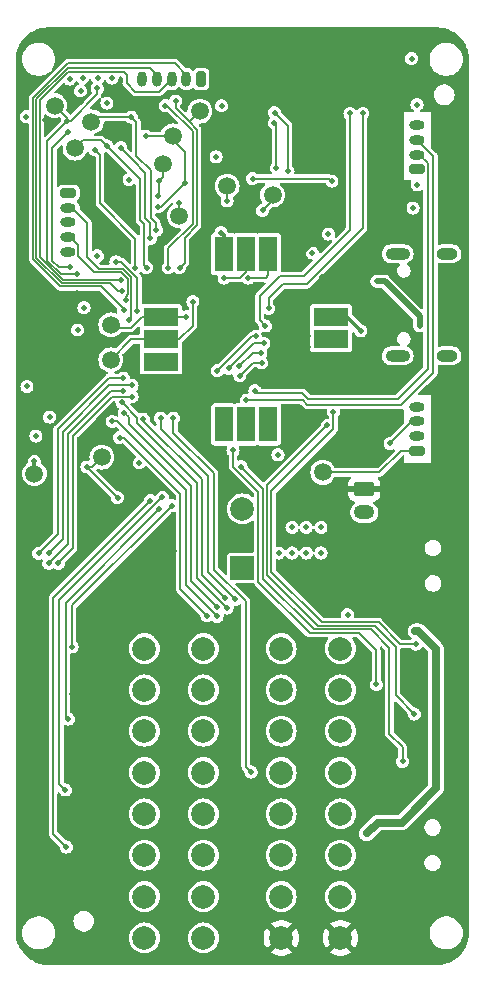
<source format=gbl>
%TF.GenerationSoftware,KiCad,Pcbnew,7.0.2-0*%
%TF.CreationDate,2023-11-23T12:17:07+01:00*%
%TF.ProjectId,Flight Computer,466c6967-6874-4204-936f-6d7075746572,1.1*%
%TF.SameCoordinates,Original*%
%TF.FileFunction,Copper,L4,Bot*%
%TF.FilePolarity,Positive*%
%FSLAX46Y46*%
G04 Gerber Fmt 4.6, Leading zero omitted, Abs format (unit mm)*
G04 Created by KiCad (PCBNEW 7.0.2-0) date 2023-11-23 12:17:07*
%MOMM*%
%LPD*%
G01*
G04 APERTURE LIST*
G04 Aperture macros list*
%AMRoundRect*
0 Rectangle with rounded corners*
0 $1 Rounding radius*
0 $2 $3 $4 $5 $6 $7 $8 $9 X,Y pos of 4 corners*
0 Add a 4 corners polygon primitive as box body*
4,1,4,$2,$3,$4,$5,$6,$7,$8,$9,$2,$3,0*
0 Add four circle primitives for the rounded corners*
1,1,$1+$1,$2,$3*
1,1,$1+$1,$4,$5*
1,1,$1+$1,$6,$7*
1,1,$1+$1,$8,$9*
0 Add four rect primitives between the rounded corners*
20,1,$1+$1,$2,$3,$4,$5,0*
20,1,$1+$1,$4,$5,$6,$7,0*
20,1,$1+$1,$6,$7,$8,$9,0*
20,1,$1+$1,$8,$9,$2,$3,0*%
G04 Aperture macros list end*
%TA.AperFunction,ComponentPad*%
%ADD10RoundRect,0.200000X0.450000X-0.200000X0.450000X0.200000X-0.450000X0.200000X-0.450000X-0.200000X0*%
%TD*%
%TA.AperFunction,ComponentPad*%
%ADD11O,1.300000X0.800000*%
%TD*%
%TA.AperFunction,ComponentPad*%
%ADD12O,2.100000X1.000000*%
%TD*%
%TA.AperFunction,ComponentPad*%
%ADD13O,1.800000X1.000000*%
%TD*%
%TA.AperFunction,ComponentPad*%
%ADD14RoundRect,0.200000X0.200000X0.450000X-0.200000X0.450000X-0.200000X-0.450000X0.200000X-0.450000X0*%
%TD*%
%TA.AperFunction,ComponentPad*%
%ADD15O,0.800000X1.300000*%
%TD*%
%TA.AperFunction,ComponentPad*%
%ADD16RoundRect,0.200000X-0.450000X0.200000X-0.450000X-0.200000X0.450000X-0.200000X0.450000X0.200000X0*%
%TD*%
%TA.AperFunction,SMDPad,CuDef*%
%ADD17C,1.500000*%
%TD*%
%TA.AperFunction,ComponentPad*%
%ADD18RoundRect,0.250000X-0.625000X0.350000X-0.625000X-0.350000X0.625000X-0.350000X0.625000X0.350000X0*%
%TD*%
%TA.AperFunction,ComponentPad*%
%ADD19O,1.750000X1.200000*%
%TD*%
%TA.AperFunction,ComponentPad*%
%ADD20C,2.000000*%
%TD*%
%TA.AperFunction,SMDPad,CuDef*%
%ADD21R,3.000000X1.500000*%
%TD*%
%TA.AperFunction,SMDPad,CuDef*%
%ADD22R,1.500000X3.000000*%
%TD*%
%TA.AperFunction,ComponentPad*%
%ADD23R,2.000000X2.000000*%
%TD*%
%TA.AperFunction,ViaPad*%
%ADD24C,0.500000*%
%TD*%
%TA.AperFunction,ViaPad*%
%ADD25C,0.700000*%
%TD*%
%TA.AperFunction,Conductor*%
%ADD26C,0.300000*%
%TD*%
%TA.AperFunction,Conductor*%
%ADD27C,0.127000*%
%TD*%
%TA.AperFunction,Conductor*%
%ADD28C,0.500000*%
%TD*%
%TA.AperFunction,Conductor*%
%ADD29C,0.700000*%
%TD*%
G04 APERTURE END LIST*
D10*
%TO.P,J8,1,Pin_1*%
%TO.N,/Connectors and Power Supply/Vin_combined*%
X118270000Y-54690000D03*
D11*
%TO.P,J8,2,Pin_2*%
%TO.N,/UART3 RX*%
X118270000Y-53440000D03*
%TO.P,J8,3,Pin_3*%
%TO.N,/UART3 TX*%
X118270000Y-52190000D03*
%TO.P,J8,4,Pin_4*%
%TO.N,GND*%
X118270000Y-50940000D03*
%TD*%
D12*
%TO.P,J7,S1,SHIELD*%
%TO.N,Net-(J7-SHIELD)*%
X116640000Y-46642500D03*
D13*
X120840000Y-46642500D03*
D12*
X116640000Y-38002500D03*
D13*
X120840000Y-38002500D03*
%TD*%
D14*
%TO.P,J3,1,Pin_1*%
%TO.N,+3.3V*%
X100000000Y-23200000D03*
D15*
%TO.P,J3,2,Pin_2*%
%TO.N,/NRST*%
X98750000Y-23200000D03*
%TO.P,J3,3,Pin_3*%
%TO.N,/SWCLK*%
X97500000Y-23200000D03*
%TO.P,J3,4,Pin_4*%
%TO.N,/SWDIO*%
X96250000Y-23200000D03*
%TO.P,J3,5,Pin_5*%
%TO.N,GND*%
X95000000Y-23200000D03*
%TD*%
D10*
%TO.P,J9,1,Pin_1*%
%TO.N,+3.3V*%
X118300000Y-30857500D03*
D11*
%TO.P,J9,2,Pin_2*%
%TO.N,/I2C2 SDA*%
X118300000Y-29607500D03*
%TO.P,J9,3,Pin_3*%
%TO.N,/I2C2 SCL*%
X118300000Y-28357500D03*
%TO.P,J9,4,Pin_4*%
%TO.N,GND*%
X118300000Y-27107500D03*
%TD*%
D16*
%TO.P,J5,1,Pin_1*%
%TO.N,+3.3V*%
X88760000Y-32840000D03*
D11*
%TO.P,J5,2,Pin_2*%
%TO.N,/SPI2 MISO*%
X88760000Y-34090000D03*
%TO.P,J5,3,Pin_3*%
%TO.N,/SPI2 MOSI*%
X88760000Y-35340000D03*
%TO.P,J5,4,Pin_4*%
%TO.N,/SPI2 SCK*%
X88760000Y-36590000D03*
%TO.P,J5,5,Pin_5*%
%TO.N,GND*%
X88760000Y-37840000D03*
%TD*%
D17*
%TO.P,TP10,1,1*%
%TO.N,/UART2 TX*%
X92350000Y-44020000D03*
%TD*%
%TO.P,TP15,1,1*%
%TO.N,/QSPI Clock*%
X91600000Y-55210000D03*
%TD*%
D18*
%TO.P,J4,1,Pin_1*%
%TO.N,GND*%
X113800000Y-57900000D03*
D19*
%TO.P,J4,2,Pin_2*%
%TO.N,/Main battery connector*%
X113800000Y-59900000D03*
%TD*%
D17*
%TO.P,TP5,1,1*%
%TO.N,/SPI1 SCK*%
X97600000Y-28020000D03*
%TD*%
%TO.P,TP4,1,1*%
%TO.N,/SPI1 MOSI*%
X96750000Y-30420000D03*
%TD*%
%TO.P,TP1,1,1*%
%TO.N,/Connectors and Power Supply/Vin_combined*%
X110300000Y-56500000D03*
%TD*%
%TO.P,TP11,1,1*%
%TO.N,/UART2 RX*%
X92350000Y-46970000D03*
%TD*%
%TO.P,TP6,1,1*%
%TO.N,/Chip Select Altimeter*%
X87600000Y-25450000D03*
%TD*%
%TO.P,TP7,1,1*%
%TO.N,/Chip Select High G Accel*%
X99900000Y-25920000D03*
%TD*%
D20*
%TO.P,J2,1,Pin_1*%
%TO.N,+12V*%
X95200000Y-95920000D03*
%TO.P,J2,2,Pin_2*%
X100200000Y-95920000D03*
%TO.P,J2,3,Pin_3*%
%TO.N,/Pyrotechnic Channels/Pyro Channel A*%
X95200000Y-92420000D03*
%TO.P,J2,4,Pin_4*%
X100200000Y-92420000D03*
%TO.P,J2,5,Pin_5*%
%TO.N,+12V*%
X95200000Y-88920000D03*
%TO.P,J2,6,Pin_6*%
X100200000Y-88920000D03*
%TO.P,J2,7,Pin_7*%
%TO.N,/Pyrotechnic Channels/Pyro Channel B*%
X95200000Y-85420000D03*
%TO.P,J2,8,Pin_8*%
X100200000Y-85420000D03*
%TO.P,J2,9,Pin_9*%
%TO.N,+12V*%
X95200000Y-81920000D03*
%TO.P,J2,10,Pin_10*%
X100200000Y-81920000D03*
%TO.P,J2,11,Pin_11*%
%TO.N,/Pyrotechnic Channels/Pyro Channel C*%
X95200000Y-78420000D03*
%TO.P,J2,12,Pin_12*%
X100200000Y-78420000D03*
%TO.P,J2,13,Pin_13*%
%TO.N,+12V*%
X95200000Y-74920000D03*
%TO.P,J2,14,Pin_14*%
X100200000Y-74920000D03*
%TO.P,J2,15,Pin_15*%
%TO.N,/Pyrotechnic Channels/Pyro Channel D*%
X95200000Y-71420000D03*
%TO.P,J2,16,Pin_16*%
X100200000Y-71420000D03*
%TD*%
D21*
%TO.P,U11,1,GND*%
%TO.N,GND*%
X111000000Y-41432500D03*
%TO.P,U11,2,VCC_IO*%
%TO.N,+3.3V*%
X111000000Y-43332500D03*
%TO.P,U11,3,V_BCKP*%
%TO.N,unconnected-(U11-V_BCKP-Pad3)*%
X111000000Y-45232500D03*
%TO.P,U11,4,GND*%
%TO.N,GND*%
X111000000Y-47132500D03*
%TO.P,U11,5,GND*%
X111000000Y-49032500D03*
D22*
%TO.P,U11,6,GND*%
X107600000Y-52432500D03*
%TO.P,U11,7,TIMEPULSE*%
%TO.N,unconnected-(U11-TIMEPULSE-Pad7)*%
X105700000Y-52432500D03*
%TO.P,U11,8,~{SAFEBOOT}*%
%TO.N,unconnected-(U11-~{SAFEBOOT}-Pad8)*%
X103800000Y-52432500D03*
%TO.P,U11,9,SDA*%
%TO.N,unconnected-(U11-SDA-Pad9)*%
X101900000Y-52432500D03*
%TO.P,U11,10,GND*%
%TO.N,GND*%
X100000000Y-52432500D03*
D21*
%TO.P,U11,11,GND*%
X96600000Y-49032500D03*
%TO.P,U11,12,SCL*%
%TO.N,unconnected-(U11-SCL-Pad12)*%
X96600000Y-47132500D03*
%TO.P,U11,13,TXD*%
%TO.N,/UART2 RX*%
X96600000Y-45232500D03*
%TO.P,U11,14,RXD*%
%TO.N,/UART2 TX*%
X96600000Y-43332500D03*
%TO.P,U11,15,GND*%
%TO.N,GND*%
X96600000Y-41432500D03*
D22*
%TO.P,U11,16,GND*%
X100000000Y-38032500D03*
%TO.P,U11,17,VCC*%
%TO.N,+3.3V*%
X101900000Y-38032500D03*
%TO.P,U11,18,~{RESET}*%
%TO.N,/GPS Reset*%
X103800000Y-38032500D03*
%TO.P,U11,19,EXTINT*%
%TO.N,/GPS External Interrupt*%
X105700000Y-38032500D03*
%TO.P,U11,20,GND*%
%TO.N,GND*%
X107600000Y-38032500D03*
%TD*%
D17*
%TO.P,TP9,1,1*%
%TO.N,/Chip Select Low G Gyro*%
X90700000Y-26820000D03*
%TD*%
D23*
%TO.P,BZ1,1,-*%
%TO.N,+3.3V*%
X103500000Y-64590000D03*
D20*
%TO.P,BZ1,2,+*%
%TO.N,Net-(BZ1-+)*%
X103500000Y-59590000D03*
%TD*%
D17*
%TO.P,TP3,1,1*%
%TO.N,/SPI1 MISO*%
X98150000Y-34770000D03*
%TD*%
%TO.P,TP2,1,1*%
%TO.N,+3.3V*%
X85880000Y-56610000D03*
%TD*%
%TO.P,TP13,1,1*%
%TO.N,/SDMMC Clock*%
X106050000Y-33020000D03*
%TD*%
%TO.P,TP14,1,1*%
%TO.N,/SDMMC Command*%
X102200000Y-32270000D03*
%TD*%
D20*
%TO.P,J1,1,Pin_1*%
%TO.N,/Pyrotechnic Channels/Pyro Channel E*%
X111790000Y-71420000D03*
%TO.P,J1,2,Pin_2*%
X106790000Y-71420000D03*
%TO.P,J1,3,Pin_3*%
%TO.N,+12V*%
X111790000Y-74920000D03*
%TO.P,J1,4,Pin_4*%
X106790000Y-74920000D03*
%TO.P,J1,5,Pin_5*%
%TO.N,/Pyrotechnic Channels/Pyro Channel F*%
X111790000Y-78420000D03*
%TO.P,J1,6,Pin_6*%
X106790000Y-78420000D03*
%TO.P,J1,7,Pin_7*%
%TO.N,+12V*%
X111790000Y-81920000D03*
%TO.P,J1,8,Pin_8*%
X106790000Y-81920000D03*
%TO.P,J1,9,Pin_9*%
%TO.N,/Main battery connector*%
X111790000Y-85420000D03*
%TO.P,J1,10,Pin_10*%
X106790000Y-85420000D03*
%TO.P,J1,11,Pin_11*%
%TO.N,/Main battery in*%
X111790000Y-88920000D03*
%TO.P,J1,12,Pin_12*%
X106790000Y-88920000D03*
%TO.P,J1,13,Pin_13*%
%TO.N,+12V*%
X111790000Y-92420000D03*
%TO.P,J1,14,Pin_14*%
X106790000Y-92420000D03*
%TO.P,J1,15,Pin_15*%
%TO.N,GND*%
X111790000Y-95920000D03*
%TO.P,J1,16,Pin_16*%
X106790000Y-95920000D03*
%TD*%
D17*
%TO.P,TP8,1,1*%
%TO.N,/Chip Select Low G Accel*%
X89320000Y-29050000D03*
%TD*%
%TO.P,TP12,1,1*%
%TO.N,GND*%
X114460000Y-53420000D03*
%TD*%
D24*
%TO.N,+3.3V*%
X87170000Y-51820000D03*
X110140000Y-61160000D03*
X85880000Y-55570000D03*
X86010000Y-53430000D03*
X110160000Y-63330000D03*
X88859943Y-23196569D03*
X101750000Y-25470000D03*
X90080000Y-42560000D03*
X89550000Y-44437500D03*
X89980000Y-23100000D03*
X93900000Y-31720000D03*
X108910000Y-63330000D03*
X85210000Y-26390000D03*
X117830000Y-21480000D03*
X89800000Y-24200000D03*
X94776731Y-55693270D03*
X106512500Y-55020000D03*
X109420000Y-37920000D03*
X110780000Y-36320000D03*
X92020000Y-25239500D03*
X112400000Y-68560000D03*
X92460000Y-23120000D03*
X113515378Y-44524622D03*
X85250000Y-49232500D03*
X107710000Y-63330000D03*
X107690000Y-61160000D03*
X101674500Y-36201000D03*
X106560000Y-63330000D03*
X118300000Y-32160000D03*
X117950500Y-34132500D03*
X118280000Y-25370000D03*
X108890000Y-61160000D03*
X91210000Y-38170000D03*
X101266208Y-29795738D03*
X91250000Y-23150000D03*
%TO.N,GND*%
X88000000Y-48732500D03*
X92980000Y-25239500D03*
X117020000Y-77540000D03*
X89080000Y-91670000D03*
X90730000Y-74760000D03*
X84800000Y-48032500D03*
X101720000Y-23710000D03*
X108050000Y-58550000D03*
X95160000Y-27110000D03*
X114430000Y-36620000D03*
X86180000Y-40500000D03*
X100700000Y-28620000D03*
X114850000Y-62300000D03*
X90290000Y-92740000D03*
X109180000Y-36920000D03*
X110750000Y-26100000D03*
X85550000Y-73880000D03*
X91210000Y-35180000D03*
X102200000Y-75420000D03*
X117100000Y-72070000D03*
X89550000Y-43470000D03*
X89810000Y-25130000D03*
X113900000Y-62300000D03*
X85560000Y-91120000D03*
X103350000Y-33007998D03*
X85180000Y-24260000D03*
X97700000Y-63200000D03*
X117920000Y-79300000D03*
X98900000Y-47882500D03*
X114460000Y-52200000D03*
X93950000Y-55670000D03*
X89360000Y-19340000D03*
X121450000Y-73870000D03*
X112990000Y-48450000D03*
X86810000Y-26700000D03*
X104800000Y-75470000D03*
X84820000Y-51820000D03*
X109060000Y-45920000D03*
X89090000Y-93240000D03*
X89450000Y-41310000D03*
X89040000Y-87230000D03*
X102740000Y-57850000D03*
X90270000Y-86710000D03*
X117870000Y-23040000D03*
X90650000Y-59370000D03*
X110050000Y-68250000D03*
X92667869Y-60037869D03*
X121450000Y-79630000D03*
X113600000Y-65850000D03*
X102500000Y-85400000D03*
X89130000Y-73680000D03*
X117720000Y-48140000D03*
X89050000Y-75310000D03*
X100000000Y-36220000D03*
X89050000Y-85680000D03*
X117055000Y-34670000D03*
X121805000Y-34620000D03*
X102200000Y-80500000D03*
X104400419Y-55020000D03*
X115750000Y-62300000D03*
X85550000Y-79630000D03*
X98840000Y-51060000D03*
X90410000Y-80700000D03*
X101510000Y-27870000D03*
X92804977Y-31765023D03*
X90610000Y-19340000D03*
X108760000Y-52432500D03*
X109050000Y-44950000D03*
X104800000Y-80600000D03*
X118200000Y-77900000D03*
X90320000Y-70800000D03*
X117920000Y-73280000D03*
X88740000Y-81100000D03*
X112950000Y-62300000D03*
X89130000Y-79690000D03*
X118410000Y-71950000D03*
X91860000Y-19370000D03*
X114950000Y-45770000D03*
X116810000Y-76550000D03*
X85550000Y-85380000D03*
X94350000Y-58470000D03*
X110210000Y-39990000D03*
X118030000Y-82640000D03*
X86530000Y-41652500D03*
X111250000Y-39270000D03*
X92657760Y-28292825D03*
%TO.N,/SWDIO*%
X93320000Y-41120000D03*
%TO.N,/SWCLK*%
X93220000Y-40240000D03*
%TO.N,/NRST*%
X93430000Y-42780000D03*
%TO.N,/UART3 TX*%
X116000000Y-54060000D03*
%TO.N,/I2C2 SDA*%
X104550000Y-49580000D03*
%TO.N,/I2C2 SCL*%
X103840000Y-50390000D03*
%TO.N,/SDMMC Data 2*%
X106228415Y-26048415D03*
X107360000Y-31020000D03*
%TO.N,/SDMMC Data 3*%
X106370000Y-30720000D03*
X106200000Y-26910000D03*
%TO.N,/SDMMC Command*%
X102200000Y-33520000D03*
%TO.N,/SDMMC Clock*%
X105200000Y-34320000D03*
%TO.N,/SDMMC Data 0*%
X112600000Y-26120000D03*
X105437002Y-44105497D03*
%TO.N,/SDMMC Data 1*%
X105710000Y-42612500D03*
X113690000Y-26120000D03*
%TO.N,/SD Card Detect*%
X111070000Y-31842500D03*
X104360500Y-31640000D03*
%TO.N,/Pyro Channel A Trigger*%
X95701831Y-58897951D03*
X88590000Y-88230000D03*
%TO.N,/Pyro Channel B Trigger*%
X96725000Y-58615000D03*
X88510000Y-83390000D03*
%TO.N,/Pyro Channel C Trigger*%
X96469395Y-59617434D03*
X88760000Y-77400000D03*
%TO.N,/Pyro Channel E Trigger*%
X114830000Y-74450000D03*
X102700000Y-54640000D03*
%TO.N,/Pyro Channel F Trigger*%
X117060000Y-80980000D03*
X103390000Y-56020000D03*
%TO.N,/Pyro Channel D Trigger*%
X97505000Y-59325000D03*
X89070000Y-71280000D03*
%TO.N,/Pyro A Continuity Voltage*%
X102200000Y-68000000D03*
X93294710Y-50582500D03*
%TO.N,/Pyro B Continuity Voltage*%
X101350000Y-67900000D03*
X93500324Y-51449676D03*
%TO.N,/Pyro C Continuity Voltage*%
X92468412Y-52179334D03*
X101350000Y-68700000D03*
%TO.N,/Pyro E Continuity Voltage*%
X96589693Y-51908998D03*
X102900000Y-67250000D03*
%TO.N,/Pyro F Continuity Voltage*%
X102050000Y-67150000D03*
X95098967Y-51998603D03*
%TO.N,/Pyro D Continuity Voltage*%
X100500000Y-68650000D03*
X93107954Y-53562045D03*
%TO.N,/Ignition Battery Voltage*%
X104230000Y-81870000D03*
X97658242Y-51908000D03*
%TO.N,/High G Interrupt*%
X97225500Y-39170000D03*
X96970000Y-25450000D03*
%TO.N,/Chip Select Low G Gyro*%
X96200000Y-35997500D03*
X94095937Y-26420500D03*
%TO.N,/SPI1 SCK*%
X95300000Y-28032500D03*
X96370000Y-34020000D03*
X98604495Y-32020000D03*
%TO.N,/SPI1 MOSI*%
X96450000Y-31794500D03*
X96350000Y-33082000D03*
%TO.N,/SPI1 MISO*%
X98150000Y-33692454D03*
%TO.N,/Low G Gyro Interrupt*%
X95700000Y-36690000D03*
X93200000Y-29020000D03*
%TO.N,/Chip Select Low G Accel*%
X95380000Y-39170000D03*
X92003544Y-28854118D03*
%TO.N,/Low G Accel Interrupt*%
X94437076Y-39167384D03*
X91000000Y-29170000D03*
%TO.N,/Altimeter Interrupt*%
X88910000Y-39120000D03*
X88745000Y-27675000D03*
%TO.N,/QSPI Clock*%
X92925000Y-58645000D03*
X90325000Y-56045000D03*
%TO.N,/GPS Reset*%
X101947286Y-40045072D03*
%TO.N,/GPS External Interrupt*%
X104000000Y-40050000D03*
%TO.N,/UART2 TX*%
X98750000Y-43332500D03*
%TO.N,/UART2 RX*%
X99299665Y-42039665D03*
%TO.N,/USB 5V in*%
X118500000Y-44090000D03*
X114880601Y-40317617D03*
%TO.N,/Chip Select Altimeter*%
X88670000Y-26760000D03*
X89530000Y-39747500D03*
X91199500Y-24000000D03*
%TO.N,/Chip Select High G Accel*%
X98173946Y-39169500D03*
X97852500Y-25050000D03*
%TO.N,/SPI2 MISO*%
X93930000Y-43610000D03*
%TO.N,/SPI2 MOSI*%
X92790000Y-38680000D03*
X94603872Y-42876128D03*
%TO.N,/SPI2 SCK*%
X93630000Y-41950000D03*
%TO.N,/Pyro A Continuity LED*%
X101380000Y-47900000D03*
X93420000Y-48510000D03*
X104610000Y-44980000D03*
X86250000Y-63350000D03*
%TO.N,/Pyro B Continuity LED*%
X87100000Y-63350000D03*
X94149198Y-49135593D03*
X102320000Y-47710000D03*
X105310000Y-45590000D03*
%TO.N,/Pyro C Continuity LED*%
X87100000Y-64200000D03*
X103230000Y-47510000D03*
X105060000Y-46370000D03*
X93400000Y-49610000D03*
%TO.N,/Pyro D Continuity LED*%
X94150789Y-50083030D03*
X103280000Y-48310000D03*
X105120000Y-47230000D03*
X87900000Y-64200000D03*
%TO.N,/Pyro E Continuity LED*%
X111198873Y-51378873D03*
X118200000Y-71050000D03*
%TO.N,/Pyro F Continuity LED*%
X110675000Y-52525000D03*
X118040000Y-76960000D03*
D25*
%TO.N,/Connectors and Power Supply/Vin_combined*%
X114020000Y-87080000D03*
X118150000Y-69950000D03*
%TD*%
D26*
%TO.N,+3.3V*%
X113515378Y-44524622D02*
X112323256Y-43332500D01*
X112323256Y-43332500D02*
X111000000Y-43332500D01*
X101674500Y-36201000D02*
X101900000Y-36426500D01*
X85880000Y-55570000D02*
X85880000Y-56610000D01*
X101900000Y-36426500D02*
X101900000Y-38032500D01*
%TO.N,GND*%
X98397500Y-49032500D02*
X98900000Y-48530000D01*
X112990000Y-48450000D02*
X111582500Y-48450000D01*
X114460000Y-53420000D02*
X114460000Y-52200000D01*
X111000000Y-47132500D02*
X111000000Y-49032500D01*
X108457500Y-38032500D02*
X107600000Y-38032500D01*
X109180000Y-37310000D02*
X108457500Y-38032500D01*
X96600000Y-49032500D02*
X98397500Y-49032500D01*
X111582500Y-48450000D02*
X111000000Y-49032500D01*
X98900000Y-48530000D02*
X98900000Y-47882500D01*
X107600000Y-52432500D02*
X108760000Y-52432500D01*
X109180000Y-36920000D02*
X109180000Y-37310000D01*
X100000000Y-36220000D02*
X100000000Y-38032500D01*
D27*
%TO.N,/SWDIO*%
X86046000Y-24926523D02*
X88722523Y-22250000D01*
X95660000Y-22250000D02*
X96250000Y-22840000D01*
X92324000Y-40494000D02*
X88185580Y-40494000D01*
X88185580Y-40494000D02*
X86046000Y-38354420D01*
X92950000Y-41120000D02*
X92324000Y-40494000D01*
X86046000Y-38354420D02*
X86046000Y-24926523D01*
X88722523Y-22250000D02*
X95660000Y-22250000D01*
X93320000Y-41120000D02*
X92950000Y-41120000D01*
X96250000Y-22840000D02*
X96250000Y-23200000D01*
%TO.N,/SWCLK*%
X93710000Y-22870000D02*
X93710000Y-23570000D01*
X93710000Y-23570000D02*
X94440000Y-24300000D01*
X94440000Y-24300000D02*
X96400000Y-24300000D01*
X96400000Y-24300000D02*
X97500000Y-23200000D01*
X86320000Y-38269210D02*
X86320000Y-25011733D01*
X86320000Y-25011733D02*
X88711733Y-22620000D01*
X88711733Y-22620000D02*
X93460000Y-22620000D01*
X93220000Y-40240000D02*
X88290790Y-40240000D01*
X88290790Y-40240000D02*
X86320000Y-38269210D01*
X93460000Y-22620000D02*
X93710000Y-22870000D01*
%TO.N,/NRST*%
X85792000Y-24821313D02*
X88743313Y-21870000D01*
X88743313Y-21870000D02*
X97750000Y-21870000D01*
X88080370Y-40748000D02*
X85792000Y-38459630D01*
X97750000Y-21870000D02*
X98750000Y-22870000D01*
X85792000Y-38459630D02*
X85792000Y-24821313D01*
X98750000Y-22870000D02*
X98750000Y-23200000D01*
X93430000Y-42651828D02*
X91526172Y-40748000D01*
X93430000Y-42780000D02*
X93430000Y-42651828D01*
X91526172Y-40748000D02*
X88080370Y-40748000D01*
%TO.N,/UART3 TX*%
X117870000Y-52190000D02*
X118270000Y-52190000D01*
X116000000Y-54060000D02*
X117870000Y-52190000D01*
%TO.N,/I2C2 SDA*%
X104740000Y-49770000D02*
X108550000Y-49770000D01*
X109080000Y-50300000D02*
X116650000Y-50300000D01*
X104550000Y-49580000D02*
X104740000Y-49770000D01*
X119190000Y-47760000D02*
X119190000Y-30319683D01*
X116650000Y-50300000D02*
X119190000Y-47760000D01*
X108550000Y-49770000D02*
X109080000Y-50300000D01*
X118477817Y-29607500D02*
X118300000Y-29607500D01*
X119190000Y-30319683D02*
X118477817Y-29607500D01*
%TO.N,/I2C2 SCL*%
X103847002Y-50382998D02*
X108592998Y-50382998D01*
X119660000Y-48050000D02*
X119660000Y-29717500D01*
X119660000Y-29717500D02*
X118300000Y-28357500D01*
X108990000Y-50780000D02*
X116930000Y-50780000D01*
X116930000Y-50780000D02*
X119660000Y-48050000D01*
X103840000Y-50390000D02*
X103847002Y-50382998D01*
X108592998Y-50382998D02*
X108990000Y-50780000D01*
%TO.N,/SDMMC Data 2*%
X106228415Y-26048415D02*
X107360000Y-27180000D01*
X107360000Y-27180000D02*
X107360000Y-31020000D01*
%TO.N,/SDMMC Data 3*%
X106370000Y-27080000D02*
X106370000Y-30720000D01*
X106200000Y-26910000D02*
X106370000Y-27080000D01*
%TO.N,/SDMMC Command*%
X102200000Y-32270000D02*
X102200000Y-33520000D01*
%TO.N,/SDMMC Clock*%
X105200000Y-34320000D02*
X106050000Y-33470000D01*
X106050000Y-33470000D02*
X106050000Y-33020000D01*
%TO.N,/SDMMC Data 0*%
X112600000Y-26120000D02*
X112600000Y-35982500D01*
X104960000Y-43628495D02*
X105437002Y-44105497D01*
X104960000Y-41572500D02*
X104960000Y-43628495D01*
X108700000Y-39882500D02*
X106650000Y-39882500D01*
X106650000Y-39882500D02*
X104960000Y-41572500D01*
X112600000Y-35982500D02*
X108700000Y-39882500D01*
%TO.N,/SDMMC Data 1*%
X113690000Y-26120000D02*
X113690000Y-35842500D01*
X108950000Y-40582500D02*
X106900000Y-40582500D01*
X113690000Y-35842500D02*
X108950000Y-40582500D01*
X105710000Y-41772500D02*
X105710000Y-42612500D01*
X106900000Y-40582500D02*
X105710000Y-41772500D01*
%TO.N,/SD Card Detect*%
X104360500Y-31640000D02*
X110867500Y-31640000D01*
X110867500Y-31640000D02*
X111070000Y-31842500D01*
%TO.N,/Pyro Channel A Trigger*%
X88590000Y-88230000D02*
X87470000Y-87110000D01*
X87470000Y-67129782D02*
X95701831Y-58897951D01*
X87470000Y-87110000D02*
X87470000Y-67129782D01*
%TO.N,/Pyro Channel B Trigger*%
X87990000Y-82870000D02*
X87990000Y-67350000D01*
X88510000Y-83390000D02*
X87990000Y-82870000D01*
X87990000Y-67350000D02*
X96725000Y-58615000D01*
%TO.N,/Pyro Channel C Trigger*%
X88540000Y-77180000D02*
X88540000Y-67546829D01*
X88540000Y-67546829D02*
X96469395Y-59617434D01*
X88760000Y-77400000D02*
X88540000Y-77180000D01*
%TO.N,/Pyro Channel E Trigger*%
X104850000Y-65750000D02*
X109202420Y-70102420D01*
X114830000Y-71570000D02*
X114830000Y-74450000D01*
X102700000Y-54640000D02*
X102700000Y-56010000D01*
X102700000Y-56010000D02*
X104850000Y-58160000D01*
X104850000Y-58160000D02*
X104850000Y-65750000D01*
X113362420Y-70102420D02*
X114830000Y-71570000D01*
X109202420Y-70102420D02*
X113362420Y-70102420D01*
%TO.N,/Pyro Channel F Trigger*%
X115950000Y-71400000D02*
X115950000Y-78670000D01*
X105250000Y-57880000D02*
X105250000Y-65500000D01*
X117060000Y-79780000D02*
X117060000Y-80980000D01*
X105250000Y-65500000D02*
X109550000Y-69800000D01*
X114350000Y-69800000D02*
X115950000Y-71400000D01*
X109550000Y-69800000D02*
X114350000Y-69800000D01*
X115950000Y-78670000D02*
X117060000Y-79780000D01*
X103390000Y-56020000D02*
X105250000Y-57880000D01*
%TO.N,/Pyro Channel D Trigger*%
X89070000Y-67760000D02*
X97505000Y-59325000D01*
X89070000Y-71280000D02*
X89070000Y-67760000D01*
%TO.N,/Pyro A Continuity Voltage*%
X102200000Y-68000000D02*
X99650000Y-65450000D01*
X94572967Y-51860757D02*
X93294710Y-50582500D01*
X99650000Y-57400000D02*
X94572967Y-52322967D01*
X99650000Y-65450000D02*
X99650000Y-57400000D01*
X94572967Y-52322967D02*
X94572967Y-51860757D01*
%TO.N,/Pyro B Continuity Voltage*%
X93898967Y-51848319D02*
X93500324Y-51449676D01*
X99150000Y-57700000D02*
X93898967Y-52448967D01*
X101350000Y-67900000D02*
X99150000Y-65700000D01*
X93898967Y-52448967D02*
X93898967Y-51848319D01*
X99150000Y-65700000D02*
X99150000Y-57700000D01*
%TO.N,/Pyro C Continuity Voltage*%
X98700000Y-66050000D02*
X98700000Y-58000000D01*
X92879334Y-52179334D02*
X92468412Y-52179334D01*
X101350000Y-68700000D02*
X98700000Y-66050000D01*
X98700000Y-58000000D02*
X92879334Y-52179334D01*
%TO.N,/Pyro E Continuity Voltage*%
X102900000Y-67250000D02*
X100600000Y-64950000D01*
X100600000Y-56850000D02*
X96589693Y-52839693D01*
X96589693Y-52839693D02*
X96589693Y-51908998D01*
X100600000Y-64950000D02*
X100600000Y-56850000D01*
%TO.N,/Pyro F Continuity Voltage*%
X95199500Y-52199500D02*
X95199500Y-52099136D01*
X100100000Y-57100000D02*
X95199500Y-52199500D01*
X100100000Y-65200000D02*
X100100000Y-57100000D01*
X95199500Y-52099136D02*
X95098967Y-51998603D01*
X102050000Y-67150000D02*
X100100000Y-65200000D01*
%TO.N,/Pyro D Continuity Voltage*%
X98250000Y-66400000D02*
X98250000Y-58350000D01*
X98250000Y-58350000D02*
X93462045Y-53562045D01*
X100500000Y-68650000D02*
X98250000Y-66400000D01*
X93462045Y-53562045D02*
X93107954Y-53562045D01*
%TO.N,/Ignition Battery Voltage*%
X101100000Y-56600000D02*
X97658242Y-53158242D01*
X104230000Y-81870000D02*
X103780000Y-81420000D01*
X97658242Y-53158242D02*
X97658242Y-51908000D01*
X101100000Y-64750000D02*
X101100000Y-56600000D01*
X103780000Y-81420000D02*
X103780000Y-67430000D01*
X103780000Y-67430000D02*
X101100000Y-64750000D01*
%TO.N,/High G Interrupt*%
X97225500Y-39170000D02*
X97225500Y-37542052D01*
X99329495Y-27629495D02*
X97150000Y-25450000D01*
X97225500Y-37542052D02*
X99329495Y-35438057D01*
X97150000Y-25450000D02*
X96970000Y-25450000D01*
X99329495Y-35438057D02*
X99329495Y-27629495D01*
%TO.N,/Chip Select Low G Gyro*%
X95760000Y-30940000D02*
X94525000Y-29705000D01*
X94095937Y-26420500D02*
X94095437Y-26420000D01*
X94525000Y-26849563D02*
X94095937Y-26420500D01*
X94095437Y-26420000D02*
X91100000Y-26420000D01*
X91100000Y-26420000D02*
X90700000Y-26820000D01*
X96200000Y-35380000D02*
X95760000Y-34940000D01*
X94525000Y-29705000D02*
X94525000Y-26849563D01*
X96200000Y-35997500D02*
X96200000Y-35380000D01*
X95760000Y-34940000D02*
X95760000Y-30940000D01*
%TO.N,/SPI1 SCK*%
X96604495Y-34020000D02*
X98604495Y-32020000D01*
X97262500Y-28032500D02*
X95300000Y-28032500D01*
X98604495Y-32020000D02*
X98604495Y-29374495D01*
X98604495Y-29374495D02*
X97262500Y-28032500D01*
X96370000Y-34020000D02*
X96604495Y-34020000D01*
%TO.N,/SPI1 MOSI*%
X96450000Y-31794500D02*
X96450000Y-32982000D01*
X96750000Y-31494500D02*
X96750000Y-30370000D01*
X96450000Y-31794500D02*
X96750000Y-31494500D01*
X96450000Y-32982000D02*
X96350000Y-33082000D01*
%TO.N,/SPI1 MISO*%
X98150000Y-33692454D02*
X98150000Y-34370000D01*
%TO.N,/Low G Gyro Interrupt*%
X95700000Y-36690000D02*
X95700000Y-35410000D01*
X94198000Y-30048000D02*
X93200000Y-29050000D01*
X93200000Y-29050000D02*
X93200000Y-29020000D01*
X95260000Y-34970000D02*
X95260000Y-31130000D01*
X95260000Y-31130000D02*
X94198000Y-30068000D01*
X94198000Y-30068000D02*
X94198000Y-30048000D01*
X95700000Y-35410000D02*
X95260000Y-34970000D01*
%TO.N,/Chip Select Low G Accel*%
X89320000Y-29050000D02*
X89990000Y-28380000D01*
X91529426Y-28380000D02*
X92003544Y-28854118D01*
X89990000Y-28380000D02*
X91529426Y-28380000D01*
X95170000Y-38960000D02*
X95170000Y-35470000D01*
X92004118Y-28854118D02*
X92003544Y-28854118D01*
X95380000Y-39170000D02*
X95170000Y-38960000D01*
X95170000Y-35470000D02*
X94823000Y-35123000D01*
X94823000Y-31673000D02*
X92004118Y-28854118D01*
X94823000Y-35123000D02*
X94823000Y-31673000D01*
%TO.N,/Low G Accel Interrupt*%
X91425000Y-33707500D02*
X91425000Y-29595000D01*
X91425000Y-29595000D02*
X91000000Y-29170000D01*
X94437076Y-36719576D02*
X91425000Y-33707500D01*
X94437076Y-39167384D02*
X94437076Y-36719576D01*
%TO.N,/Altimeter Interrupt*%
X87410000Y-38580000D02*
X87410000Y-29010000D01*
X87410000Y-29010000D02*
X88745000Y-27675000D01*
X88910000Y-39120000D02*
X87950000Y-39120000D01*
X87950000Y-39120000D02*
X87410000Y-38580000D01*
%TO.N,/QSPI Clock*%
X92925000Y-58645000D02*
X90325000Y-56045000D01*
X91600000Y-55210000D02*
X90765000Y-56045000D01*
X90765000Y-56045000D02*
X90325000Y-56045000D01*
%TO.N,/GPS Reset*%
X101947286Y-40045072D02*
X103254928Y-40045072D01*
X103254928Y-40045072D02*
X103800000Y-39500000D01*
X103800000Y-39500000D02*
X103800000Y-38032500D01*
%TO.N,/GPS External Interrupt*%
X104000000Y-40050000D02*
X105482500Y-40050000D01*
X105700000Y-39832500D02*
X105700000Y-38032500D01*
X105482500Y-40050000D02*
X105700000Y-39832500D01*
%TO.N,/UART2 TX*%
X92570000Y-44240000D02*
X94080000Y-44240000D01*
X98750000Y-43332500D02*
X96600000Y-43332500D01*
X92350000Y-44020000D02*
X92570000Y-44240000D01*
X94987500Y-43332500D02*
X96600000Y-43332500D01*
X94080000Y-44240000D02*
X94987500Y-43332500D01*
%TO.N,/UART2 RX*%
X99300000Y-42040000D02*
X99300000Y-44082500D01*
X94087500Y-45232500D02*
X92350000Y-46970000D01*
X98150000Y-45232500D02*
X96600000Y-45232500D01*
X96600000Y-45232500D02*
X94087500Y-45232500D01*
X99299665Y-42039665D02*
X99300000Y-42040000D01*
X99300000Y-44082500D02*
X98150000Y-45232500D01*
D28*
%TO.N,/USB 5V in*%
X115535117Y-40317617D02*
X114880601Y-40317617D01*
X118500000Y-44090000D02*
X118500000Y-43282500D01*
X118500000Y-43282500D02*
X115535117Y-40317617D01*
D27*
%TO.N,/Chip Select Altimeter*%
X88950000Y-26760000D02*
X88670000Y-26760000D01*
X86980000Y-38570000D02*
X86980000Y-28450000D01*
X91199500Y-24000000D02*
X91199500Y-24510500D01*
X88670000Y-26520000D02*
X87600000Y-25450000D01*
X86980000Y-28450000D02*
X88670000Y-26760000D01*
X91199500Y-24510500D02*
X88950000Y-26760000D01*
X88670000Y-26760000D02*
X88670000Y-26520000D01*
X88157500Y-39747500D02*
X86980000Y-38570000D01*
X89530000Y-39747500D02*
X88157500Y-39747500D01*
%TO.N,/Chip Select High G Accel*%
X98941224Y-26778776D02*
X99041224Y-26778776D01*
X98600000Y-38743446D02*
X98600000Y-36630000D01*
X98941224Y-26778776D02*
X97852500Y-25690052D01*
X99656495Y-35573505D02*
X99656495Y-27494047D01*
X97852500Y-25690052D02*
X97852500Y-25050000D01*
X98173946Y-39169500D02*
X98600000Y-38743446D01*
X99041224Y-26778776D02*
X99900000Y-25920000D01*
X98600000Y-36630000D02*
X99656495Y-35573505D01*
X99656495Y-27494047D02*
X98941224Y-26778776D01*
%TO.N,/SPI2 MISO*%
X94100000Y-39990000D02*
X93416000Y-39306000D01*
X93930000Y-43610000D02*
X94100000Y-43440000D01*
X93416000Y-39306000D02*
X91386000Y-39306000D01*
X89070000Y-34090000D02*
X88760000Y-34090000D01*
X90380000Y-38300000D02*
X90380000Y-35400000D01*
X91386000Y-39306000D02*
X90380000Y-38300000D01*
X90380000Y-35400000D02*
X89070000Y-34090000D01*
X94100000Y-43440000D02*
X94100000Y-39990000D01*
%TO.N,/SPI2 MOSI*%
X92790000Y-38680000D02*
X93230000Y-38680000D01*
X94603872Y-40053872D02*
X94603872Y-42876128D01*
X93230000Y-38680000D02*
X94603872Y-40053872D01*
%TO.N,/SPI2 SCK*%
X89610500Y-38199710D02*
X89610500Y-37260500D01*
X93630000Y-41660000D02*
X93846000Y-41444000D01*
X90970790Y-39560000D02*
X89610500Y-38199710D01*
X93630000Y-41950000D02*
X93630000Y-41660000D01*
X88940000Y-36590000D02*
X88760000Y-36590000D01*
X93846000Y-41444000D02*
X93846000Y-40166000D01*
X89610500Y-37260500D02*
X88940000Y-36590000D01*
X93240000Y-39560000D02*
X90970790Y-39560000D01*
X93846000Y-40166000D02*
X93240000Y-39560000D01*
%TO.N,/Pyro A Continuity LED*%
X92190000Y-48510000D02*
X93420000Y-48510000D01*
X86250000Y-63350000D02*
X87860000Y-61740000D01*
X87860000Y-61740000D02*
X87860000Y-52840000D01*
X104300000Y-44980000D02*
X101380000Y-47900000D01*
X104610000Y-44980000D02*
X104300000Y-44980000D01*
X87860000Y-52840000D02*
X92190000Y-48510000D01*
%TO.N,/Pyro B Continuity LED*%
X87100000Y-63350000D02*
X88290000Y-62160000D01*
X104440000Y-45590000D02*
X102320000Y-47710000D01*
X92203617Y-49135593D02*
X94149198Y-49135593D01*
X105310000Y-45590000D02*
X104440000Y-45590000D01*
X88290000Y-53049210D02*
X92203617Y-49135593D01*
X88290000Y-62160000D02*
X88290000Y-53049210D01*
%TO.N,/Pyro C Continuity LED*%
X88720000Y-62580000D02*
X88720000Y-53230000D01*
X87100000Y-64200000D02*
X88720000Y-62580000D01*
X104370000Y-46370000D02*
X103230000Y-47510000D01*
X105060000Y-46370000D02*
X104370000Y-46370000D01*
X92340000Y-49610000D02*
X93400000Y-49610000D01*
X88720000Y-53230000D02*
X92340000Y-49610000D01*
%TO.N,/Pyro D Continuity LED*%
X104360000Y-47230000D02*
X103280000Y-48310000D01*
X89150000Y-53390000D02*
X92456970Y-50083030D01*
X105120000Y-47230000D02*
X104360000Y-47230000D01*
X89150000Y-62950000D02*
X89150000Y-53390000D01*
X92456970Y-50083030D02*
X94150789Y-50083030D01*
X87900000Y-64200000D02*
X89150000Y-62950000D01*
%TO.N,/Pyro E Continuity LED*%
X116870000Y-71050000D02*
X115020000Y-69200000D01*
X105950000Y-64950000D02*
X105950000Y-58100000D01*
X111198873Y-52851127D02*
X111198873Y-51378873D01*
X115020000Y-69200000D02*
X110200000Y-69200000D01*
X110200000Y-69200000D02*
X105950000Y-64950000D01*
X105950000Y-58100000D02*
X111198873Y-52851127D01*
X118200000Y-71050000D02*
X116870000Y-71050000D01*
%TO.N,/Pyro F Continuity LED*%
X110675000Y-52525000D02*
X110675000Y-52535000D01*
X116480000Y-71280000D02*
X116480000Y-75387746D01*
X114700000Y-69500000D02*
X116480000Y-71280000D01*
X105600000Y-65200000D02*
X109900000Y-69500000D01*
X118040000Y-76947746D02*
X118040000Y-76960000D01*
X105600000Y-57610000D02*
X105600000Y-65200000D01*
X109900000Y-69500000D02*
X114700000Y-69500000D01*
X110675000Y-52535000D02*
X105600000Y-57610000D01*
X116480000Y-75387746D02*
X118040000Y-76947746D01*
D29*
%TO.N,/Connectors and Power Supply/Vin_combined*%
X119900000Y-83250000D02*
X119900000Y-71450000D01*
X114950000Y-86150000D02*
X117000000Y-86150000D01*
D27*
X110300000Y-56500000D02*
X115100000Y-56500000D01*
X115100000Y-56500000D02*
X116910000Y-54690000D01*
D29*
X117000000Y-86150000D02*
X119900000Y-83250000D01*
X114020000Y-87080000D02*
X114950000Y-86150000D01*
X118400000Y-69950000D02*
X118150000Y-69950000D01*
D27*
X116910000Y-54690000D02*
X118270000Y-54690000D01*
D29*
X119900000Y-71450000D02*
X118400000Y-69950000D01*
%TD*%
%TA.AperFunction,Conductor*%
%TO.N,GND*%
G36*
X108459409Y-50765905D02*
G01*
X108471221Y-50775994D01*
X108585717Y-50890491D01*
X108698660Y-51003434D01*
X108711534Y-51019287D01*
X108718493Y-51029939D01*
X108743736Y-51049586D01*
X108752927Y-51057702D01*
X108753935Y-51058710D01*
X108753938Y-51058712D01*
X108753941Y-51058715D01*
X108770713Y-51070690D01*
X108773991Y-51073135D01*
X108818496Y-51107774D01*
X108822894Y-51110038D01*
X108827919Y-51111534D01*
X108827922Y-51111536D01*
X108877018Y-51126152D01*
X108880844Y-51127378D01*
X108929259Y-51144000D01*
X108929260Y-51144000D01*
X108934209Y-51145699D01*
X108939127Y-51146416D01*
X108944353Y-51146199D01*
X108944354Y-51146200D01*
X108995482Y-51144084D01*
X108999574Y-51144000D01*
X110561657Y-51144000D01*
X110619848Y-51162907D01*
X110655812Y-51212407D01*
X110659810Y-51255922D01*
X110643623Y-51378873D01*
X110662542Y-51522582D01*
X110693833Y-51598125D01*
X110718012Y-51656498D01*
X110806252Y-51771494D01*
X110806254Y-51771495D01*
X110814187Y-51781834D01*
X110810505Y-51784658D01*
X110830722Y-51813909D01*
X110834873Y-51842276D01*
X110834873Y-51877910D01*
X110815966Y-51936101D01*
X110766466Y-51972065D01*
X110722951Y-51976063D01*
X110675000Y-51969750D01*
X110531290Y-51988669D01*
X110397375Y-52044139D01*
X110282378Y-52132378D01*
X110194139Y-52247375D01*
X110138669Y-52381290D01*
X110118049Y-52537922D01*
X110116195Y-52537678D01*
X110108095Y-52581367D01*
X110091100Y-52604125D01*
X105376562Y-57318662D01*
X105360711Y-57331534D01*
X105340681Y-57344622D01*
X105281625Y-57360625D01*
X105224442Y-57338859D01*
X105216524Y-57331750D01*
X103975062Y-56090288D01*
X103947285Y-56035771D01*
X103947250Y-56032882D01*
X103946951Y-56032922D01*
X103941925Y-55994749D01*
X103926330Y-55876291D01*
X103870861Y-55742375D01*
X103820506Y-55676751D01*
X103782621Y-55627378D01*
X103715999Y-55576258D01*
X103667625Y-55539139D01*
X103628401Y-55522892D01*
X103533709Y-55483669D01*
X103390000Y-55464750D01*
X103246291Y-55483669D01*
X103200884Y-55502477D01*
X103139887Y-55507276D01*
X103087719Y-55475306D01*
X103064305Y-55418778D01*
X103064000Y-55411012D01*
X103064000Y-55103403D01*
X103082907Y-55045212D01*
X103084925Y-55043145D01*
X103084686Y-55042961D01*
X103092618Y-55032622D01*
X103092621Y-55032621D01*
X103102305Y-55020000D01*
X105957250Y-55020000D01*
X105976169Y-55163709D01*
X106015392Y-55258401D01*
X106031639Y-55297625D01*
X106069950Y-55347552D01*
X106119878Y-55412621D01*
X106161315Y-55444416D01*
X106234875Y-55500861D01*
X106327288Y-55539139D01*
X106368790Y-55556330D01*
X106387709Y-55558820D01*
X106512500Y-55575250D01*
X106656209Y-55556330D01*
X106790125Y-55500861D01*
X106905121Y-55412621D01*
X106993361Y-55297625D01*
X107048830Y-55163709D01*
X107067750Y-55020000D01*
X107048830Y-54876291D01*
X106993361Y-54742375D01*
X106943432Y-54677306D01*
X106905121Y-54627378D01*
X106830186Y-54569879D01*
X106790125Y-54539139D01*
X106750901Y-54522892D01*
X106656209Y-54483669D01*
X106529217Y-54466951D01*
X106512500Y-54464750D01*
X106512499Y-54464750D01*
X106368790Y-54483669D01*
X106234875Y-54539139D01*
X106119878Y-54627378D01*
X106031639Y-54742375D01*
X105976169Y-54876290D01*
X105957250Y-55020000D01*
X103102305Y-55020000D01*
X103180861Y-54917625D01*
X103236330Y-54783709D01*
X103255250Y-54640000D01*
X103236330Y-54496291D01*
X103183970Y-54369882D01*
X103179170Y-54308888D01*
X103211140Y-54256719D01*
X103267668Y-54233304D01*
X103275435Y-54232999D01*
X104592009Y-54232999D01*
X104594864Y-54232999D01*
X104619991Y-54230085D01*
X104710012Y-54190336D01*
X104770880Y-54184128D01*
X104789982Y-54190334D01*
X104880009Y-54230085D01*
X104905135Y-54233000D01*
X106494864Y-54232999D01*
X106519991Y-54230085D01*
X106622765Y-54184706D01*
X106702206Y-54105265D01*
X106747585Y-54002491D01*
X106750500Y-53977365D01*
X106750499Y-50887636D01*
X106747585Y-50862509D01*
X106746993Y-50857402D01*
X106759071Y-50797421D01*
X106804099Y-50755994D01*
X106845334Y-50746998D01*
X108401218Y-50746998D01*
X108459409Y-50765905D01*
G37*
%TD.AperFunction*%
%TA.AperFunction,Conductor*%
G36*
X88225195Y-28806320D02*
G01*
X88268460Y-28849585D01*
X88278773Y-28904233D01*
X88264416Y-29049999D01*
X88284699Y-29255933D01*
X88337005Y-29428363D01*
X88344768Y-29453954D01*
X88442315Y-29636450D01*
X88573590Y-29796410D01*
X88733550Y-29927685D01*
X88916046Y-30025232D01*
X89114066Y-30085300D01*
X89320000Y-30105583D01*
X89525934Y-30085300D01*
X89723954Y-30025232D01*
X89906450Y-29927685D01*
X90066410Y-29796410D01*
X90197685Y-29636450D01*
X90295232Y-29453954D01*
X90310678Y-29403032D01*
X90345661Y-29352837D01*
X90403469Y-29332790D01*
X90462020Y-29350550D01*
X90496879Y-29393885D01*
X90519139Y-29447625D01*
X90607378Y-29562621D01*
X90653062Y-29597675D01*
X90722375Y-29650861D01*
X90795615Y-29681197D01*
X90856289Y-29706330D01*
X90906616Y-29712955D01*
X90974923Y-29721948D01*
X91030147Y-29748289D01*
X91059342Y-29802059D01*
X91061000Y-29820101D01*
X91061000Y-33659486D01*
X91058892Y-33679801D01*
X91056283Y-33692250D01*
X91056517Y-33694126D01*
X91060240Y-33723995D01*
X91061000Y-33736240D01*
X91061000Y-33737660D01*
X91064390Y-33757982D01*
X91064978Y-33762024D01*
X91071955Y-33817991D01*
X91073471Y-33822722D01*
X91100322Y-33872338D01*
X91102185Y-33875957D01*
X91120109Y-33912621D01*
X91126962Y-33926639D01*
X91129932Y-33930622D01*
X91171432Y-33968825D01*
X91174384Y-33971657D01*
X94044081Y-36841354D01*
X94071857Y-36895869D01*
X94073076Y-36911356D01*
X94073076Y-38703980D01*
X94054169Y-38762171D01*
X94052152Y-38764242D01*
X94052389Y-38764424D01*
X94044456Y-38774762D01*
X94044455Y-38774763D01*
X94024207Y-38801151D01*
X93973782Y-38835806D01*
X93912618Y-38834204D01*
X93875661Y-38810887D01*
X93521337Y-38456563D01*
X93508462Y-38440707D01*
X93501506Y-38430060D01*
X93476262Y-38410412D01*
X93467072Y-38402297D01*
X93466063Y-38401288D01*
X93465464Y-38400860D01*
X93449276Y-38389302D01*
X93446011Y-38386867D01*
X93401512Y-38352232D01*
X93397093Y-38349957D01*
X93343023Y-38333859D01*
X93339144Y-38332616D01*
X93290741Y-38316000D01*
X93285789Y-38314300D01*
X93280876Y-38313584D01*
X93255924Y-38314616D01*
X93197002Y-38298129D01*
X93191567Y-38294243D01*
X93067624Y-38199138D01*
X92933709Y-38143669D01*
X92790000Y-38124750D01*
X92646290Y-38143669D01*
X92512375Y-38199139D01*
X92397378Y-38287378D01*
X92309139Y-38402375D01*
X92253669Y-38536290D01*
X92234750Y-38680000D01*
X92254508Y-38830078D01*
X92243358Y-38890239D01*
X92198975Y-38932356D01*
X92156355Y-38942000D01*
X91577781Y-38942000D01*
X91519590Y-38923093D01*
X91507777Y-38913004D01*
X91421279Y-38826506D01*
X91393502Y-38771989D01*
X91403073Y-38711557D01*
X91446338Y-38668292D01*
X91453398Y-38665038D01*
X91487625Y-38650861D01*
X91602621Y-38562621D01*
X91690861Y-38447625D01*
X91746330Y-38313709D01*
X91765250Y-38170000D01*
X91746330Y-38026291D01*
X91690861Y-37892375D01*
X91637812Y-37823241D01*
X91602621Y-37777378D01*
X91516732Y-37711474D01*
X91487625Y-37689139D01*
X91426516Y-37663827D01*
X91353709Y-37633669D01*
X91210000Y-37614750D01*
X91066290Y-37633669D01*
X90932374Y-37689139D01*
X90903267Y-37711474D01*
X90845591Y-37731898D01*
X90786925Y-37714520D01*
X90749678Y-37665978D01*
X90744000Y-37632932D01*
X90744000Y-35448014D01*
X90746107Y-35427698D01*
X90748193Y-35417747D01*
X90748717Y-35415250D01*
X90744760Y-35383502D01*
X90744000Y-35371258D01*
X90744000Y-35369838D01*
X90740607Y-35349506D01*
X90740017Y-35345456D01*
X90733691Y-35294701D01*
X90733689Y-35294698D01*
X90733041Y-35289494D01*
X90731533Y-35284787D01*
X90729038Y-35280177D01*
X90729038Y-35280175D01*
X90704663Y-35235135D01*
X90702807Y-35231529D01*
X90693926Y-35213363D01*
X90680337Y-35185564D01*
X90680336Y-35185563D01*
X90678037Y-35180860D01*
X90675067Y-35176877D01*
X90633567Y-35138673D01*
X90630614Y-35135841D01*
X89739496Y-34244723D01*
X89711719Y-34190206D01*
X89710500Y-34174719D01*
X89710500Y-34004942D01*
X89677816Y-33872338D01*
X89669790Y-33839775D01*
X89617360Y-33739879D01*
X89590733Y-33689145D01*
X89497456Y-33583858D01*
X89473020Y-33527764D01*
X89486223Y-33468020D01*
X89512229Y-33438956D01*
X89567546Y-33397546D01*
X89653796Y-33282331D01*
X89704091Y-33147483D01*
X89710500Y-33087873D01*
X89710499Y-32592128D01*
X89704091Y-32532517D01*
X89653796Y-32397669D01*
X89567546Y-32282454D01*
X89452331Y-32196204D01*
X89452330Y-32196203D01*
X89355263Y-32160000D01*
X89317483Y-32145909D01*
X89273334Y-32141162D01*
X89260498Y-32139782D01*
X89260493Y-32139781D01*
X89257873Y-32139500D01*
X89255227Y-32139500D01*
X88264775Y-32139500D01*
X88264756Y-32139500D01*
X88262128Y-32139501D01*
X88259513Y-32139782D01*
X88259496Y-32139783D01*
X88202515Y-32145909D01*
X88067669Y-32196203D01*
X87952454Y-32282453D01*
X87952342Y-32282602D01*
X87952249Y-32282726D01*
X87949516Y-32284653D01*
X87941060Y-32290984D01*
X87940878Y-32290741D01*
X87902240Y-32317976D01*
X87841061Y-32317100D01*
X87792082Y-32280430D01*
X87774000Y-32223393D01*
X87774000Y-29201781D01*
X87792907Y-29143590D01*
X87802996Y-29131778D01*
X88110246Y-28824527D01*
X88164763Y-28796749D01*
X88225195Y-28806320D01*
G37*
%TD.AperFunction*%
%TA.AperFunction,Conductor*%
G36*
X92003544Y-29409368D02*
G01*
X92003545Y-29409367D01*
X92016467Y-29411069D01*
X92015883Y-29415504D01*
X92051496Y-29422071D01*
X92074340Y-29439113D01*
X93695791Y-31060565D01*
X93723568Y-31115082D01*
X93713997Y-31175514D01*
X93670732Y-31218779D01*
X93663673Y-31222033D01*
X93622374Y-31239139D01*
X93507378Y-31327378D01*
X93419139Y-31442375D01*
X93363669Y-31576290D01*
X93344750Y-31719999D01*
X93363669Y-31863709D01*
X93378533Y-31899593D01*
X93419139Y-31997625D01*
X93445759Y-32032317D01*
X93507378Y-32112621D01*
X93550762Y-32145910D01*
X93622375Y-32200861D01*
X93705087Y-32235121D01*
X93756290Y-32256330D01*
X93768239Y-32257903D01*
X93900000Y-32275250D01*
X94043709Y-32256330D01*
X94177625Y-32200861D01*
X94272584Y-32127996D01*
X94299733Y-32107164D01*
X94357408Y-32086740D01*
X94416074Y-32104117D01*
X94453321Y-32152659D01*
X94459000Y-32185706D01*
X94459000Y-35074986D01*
X94456892Y-35095301D01*
X94454283Y-35107750D01*
X94458240Y-35139495D01*
X94459000Y-35151740D01*
X94459000Y-35153160D01*
X94462390Y-35173482D01*
X94462978Y-35177524D01*
X94469955Y-35233491D01*
X94471471Y-35238222D01*
X94473961Y-35242824D01*
X94473962Y-35242825D01*
X94498289Y-35287778D01*
X94498322Y-35287838D01*
X94500185Y-35291457D01*
X94516806Y-35325456D01*
X94524962Y-35342139D01*
X94527932Y-35346121D01*
X94531780Y-35349663D01*
X94531781Y-35349665D01*
X94561916Y-35377406D01*
X94569430Y-35384323D01*
X94572382Y-35387156D01*
X94777003Y-35591776D01*
X94804781Y-35646293D01*
X94806000Y-35661780D01*
X94806000Y-36334718D01*
X94787093Y-36392909D01*
X94737593Y-36428873D01*
X94676407Y-36428873D01*
X94636996Y-36404722D01*
X91817996Y-33585722D01*
X91790219Y-33531205D01*
X91789000Y-33515718D01*
X91789000Y-29643014D01*
X91791107Y-29622698D01*
X91791112Y-29622672D01*
X91793717Y-29610250D01*
X91789760Y-29578502D01*
X91789000Y-29566258D01*
X91789000Y-29564838D01*
X91785607Y-29544506D01*
X91785017Y-29540458D01*
X91783552Y-29528705D01*
X91780603Y-29505047D01*
X91792167Y-29444968D01*
X91836838Y-29403157D01*
X91891762Y-29394651D01*
X92003544Y-29409368D01*
G37*
%TD.AperFunction*%
%TA.AperFunction,Conductor*%
G36*
X86843815Y-26192949D02*
G01*
X86846053Y-26190224D01*
X86853588Y-26196408D01*
X86853590Y-26196410D01*
X87013550Y-26327685D01*
X87196046Y-26425232D01*
X87394066Y-26485300D01*
X87600000Y-26505583D01*
X87805934Y-26485300D01*
X87990526Y-26429305D01*
X88051697Y-26430506D01*
X88089262Y-26454035D01*
X88121413Y-26486187D01*
X88149189Y-26540701D01*
X88142873Y-26594072D01*
X88133669Y-26616291D01*
X88113049Y-26772922D01*
X88108467Y-26772318D01*
X88101872Y-26807640D01*
X88084937Y-26830288D01*
X86853004Y-28062221D01*
X86798487Y-28089998D01*
X86738055Y-28080427D01*
X86694790Y-28037162D01*
X86684000Y-27992217D01*
X86684000Y-26266449D01*
X86702907Y-26208258D01*
X86752407Y-26172294D01*
X86813593Y-26172294D01*
X86843815Y-26192949D01*
G37*
%TD.AperFunction*%
%TA.AperFunction,Conductor*%
G36*
X93690340Y-26802907D02*
G01*
X93692849Y-26805350D01*
X93692976Y-26805186D01*
X93703314Y-26813118D01*
X93703316Y-26813121D01*
X93818312Y-26901361D01*
X93880839Y-26927260D01*
X93952226Y-26956830D01*
X94009848Y-26964416D01*
X94074922Y-26972983D01*
X94130147Y-26999324D01*
X94159342Y-27053095D01*
X94161000Y-27071136D01*
X94160999Y-29257218D01*
X94142092Y-29315409D01*
X94092592Y-29351373D01*
X94031406Y-29351373D01*
X93991999Y-29327224D01*
X93781570Y-29116796D01*
X93753795Y-29062282D01*
X93753423Y-29033874D01*
X93755250Y-29020000D01*
X93736330Y-28876291D01*
X93680861Y-28742375D01*
X93606945Y-28646046D01*
X93592621Y-28627378D01*
X93516319Y-28568830D01*
X93477625Y-28539139D01*
X93438401Y-28522892D01*
X93343709Y-28483669D01*
X93216717Y-28466951D01*
X93200000Y-28464750D01*
X93199999Y-28464750D01*
X93056290Y-28483669D01*
X92922375Y-28539139D01*
X92807380Y-28627377D01*
X92715217Y-28747486D01*
X92664792Y-28782141D01*
X92603628Y-28780539D01*
X92555086Y-28743292D01*
X92546781Y-28721654D01*
X92544862Y-28722450D01*
X92505482Y-28627379D01*
X92484405Y-28576493D01*
X92413179Y-28483670D01*
X92396165Y-28461496D01*
X92316744Y-28400555D01*
X92281169Y-28373257D01*
X92241945Y-28357010D01*
X92147253Y-28317787D01*
X91990623Y-28297167D01*
X91991225Y-28292591D01*
X91955825Y-28285948D01*
X91933255Y-28269055D01*
X91820763Y-28156563D01*
X91807888Y-28140707D01*
X91800932Y-28130060D01*
X91775688Y-28110412D01*
X91766498Y-28102297D01*
X91765489Y-28101288D01*
X91765485Y-28101285D01*
X91748702Y-28089302D01*
X91745437Y-28086867D01*
X91736181Y-28079663D01*
X91705066Y-28055445D01*
X91700938Y-28052232D01*
X91696519Y-28049957D01*
X91642449Y-28033859D01*
X91638570Y-28032616D01*
X91590167Y-28016000D01*
X91585215Y-28014300D01*
X91580303Y-28013584D01*
X91523959Y-28015915D01*
X91519868Y-28016000D01*
X91043583Y-28016000D01*
X90985392Y-27997093D01*
X90949428Y-27947593D01*
X90949428Y-27886407D01*
X90985392Y-27836907D01*
X91014845Y-27822263D01*
X91050251Y-27811522D01*
X91103954Y-27795232D01*
X91286450Y-27697685D01*
X91446410Y-27566410D01*
X91577685Y-27406450D01*
X91675232Y-27223954D01*
X91735300Y-27025934D01*
X91742257Y-26955300D01*
X91750334Y-26873296D01*
X91774854Y-26817239D01*
X91827640Y-26786300D01*
X91848857Y-26784000D01*
X93632149Y-26784000D01*
X93690340Y-26802907D01*
G37*
%TD.AperFunction*%
%TA.AperFunction,Conductor*%
G36*
X90675448Y-23198205D02*
G01*
X90707418Y-23250374D01*
X90709306Y-23260563D01*
X90713669Y-23293709D01*
X90769138Y-23427624D01*
X90810729Y-23481826D01*
X90831153Y-23539502D01*
X90813775Y-23598167D01*
X90810729Y-23602360D01*
X90718639Y-23722375D01*
X90663169Y-23856290D01*
X90644250Y-24000000D01*
X90663169Y-24143709D01*
X90718638Y-24277624D01*
X90752169Y-24321322D01*
X90772593Y-24378998D01*
X90755215Y-24437663D01*
X90743631Y-24451593D01*
X89000003Y-26195221D01*
X88945486Y-26222998D01*
X88885054Y-26213427D01*
X88859995Y-26195221D01*
X88604039Y-25939265D01*
X88576262Y-25884748D01*
X88579306Y-25840523D01*
X88593191Y-25794749D01*
X88635300Y-25655934D01*
X88655583Y-25450000D01*
X88635300Y-25244066D01*
X88575232Y-25046046D01*
X88477685Y-24863550D01*
X88346410Y-24703590D01*
X88186450Y-24572315D01*
X88003954Y-24474768D01*
X88003953Y-24474767D01*
X88003952Y-24474767D01*
X87805933Y-24414699D01*
X87673660Y-24401671D01*
X87617603Y-24377151D01*
X87586664Y-24324364D01*
X87592662Y-24263474D01*
X87613357Y-24233147D01*
X88296320Y-23550184D01*
X88350835Y-23522409D01*
X88411267Y-23531980D01*
X88444864Y-23559923D01*
X88467321Y-23589190D01*
X88510740Y-23622506D01*
X88582318Y-23677430D01*
X88677010Y-23716652D01*
X88716233Y-23732899D01*
X88730962Y-23734838D01*
X88859943Y-23751819D01*
X89003652Y-23732899D01*
X89137568Y-23677430D01*
X89252564Y-23589190D01*
X89340804Y-23474194D01*
X89356670Y-23435889D01*
X89396403Y-23389367D01*
X89455897Y-23375082D01*
X89512426Y-23398496D01*
X89526674Y-23413510D01*
X89587378Y-23492621D01*
X89620265Y-23517856D01*
X89654921Y-23568280D01*
X89653320Y-23629445D01*
X89616073Y-23677986D01*
X89597884Y-23687862D01*
X89522374Y-23719139D01*
X89407378Y-23807378D01*
X89319139Y-23922375D01*
X89263669Y-24056290D01*
X89244750Y-24199999D01*
X89263669Y-24343709D01*
X89302586Y-24437663D01*
X89319139Y-24477625D01*
X89354292Y-24523437D01*
X89407378Y-24592621D01*
X89442609Y-24619654D01*
X89522375Y-24680861D01*
X89617067Y-24720083D01*
X89656290Y-24736330D01*
X89673008Y-24738531D01*
X89800000Y-24755250D01*
X89943709Y-24736330D01*
X90077625Y-24680861D01*
X90192621Y-24592621D01*
X90280861Y-24477625D01*
X90336330Y-24343709D01*
X90355250Y-24200000D01*
X90336330Y-24056291D01*
X90280861Y-23922375D01*
X90230152Y-23856290D01*
X90192621Y-23807378D01*
X90159734Y-23782143D01*
X90125078Y-23731719D01*
X90126679Y-23670554D01*
X90163927Y-23622013D01*
X90182112Y-23612138D01*
X90257625Y-23580861D01*
X90372621Y-23492621D01*
X90460861Y-23377625D01*
X90516330Y-23243709D01*
X90516329Y-23243709D01*
X90519689Y-23235600D01*
X90559425Y-23189074D01*
X90618920Y-23174790D01*
X90675448Y-23198205D01*
G37*
%TD.AperFunction*%
%TA.AperFunction,Conductor*%
G36*
X120002777Y-18833155D02*
G01*
X120296701Y-18849662D01*
X120307724Y-18850904D01*
X120595224Y-18899752D01*
X120606018Y-18902215D01*
X120886251Y-18982949D01*
X120896722Y-18986613D01*
X121166134Y-19098208D01*
X121176136Y-19103025D01*
X121431354Y-19244078D01*
X121440755Y-19249985D01*
X121678575Y-19418728D01*
X121687254Y-19425649D01*
X121717388Y-19452578D01*
X121904697Y-19619967D01*
X121912532Y-19627802D01*
X122006053Y-19732452D01*
X122106850Y-19845245D01*
X122113771Y-19853924D01*
X122282514Y-20091744D01*
X122288421Y-20101145D01*
X122429474Y-20356363D01*
X122434291Y-20366365D01*
X122545884Y-20635773D01*
X122549551Y-20646252D01*
X122556205Y-20669347D01*
X122629785Y-20924750D01*
X122630280Y-20926466D01*
X122632750Y-20937290D01*
X122681594Y-21224770D01*
X122682837Y-21235802D01*
X122699344Y-21529722D01*
X122699500Y-21535273D01*
X122699500Y-95484905D01*
X122699499Y-95529728D01*
X122699343Y-95535277D01*
X122682837Y-95829197D01*
X122681594Y-95840229D01*
X122632750Y-96127709D01*
X122630280Y-96138533D01*
X122549551Y-96418747D01*
X122545884Y-96429226D01*
X122434291Y-96698634D01*
X122429474Y-96708636D01*
X122288421Y-96963854D01*
X122282514Y-96973255D01*
X122113771Y-97211075D01*
X122106850Y-97219754D01*
X121912540Y-97437189D01*
X121904689Y-97445040D01*
X121687254Y-97639350D01*
X121678575Y-97646271D01*
X121440755Y-97815014D01*
X121431354Y-97820921D01*
X121176136Y-97961974D01*
X121166134Y-97966791D01*
X120896726Y-98078384D01*
X120886247Y-98082051D01*
X120606033Y-98162780D01*
X120595209Y-98165250D01*
X120307729Y-98214094D01*
X120296697Y-98215337D01*
X120002778Y-98231844D01*
X119997227Y-98232000D01*
X87013894Y-98232000D01*
X87004645Y-98231567D01*
X86709649Y-98203886D01*
X86698941Y-98202287D01*
X86407123Y-98142227D01*
X86396652Y-98139467D01*
X86113150Y-98047901D01*
X86103044Y-98044015D01*
X85831227Y-97922031D01*
X85821606Y-97917064D01*
X85647937Y-97815014D01*
X85564738Y-97766125D01*
X85555733Y-97760149D01*
X85316876Y-97582056D01*
X85308568Y-97575123D01*
X85090595Y-97372014D01*
X85083089Y-97364211D01*
X85055804Y-97332548D01*
X84888598Y-97138511D01*
X84882005Y-97129956D01*
X84713317Y-96884353D01*
X84707688Y-96875111D01*
X84700814Y-96862298D01*
X84566844Y-96612581D01*
X84562261Y-96602789D01*
X84450921Y-96326426D01*
X84447436Y-96316194D01*
X84366940Y-96029314D01*
X84364595Y-96018770D01*
X84315912Y-95724832D01*
X84314732Y-95714097D01*
X84303009Y-95500000D01*
X84844700Y-95500000D01*
X84863866Y-95731305D01*
X84911650Y-95919999D01*
X84920844Y-95956304D01*
X85014073Y-96168843D01*
X85014076Y-96168849D01*
X85141021Y-96363153D01*
X85298216Y-96533913D01*
X85481374Y-96676470D01*
X85685497Y-96786936D01*
X85905019Y-96862298D01*
X86133951Y-96900500D01*
X86133953Y-96900500D01*
X86366047Y-96900500D01*
X86366049Y-96900500D01*
X86594981Y-96862298D01*
X86814503Y-96786936D01*
X87018626Y-96676470D01*
X87201784Y-96533913D01*
X87358979Y-96363153D01*
X87485924Y-96168849D01*
X87579157Y-95956300D01*
X87588350Y-95919999D01*
X93894531Y-95919999D01*
X93914364Y-96146689D01*
X93973262Y-96366500D01*
X94069430Y-96572731D01*
X94069431Y-96572733D01*
X94069432Y-96572734D01*
X94199953Y-96759139D01*
X94360861Y-96920047D01*
X94547266Y-97050568D01*
X94547267Y-97050568D01*
X94547268Y-97050569D01*
X94753499Y-97146737D01*
X94753500Y-97146737D01*
X94753504Y-97146739D01*
X94973308Y-97205635D01*
X95124435Y-97218857D01*
X95199999Y-97225468D01*
X95199999Y-97225467D01*
X95200000Y-97225468D01*
X95426692Y-97205635D01*
X95646496Y-97146739D01*
X95852734Y-97050568D01*
X96039139Y-96920047D01*
X96200047Y-96759139D01*
X96330568Y-96572734D01*
X96426739Y-96366496D01*
X96485635Y-96146692D01*
X96505468Y-95920000D01*
X96505468Y-95919999D01*
X98894531Y-95919999D01*
X98914364Y-96146689D01*
X98973262Y-96366500D01*
X99069430Y-96572731D01*
X99069431Y-96572733D01*
X99069432Y-96572734D01*
X99199953Y-96759139D01*
X99360861Y-96920047D01*
X99547266Y-97050568D01*
X99547267Y-97050568D01*
X99547268Y-97050569D01*
X99753499Y-97146737D01*
X99753500Y-97146737D01*
X99753504Y-97146739D01*
X99973308Y-97205635D01*
X100124436Y-97218857D01*
X100199999Y-97225468D01*
X100199999Y-97225467D01*
X100200000Y-97225468D01*
X100426692Y-97205635D01*
X100646496Y-97146739D01*
X100852734Y-97050568D01*
X101039139Y-96920047D01*
X101200047Y-96759139D01*
X101330568Y-96572734D01*
X101426739Y-96366496D01*
X101485635Y-96146692D01*
X101505468Y-95920000D01*
X101505468Y-95919999D01*
X105284859Y-95919999D01*
X105305387Y-96167736D01*
X105366411Y-96408716D01*
X105466270Y-96636371D01*
X105566563Y-96789881D01*
X106264070Y-96092373D01*
X106266884Y-96105915D01*
X106336442Y-96240156D01*
X106439638Y-96350652D01*
X106568819Y-96429209D01*
X106620002Y-96443550D01*
X105919942Y-97143610D01*
X105966767Y-97180055D01*
X106185390Y-97298367D01*
X106420508Y-97379083D01*
X106665708Y-97420000D01*
X106914292Y-97420000D01*
X107159491Y-97379083D01*
X107394609Y-97298367D01*
X107613232Y-97180055D01*
X107660056Y-97143610D01*
X106961568Y-96445121D01*
X107078458Y-96394349D01*
X107195739Y-96298934D01*
X107282928Y-96175415D01*
X107313355Y-96089801D01*
X108013435Y-96789881D01*
X108113729Y-96636371D01*
X108213588Y-96408716D01*
X108274612Y-96167736D01*
X108295140Y-95919999D01*
X110284859Y-95919999D01*
X110305387Y-96167736D01*
X110366411Y-96408716D01*
X110466270Y-96636371D01*
X110566563Y-96789881D01*
X111264070Y-96092373D01*
X111266884Y-96105915D01*
X111336442Y-96240156D01*
X111439638Y-96350652D01*
X111568819Y-96429209D01*
X111620002Y-96443550D01*
X110919942Y-97143610D01*
X110966767Y-97180055D01*
X111185390Y-97298367D01*
X111420508Y-97379083D01*
X111665708Y-97420000D01*
X111914292Y-97420000D01*
X112159491Y-97379083D01*
X112394609Y-97298367D01*
X112613232Y-97180055D01*
X112660056Y-97143610D01*
X111961568Y-96445121D01*
X112078458Y-96394349D01*
X112195739Y-96298934D01*
X112282928Y-96175415D01*
X112313355Y-96089801D01*
X113013435Y-96789881D01*
X113113729Y-96636371D01*
X113213588Y-96408716D01*
X113274612Y-96167736D01*
X113295140Y-95920000D01*
X113274612Y-95672263D01*
X113230989Y-95500000D01*
X119344700Y-95500000D01*
X119363866Y-95731305D01*
X119411650Y-95919999D01*
X119420844Y-95956304D01*
X119514073Y-96168843D01*
X119514076Y-96168849D01*
X119641021Y-96363153D01*
X119798216Y-96533913D01*
X119981374Y-96676470D01*
X120185497Y-96786936D01*
X120405019Y-96862298D01*
X120633951Y-96900500D01*
X120633953Y-96900500D01*
X120866047Y-96900500D01*
X120866049Y-96900500D01*
X121094981Y-96862298D01*
X121314503Y-96786936D01*
X121518626Y-96676470D01*
X121701784Y-96533913D01*
X121858979Y-96363153D01*
X121985924Y-96168849D01*
X122079157Y-95956300D01*
X122136134Y-95731305D01*
X122155300Y-95500000D01*
X122136134Y-95268695D01*
X122079157Y-95043700D01*
X122072284Y-95028032D01*
X122024875Y-94919950D01*
X121985924Y-94831151D01*
X121858979Y-94636847D01*
X121701784Y-94466087D01*
X121518626Y-94323530D01*
X121314503Y-94213064D01*
X121314502Y-94213063D01*
X121314501Y-94213063D01*
X121094981Y-94137702D01*
X120866049Y-94099500D01*
X120633951Y-94099500D01*
X120481329Y-94124968D01*
X120405018Y-94137702D01*
X120185498Y-94213063D01*
X119981373Y-94323530D01*
X119798217Y-94466086D01*
X119641021Y-94636846D01*
X119514073Y-94831156D01*
X119420844Y-95043695D01*
X119411432Y-95080861D01*
X119363866Y-95268695D01*
X119344700Y-95500000D01*
X113230989Y-95500000D01*
X113213588Y-95431283D01*
X113113729Y-95203628D01*
X113013435Y-95050117D01*
X112315929Y-95747622D01*
X112313116Y-95734085D01*
X112243558Y-95599844D01*
X112140362Y-95489348D01*
X112011181Y-95410791D01*
X111959994Y-95396449D01*
X112660056Y-94696388D01*
X112660057Y-94696388D01*
X112613231Y-94659944D01*
X112394609Y-94541632D01*
X112159491Y-94460916D01*
X111914292Y-94420000D01*
X111665708Y-94420000D01*
X111420508Y-94460916D01*
X111185393Y-94541631D01*
X110966766Y-94659946D01*
X110919943Y-94696389D01*
X111618432Y-95394878D01*
X111501542Y-95445651D01*
X111384261Y-95541066D01*
X111297072Y-95664585D01*
X111266644Y-95750198D01*
X110566564Y-95050118D01*
X110466268Y-95203632D01*
X110366411Y-95431283D01*
X110305387Y-95672263D01*
X110284859Y-95919999D01*
X108295140Y-95919999D01*
X108274612Y-95672263D01*
X108213588Y-95431283D01*
X108113729Y-95203628D01*
X108013435Y-95050117D01*
X107315929Y-95747622D01*
X107313116Y-95734085D01*
X107243558Y-95599844D01*
X107140362Y-95489348D01*
X107011181Y-95410791D01*
X106959994Y-95396449D01*
X107660056Y-94696388D01*
X107660057Y-94696388D01*
X107613231Y-94659944D01*
X107394609Y-94541632D01*
X107159491Y-94460916D01*
X106914292Y-94420000D01*
X106665708Y-94420000D01*
X106420508Y-94460916D01*
X106185393Y-94541631D01*
X105966766Y-94659946D01*
X105919943Y-94696389D01*
X106618432Y-95394878D01*
X106501542Y-95445651D01*
X106384261Y-95541066D01*
X106297072Y-95664585D01*
X106266644Y-95750198D01*
X105566564Y-95050118D01*
X105466268Y-95203632D01*
X105366411Y-95431283D01*
X105305387Y-95672263D01*
X105284859Y-95919999D01*
X101505468Y-95919999D01*
X101485635Y-95693308D01*
X101426739Y-95473504D01*
X101418991Y-95456889D01*
X101330569Y-95267268D01*
X101286008Y-95203628D01*
X101200047Y-95080861D01*
X101039139Y-94919953D01*
X100852734Y-94789432D01*
X100852733Y-94789431D01*
X100852731Y-94789430D01*
X100646500Y-94693262D01*
X100426689Y-94634364D01*
X100200000Y-94614531D01*
X99973310Y-94634364D01*
X99753499Y-94693262D01*
X99547268Y-94789430D01*
X99360864Y-94919950D01*
X99199950Y-95080864D01*
X99069430Y-95267268D01*
X98973262Y-95473499D01*
X98914364Y-95693310D01*
X98894531Y-95919999D01*
X96505468Y-95919999D01*
X96485635Y-95693308D01*
X96426739Y-95473504D01*
X96418991Y-95456889D01*
X96330569Y-95267268D01*
X96286008Y-95203628D01*
X96200047Y-95080861D01*
X96039139Y-94919953D01*
X95852734Y-94789432D01*
X95852733Y-94789431D01*
X95852731Y-94789430D01*
X95646500Y-94693262D01*
X95426689Y-94634364D01*
X95199999Y-94614531D01*
X94973310Y-94634364D01*
X94753499Y-94693262D01*
X94547268Y-94789430D01*
X94360864Y-94919950D01*
X94199950Y-95080864D01*
X94069430Y-95267268D01*
X93973262Y-95473499D01*
X93914364Y-95693310D01*
X93894531Y-95919999D01*
X87588350Y-95919999D01*
X87636134Y-95731305D01*
X87655300Y-95500000D01*
X87636134Y-95268695D01*
X87579157Y-95043700D01*
X87572284Y-95028032D01*
X87524875Y-94919950D01*
X87485924Y-94831151D01*
X87358979Y-94636847D01*
X87242209Y-94510000D01*
X89188672Y-94510000D01*
X89207931Y-94693238D01*
X89264867Y-94868468D01*
X89356991Y-95028032D01*
X89480276Y-95164954D01*
X89629336Y-95273252D01*
X89797655Y-95348193D01*
X89977876Y-95386500D01*
X89977878Y-95386500D01*
X90162122Y-95386500D01*
X90162124Y-95386500D01*
X90342345Y-95348193D01*
X90510664Y-95273252D01*
X90659724Y-95164954D01*
X90783009Y-95028032D01*
X90875133Y-94868468D01*
X90932069Y-94693238D01*
X90951328Y-94510000D01*
X90932069Y-94326762D01*
X90875133Y-94151532D01*
X90783009Y-93991968D01*
X90659724Y-93855046D01*
X90510664Y-93746748D01*
X90462869Y-93725468D01*
X90342346Y-93671807D01*
X90282271Y-93659038D01*
X90162124Y-93633500D01*
X89977876Y-93633500D01*
X89887765Y-93652653D01*
X89797653Y-93671807D01*
X89629337Y-93746747D01*
X89480276Y-93855045D01*
X89356991Y-93991968D01*
X89264867Y-94151531D01*
X89264867Y-94151532D01*
X89207931Y-94326762D01*
X89188672Y-94510000D01*
X87242209Y-94510000D01*
X87201784Y-94466087D01*
X87018626Y-94323530D01*
X86814503Y-94213064D01*
X86814502Y-94213063D01*
X86814501Y-94213063D01*
X86594981Y-94137702D01*
X86594980Y-94137702D01*
X86366049Y-94099500D01*
X86133951Y-94099500D01*
X85981329Y-94124968D01*
X85905018Y-94137702D01*
X85685498Y-94213063D01*
X85481373Y-94323530D01*
X85298217Y-94466086D01*
X85141021Y-94636846D01*
X85014073Y-94831156D01*
X84920844Y-95043695D01*
X84911432Y-95080861D01*
X84863866Y-95268695D01*
X84844700Y-95500000D01*
X84303009Y-95500000D01*
X84300648Y-95456889D01*
X84300500Y-95451476D01*
X84300500Y-92419999D01*
X93894531Y-92419999D01*
X93914364Y-92646689D01*
X93973262Y-92866500D01*
X94069430Y-93072731D01*
X94069431Y-93072733D01*
X94069432Y-93072734D01*
X94199953Y-93259139D01*
X94360861Y-93420047D01*
X94547266Y-93550568D01*
X94547267Y-93550568D01*
X94547268Y-93550569D01*
X94753499Y-93646737D01*
X94753500Y-93646737D01*
X94753504Y-93646739D01*
X94973308Y-93705635D01*
X95124436Y-93718856D01*
X95199999Y-93725468D01*
X95199999Y-93725467D01*
X95200000Y-93725468D01*
X95426692Y-93705635D01*
X95646496Y-93646739D01*
X95852734Y-93550568D01*
X96039139Y-93420047D01*
X96200047Y-93259139D01*
X96330568Y-93072734D01*
X96426739Y-92866496D01*
X96485635Y-92646692D01*
X96505468Y-92420000D01*
X96505468Y-92419999D01*
X98894531Y-92419999D01*
X98914364Y-92646689D01*
X98973262Y-92866500D01*
X99069430Y-93072731D01*
X99069431Y-93072733D01*
X99069432Y-93072734D01*
X99199953Y-93259139D01*
X99360861Y-93420047D01*
X99547266Y-93550568D01*
X99547267Y-93550568D01*
X99547268Y-93550569D01*
X99753499Y-93646737D01*
X99753500Y-93646737D01*
X99753504Y-93646739D01*
X99973308Y-93705635D01*
X100200000Y-93725468D01*
X100426692Y-93705635D01*
X100646496Y-93646739D01*
X100852734Y-93550568D01*
X101039139Y-93420047D01*
X101200047Y-93259139D01*
X101330568Y-93072734D01*
X101426739Y-92866496D01*
X101485635Y-92646692D01*
X101505468Y-92420000D01*
X105484531Y-92420000D01*
X105504364Y-92646689D01*
X105563262Y-92866500D01*
X105659430Y-93072731D01*
X105659431Y-93072733D01*
X105659432Y-93072734D01*
X105789953Y-93259139D01*
X105950861Y-93420047D01*
X106137266Y-93550568D01*
X106137267Y-93550568D01*
X106137268Y-93550569D01*
X106343499Y-93646737D01*
X106343500Y-93646737D01*
X106343504Y-93646739D01*
X106563308Y-93705635D01*
X106714436Y-93718856D01*
X106789999Y-93725468D01*
X106789999Y-93725467D01*
X106790000Y-93725468D01*
X107016692Y-93705635D01*
X107236496Y-93646739D01*
X107442734Y-93550568D01*
X107629139Y-93420047D01*
X107790047Y-93259139D01*
X107920568Y-93072734D01*
X108016739Y-92866496D01*
X108075635Y-92646692D01*
X108095468Y-92420000D01*
X108095468Y-92419999D01*
X110484531Y-92419999D01*
X110504364Y-92646689D01*
X110563262Y-92866500D01*
X110659430Y-93072731D01*
X110659431Y-93072733D01*
X110659432Y-93072734D01*
X110789953Y-93259139D01*
X110950861Y-93420047D01*
X111137266Y-93550568D01*
X111137267Y-93550568D01*
X111137268Y-93550569D01*
X111343499Y-93646737D01*
X111343500Y-93646737D01*
X111343504Y-93646739D01*
X111563308Y-93705635D01*
X111790000Y-93725468D01*
X112016692Y-93705635D01*
X112236496Y-93646739D01*
X112442734Y-93550568D01*
X112629139Y-93420047D01*
X112790047Y-93259139D01*
X112920568Y-93072734D01*
X113016739Y-92866496D01*
X113075635Y-92646692D01*
X113095468Y-92420000D01*
X113075635Y-92193308D01*
X113016739Y-91973504D01*
X112920568Y-91767266D01*
X112790047Y-91580861D01*
X112629139Y-91419953D01*
X112442734Y-91289432D01*
X112442733Y-91289431D01*
X112442731Y-91289430D01*
X112236500Y-91193262D01*
X112016689Y-91134364D01*
X111790000Y-91114531D01*
X111563310Y-91134364D01*
X111343499Y-91193262D01*
X111137268Y-91289430D01*
X110950864Y-91419950D01*
X110789950Y-91580864D01*
X110659430Y-91767268D01*
X110563262Y-91973499D01*
X110504364Y-92193310D01*
X110484531Y-92419999D01*
X108095468Y-92419999D01*
X108075635Y-92193308D01*
X108016739Y-91973504D01*
X107920568Y-91767266D01*
X107790047Y-91580861D01*
X107629139Y-91419953D01*
X107442734Y-91289432D01*
X107442733Y-91289431D01*
X107442731Y-91289430D01*
X107236500Y-91193262D01*
X107016689Y-91134364D01*
X106789999Y-91114531D01*
X106563310Y-91134364D01*
X106343499Y-91193262D01*
X106137268Y-91289430D01*
X105950864Y-91419950D01*
X105789950Y-91580864D01*
X105659430Y-91767268D01*
X105563262Y-91973499D01*
X105504364Y-92193310D01*
X105484531Y-92420000D01*
X101505468Y-92420000D01*
X101485635Y-92193308D01*
X101426739Y-91973504D01*
X101330568Y-91767266D01*
X101200047Y-91580861D01*
X101039139Y-91419953D01*
X100852734Y-91289432D01*
X100852733Y-91289431D01*
X100852731Y-91289430D01*
X100646500Y-91193262D01*
X100426689Y-91134364D01*
X100199999Y-91114531D01*
X99973310Y-91134364D01*
X99753499Y-91193262D01*
X99547268Y-91289430D01*
X99360864Y-91419950D01*
X99199950Y-91580864D01*
X99069430Y-91767268D01*
X98973262Y-91973499D01*
X98914364Y-92193310D01*
X98894531Y-92419999D01*
X96505468Y-92419999D01*
X96485635Y-92193308D01*
X96426739Y-91973504D01*
X96330568Y-91767266D01*
X96200047Y-91580861D01*
X96039139Y-91419953D01*
X95852734Y-91289432D01*
X95852733Y-91289431D01*
X95852731Y-91289430D01*
X95646500Y-91193262D01*
X95426689Y-91134364D01*
X95199999Y-91114531D01*
X94973310Y-91134364D01*
X94753499Y-91193262D01*
X94547268Y-91289430D01*
X94360864Y-91419950D01*
X94199950Y-91580864D01*
X94069430Y-91767268D01*
X93973262Y-91973499D01*
X93914364Y-92193310D01*
X93894531Y-92419999D01*
X84300500Y-92419999D01*
X84300500Y-88920000D01*
X93894531Y-88920000D01*
X93914364Y-89146689D01*
X93973262Y-89366500D01*
X94069430Y-89572731D01*
X94069431Y-89572733D01*
X94069432Y-89572734D01*
X94199953Y-89759139D01*
X94360861Y-89920047D01*
X94547266Y-90050568D01*
X94547267Y-90050568D01*
X94547268Y-90050569D01*
X94753499Y-90146737D01*
X94753500Y-90146737D01*
X94753504Y-90146739D01*
X94973308Y-90205635D01*
X95200000Y-90225468D01*
X95426692Y-90205635D01*
X95646496Y-90146739D01*
X95852734Y-90050568D01*
X96039139Y-89920047D01*
X96200047Y-89759139D01*
X96330568Y-89572734D01*
X96426739Y-89366496D01*
X96485635Y-89146692D01*
X96505468Y-88920000D01*
X98894531Y-88920000D01*
X98914364Y-89146689D01*
X98973262Y-89366500D01*
X99069430Y-89572731D01*
X99069431Y-89572733D01*
X99069432Y-89572734D01*
X99199953Y-89759139D01*
X99360861Y-89920047D01*
X99547266Y-90050568D01*
X99547267Y-90050568D01*
X99547268Y-90050569D01*
X99753499Y-90146737D01*
X99753500Y-90146737D01*
X99753504Y-90146739D01*
X99973308Y-90205635D01*
X100124435Y-90218857D01*
X100199999Y-90225468D01*
X100199999Y-90225467D01*
X100200000Y-90225468D01*
X100426692Y-90205635D01*
X100646496Y-90146739D01*
X100852734Y-90050568D01*
X101039139Y-89920047D01*
X101200047Y-89759139D01*
X101330568Y-89572734D01*
X101426739Y-89366496D01*
X101485635Y-89146692D01*
X101505468Y-88920000D01*
X101505468Y-88919999D01*
X105484531Y-88919999D01*
X105504364Y-89146689D01*
X105563262Y-89366500D01*
X105659430Y-89572731D01*
X105659431Y-89572733D01*
X105659432Y-89572734D01*
X105789953Y-89759139D01*
X105950861Y-89920047D01*
X106137266Y-90050568D01*
X106137267Y-90050568D01*
X106137268Y-90050569D01*
X106343499Y-90146737D01*
X106343500Y-90146737D01*
X106343504Y-90146739D01*
X106563308Y-90205635D01*
X106714436Y-90218857D01*
X106789999Y-90225468D01*
X106789999Y-90225467D01*
X106790000Y-90225468D01*
X107016692Y-90205635D01*
X107236496Y-90146739D01*
X107442734Y-90050568D01*
X107629139Y-89920047D01*
X107790047Y-89759139D01*
X107920568Y-89572734D01*
X108016739Y-89366496D01*
X108075635Y-89146692D01*
X108095468Y-88920000D01*
X110484531Y-88920000D01*
X110504364Y-89146689D01*
X110563262Y-89366500D01*
X110659430Y-89572731D01*
X110659431Y-89572733D01*
X110659432Y-89572734D01*
X110789953Y-89759139D01*
X110950861Y-89920047D01*
X111137266Y-90050568D01*
X111137267Y-90050568D01*
X111137268Y-90050569D01*
X111343499Y-90146737D01*
X111343500Y-90146737D01*
X111343504Y-90146739D01*
X111563308Y-90205635D01*
X111790000Y-90225468D01*
X112016692Y-90205635D01*
X112236496Y-90146739D01*
X112442734Y-90050568D01*
X112629139Y-89920047D01*
X112790047Y-89759139D01*
X112862925Y-89655057D01*
X118899500Y-89655057D01*
X118940209Y-89820223D01*
X119019266Y-89970854D01*
X119132069Y-90098181D01*
X119132071Y-90098183D01*
X119272070Y-90194818D01*
X119431128Y-90255140D01*
X119557628Y-90270500D01*
X119560615Y-90270500D01*
X119639385Y-90270500D01*
X119642372Y-90270500D01*
X119768872Y-90255140D01*
X119927930Y-90194818D01*
X120067929Y-90098183D01*
X120124331Y-90034517D01*
X120180733Y-89970854D01*
X120184306Y-89964045D01*
X120259790Y-89820225D01*
X120300500Y-89655056D01*
X120300500Y-89484944D01*
X120259790Y-89319775D01*
X120222048Y-89247864D01*
X120180733Y-89169145D01*
X120067930Y-89041818D01*
X120067929Y-89041817D01*
X119927930Y-88945182D01*
X119830753Y-88908328D01*
X119768870Y-88884859D01*
X119645339Y-88869860D01*
X119645334Y-88869859D01*
X119642372Y-88869500D01*
X119557628Y-88869500D01*
X119554666Y-88869859D01*
X119554660Y-88869860D01*
X119431129Y-88884859D01*
X119272070Y-88945182D01*
X119132069Y-89041818D01*
X119019266Y-89169145D01*
X118940209Y-89319776D01*
X118899500Y-89484942D01*
X118899500Y-89655057D01*
X112862925Y-89655057D01*
X112920568Y-89572734D01*
X113016739Y-89366496D01*
X113075635Y-89146692D01*
X113095468Y-88920000D01*
X113075635Y-88693308D01*
X113016739Y-88473504D01*
X112920568Y-88267266D01*
X112790047Y-88080861D01*
X112629139Y-87919953D01*
X112442734Y-87789432D01*
X112442733Y-87789431D01*
X112442731Y-87789430D01*
X112236500Y-87693262D01*
X112016689Y-87634364D01*
X111790000Y-87614531D01*
X111563310Y-87634364D01*
X111343499Y-87693262D01*
X111137268Y-87789430D01*
X110950864Y-87919950D01*
X110789950Y-88080864D01*
X110659430Y-88267268D01*
X110563262Y-88473499D01*
X110504364Y-88693310D01*
X110484531Y-88920000D01*
X108095468Y-88920000D01*
X108075635Y-88693308D01*
X108016739Y-88473504D01*
X107920568Y-88267266D01*
X107790047Y-88080861D01*
X107629139Y-87919953D01*
X107442734Y-87789432D01*
X107442733Y-87789431D01*
X107442731Y-87789430D01*
X107236500Y-87693262D01*
X107016689Y-87634364D01*
X106789999Y-87614531D01*
X106563310Y-87634364D01*
X106343499Y-87693262D01*
X106137268Y-87789430D01*
X105950864Y-87919950D01*
X105789950Y-88080864D01*
X105659430Y-88267268D01*
X105563262Y-88473499D01*
X105504364Y-88693310D01*
X105484531Y-88919999D01*
X101505468Y-88919999D01*
X101485635Y-88693308D01*
X101426739Y-88473504D01*
X101330568Y-88267266D01*
X101200047Y-88080861D01*
X101039139Y-87919953D01*
X100852734Y-87789432D01*
X100852733Y-87789431D01*
X100852731Y-87789430D01*
X100646500Y-87693262D01*
X100426689Y-87634364D01*
X100199999Y-87614531D01*
X99973310Y-87634364D01*
X99753499Y-87693262D01*
X99547268Y-87789430D01*
X99360864Y-87919950D01*
X99199950Y-88080864D01*
X99069430Y-88267268D01*
X98973262Y-88473499D01*
X98914364Y-88693310D01*
X98894531Y-88920000D01*
X96505468Y-88920000D01*
X96485635Y-88693308D01*
X96426739Y-88473504D01*
X96330568Y-88267266D01*
X96200047Y-88080861D01*
X96039139Y-87919953D01*
X95852734Y-87789432D01*
X95852733Y-87789431D01*
X95852731Y-87789430D01*
X95646500Y-87693262D01*
X95426689Y-87634364D01*
X95200000Y-87614531D01*
X94973310Y-87634364D01*
X94753499Y-87693262D01*
X94547268Y-87789430D01*
X94360864Y-87919950D01*
X94199950Y-88080864D01*
X94069430Y-88267268D01*
X93973262Y-88473499D01*
X93914364Y-88693310D01*
X93894531Y-88920000D01*
X84300500Y-88920000D01*
X84300500Y-56609999D01*
X84824416Y-56609999D01*
X84844699Y-56815933D01*
X84904767Y-57013952D01*
X84904768Y-57013954D01*
X85002315Y-57196450D01*
X85133590Y-57356410D01*
X85293550Y-57487685D01*
X85476046Y-57585232D01*
X85524668Y-57599981D01*
X85674066Y-57645300D01*
X85879999Y-57665583D01*
X85879999Y-57665582D01*
X85880000Y-57665583D01*
X86085934Y-57645300D01*
X86283954Y-57585232D01*
X86466450Y-57487685D01*
X86626410Y-57356410D01*
X86757685Y-57196450D01*
X86855232Y-57013954D01*
X86915300Y-56815934D01*
X86935583Y-56610000D01*
X86915300Y-56404066D01*
X86855232Y-56206046D01*
X86757685Y-56023550D01*
X86626410Y-55863590D01*
X86466450Y-55732315D01*
X86466447Y-55732313D01*
X86461535Y-55728282D01*
X86428548Y-55676751D01*
X86426187Y-55638834D01*
X86435250Y-55570000D01*
X86416330Y-55426291D01*
X86411920Y-55415645D01*
X86400083Y-55387067D01*
X86360861Y-55292375D01*
X86297652Y-55210000D01*
X86272621Y-55177378D01*
X86200980Y-55122407D01*
X86157625Y-55089139D01*
X86118401Y-55072892D01*
X86023709Y-55033669D01*
X85880000Y-55014750D01*
X85736290Y-55033669D01*
X85602375Y-55089139D01*
X85487378Y-55177378D01*
X85399139Y-55292375D01*
X85343669Y-55426290D01*
X85324750Y-55570000D01*
X85333811Y-55638832D01*
X85322660Y-55698993D01*
X85298463Y-55728281D01*
X85133590Y-55863590D01*
X85002315Y-56023549D01*
X84904767Y-56206047D01*
X84844699Y-56404066D01*
X84824416Y-56609999D01*
X84300500Y-56609999D01*
X84300500Y-53429999D01*
X85454750Y-53429999D01*
X85473669Y-53573709D01*
X85512468Y-53667378D01*
X85529139Y-53707625D01*
X85567450Y-53757552D01*
X85617378Y-53822621D01*
X85667306Y-53860932D01*
X85732375Y-53910861D01*
X85827067Y-53950083D01*
X85866290Y-53966330D01*
X85885210Y-53968820D01*
X86010000Y-53985250D01*
X86153709Y-53966330D01*
X86287625Y-53910861D01*
X86402621Y-53822621D01*
X86490861Y-53707625D01*
X86546330Y-53573709D01*
X86565250Y-53430000D01*
X86546330Y-53286291D01*
X86490861Y-53152375D01*
X86426704Y-53068764D01*
X86402621Y-53037378D01*
X86314824Y-52970010D01*
X86287625Y-52949139D01*
X86248401Y-52932892D01*
X86153709Y-52893669D01*
X86026717Y-52876951D01*
X86010000Y-52874750D01*
X86009999Y-52874750D01*
X85866290Y-52893669D01*
X85732375Y-52949139D01*
X85617378Y-53037378D01*
X85529139Y-53152375D01*
X85473669Y-53286290D01*
X85454750Y-53429999D01*
X84300500Y-53429999D01*
X84300500Y-51819999D01*
X86614750Y-51819999D01*
X86633669Y-51963709D01*
X86663458Y-52035625D01*
X86689139Y-52097625D01*
X86708654Y-52123057D01*
X86777378Y-52212621D01*
X86785525Y-52218872D01*
X86892375Y-52300861D01*
X86987067Y-52340083D01*
X87026290Y-52356330D01*
X87045209Y-52358820D01*
X87170000Y-52375250D01*
X87313709Y-52356330D01*
X87447625Y-52300861D01*
X87562621Y-52212621D01*
X87650861Y-52097625D01*
X87706330Y-51963709D01*
X87725250Y-51820000D01*
X87706330Y-51676291D01*
X87698130Y-51656495D01*
X87671990Y-51593386D01*
X87650861Y-51542375D01*
X87589396Y-51462273D01*
X87562621Y-51427378D01*
X87496896Y-51376946D01*
X87447625Y-51339139D01*
X87408401Y-51322892D01*
X87313709Y-51283669D01*
X87170000Y-51264750D01*
X87026290Y-51283669D01*
X86892375Y-51339139D01*
X86777378Y-51427378D01*
X86689139Y-51542375D01*
X86633669Y-51676290D01*
X86614750Y-51819999D01*
X84300500Y-51819999D01*
X84300500Y-49232499D01*
X84694750Y-49232499D01*
X84713669Y-49376209D01*
X84738556Y-49436290D01*
X84769139Y-49510125D01*
X84791529Y-49539304D01*
X84857378Y-49625121D01*
X84872621Y-49636817D01*
X84972375Y-49713361D01*
X85067067Y-49752583D01*
X85106290Y-49768830D01*
X85125210Y-49771320D01*
X85250000Y-49787750D01*
X85393709Y-49768830D01*
X85527625Y-49713361D01*
X85642621Y-49625121D01*
X85730861Y-49510125D01*
X85786330Y-49376209D01*
X85805250Y-49232500D01*
X85786330Y-49088791D01*
X85730861Y-48954875D01*
X85662089Y-48865250D01*
X85642621Y-48839878D01*
X85577552Y-48789950D01*
X85527625Y-48751639D01*
X85488401Y-48735392D01*
X85393709Y-48696169D01*
X85250000Y-48677250D01*
X85106290Y-48696169D01*
X84972375Y-48751639D01*
X84857378Y-48839878D01*
X84769139Y-48954875D01*
X84713669Y-49088790D01*
X84694750Y-49232499D01*
X84300500Y-49232499D01*
X84300500Y-44437500D01*
X88994750Y-44437500D01*
X88996366Y-44449777D01*
X89013669Y-44581209D01*
X89052892Y-44675901D01*
X89069139Y-44715125D01*
X89078965Y-44727930D01*
X89157378Y-44830121D01*
X89201081Y-44863655D01*
X89272375Y-44918361D01*
X89367067Y-44957583D01*
X89406290Y-44973830D01*
X89423008Y-44976031D01*
X89550000Y-44992750D01*
X89693709Y-44973830D01*
X89827625Y-44918361D01*
X89942621Y-44830121D01*
X90030861Y-44715125D01*
X90086330Y-44581209D01*
X90105250Y-44437500D01*
X90086330Y-44293791D01*
X90030861Y-44159875D01*
X89977032Y-44089724D01*
X89942621Y-44044878D01*
X89866108Y-43986168D01*
X89827625Y-43956639D01*
X89788401Y-43940392D01*
X89693709Y-43901169D01*
X89550000Y-43882250D01*
X89406290Y-43901169D01*
X89272375Y-43956639D01*
X89157378Y-44044878D01*
X89069139Y-44159875D01*
X89013669Y-44293790D01*
X88995706Y-44430237D01*
X88994750Y-44437500D01*
X84300500Y-44437500D01*
X84300500Y-42560000D01*
X89524750Y-42560000D01*
X89543669Y-42703709D01*
X89581968Y-42796169D01*
X89599139Y-42837625D01*
X89637450Y-42887552D01*
X89687378Y-42952621D01*
X89729185Y-42984700D01*
X89802375Y-43040861D01*
X89897067Y-43080083D01*
X89936290Y-43096330D01*
X89953008Y-43098531D01*
X90080000Y-43115250D01*
X90223709Y-43096330D01*
X90357625Y-43040861D01*
X90472621Y-42952621D01*
X90560861Y-42837625D01*
X90616330Y-42703709D01*
X90635250Y-42560000D01*
X90616330Y-42416291D01*
X90613614Y-42409735D01*
X90600083Y-42377067D01*
X90560861Y-42282375D01*
X90496054Y-42197917D01*
X90472621Y-42167378D01*
X90407552Y-42117450D01*
X90357625Y-42079139D01*
X90318401Y-42062892D01*
X90223709Y-42023669D01*
X90080000Y-42004750D01*
X89936290Y-42023669D01*
X89802375Y-42079139D01*
X89687378Y-42167378D01*
X89599139Y-42282375D01*
X89543669Y-42416290D01*
X89524750Y-42560000D01*
X84300500Y-42560000D01*
X84300500Y-26390000D01*
X84654750Y-26390000D01*
X84673669Y-26533709D01*
X84706954Y-26614066D01*
X84729139Y-26667625D01*
X84767450Y-26717552D01*
X84817378Y-26782621D01*
X84853895Y-26810641D01*
X84932375Y-26870861D01*
X85006010Y-26901361D01*
X85066290Y-26926330D01*
X85082781Y-26928501D01*
X85210000Y-26945250D01*
X85316078Y-26931284D01*
X85376237Y-26942434D01*
X85418355Y-26986816D01*
X85427999Y-27029437D01*
X85427999Y-38411616D01*
X85425893Y-38431928D01*
X85423282Y-38444378D01*
X85427240Y-38476125D01*
X85428000Y-38488370D01*
X85428000Y-38489792D01*
X85429772Y-38500418D01*
X85431390Y-38510112D01*
X85431978Y-38514154D01*
X85438955Y-38570121D01*
X85440471Y-38574852D01*
X85467322Y-38624468D01*
X85469185Y-38628087D01*
X85480318Y-38650860D01*
X85493962Y-38678769D01*
X85496932Y-38682752D01*
X85538431Y-38720954D01*
X85541384Y-38723787D01*
X87789033Y-40971437D01*
X87801907Y-40987291D01*
X87808864Y-40997939D01*
X87834113Y-41017591D01*
X87843294Y-41025698D01*
X87844311Y-41026715D01*
X87861083Y-41038690D01*
X87864361Y-41041135D01*
X87908866Y-41075774D01*
X87913268Y-41078040D01*
X87918291Y-41079535D01*
X87918292Y-41079536D01*
X87967329Y-41094134D01*
X87971208Y-41095377D01*
X88019629Y-41112000D01*
X88019631Y-41112000D01*
X88024580Y-41113699D01*
X88029493Y-41114415D01*
X88034723Y-41114198D01*
X88034724Y-41114199D01*
X88085837Y-41112085D01*
X88089929Y-41112000D01*
X91334391Y-41112000D01*
X91392582Y-41130907D01*
X91404395Y-41140996D01*
X92859848Y-42596449D01*
X92887625Y-42650966D01*
X92887997Y-42679374D01*
X92879089Y-42747039D01*
X92874750Y-42780000D01*
X92879185Y-42813687D01*
X92895371Y-42936631D01*
X92893289Y-42936904D01*
X92896719Y-42980480D01*
X92864750Y-43032649D01*
X92808222Y-43056063D01*
X92763551Y-43046720D01*
X92763285Y-43047598D01*
X92555933Y-42984699D01*
X92349999Y-42964416D01*
X92144066Y-42984699D01*
X91946047Y-43044767D01*
X91763549Y-43142315D01*
X91603590Y-43273590D01*
X91472315Y-43433549D01*
X91374767Y-43616047D01*
X91314699Y-43814066D01*
X91294416Y-44019999D01*
X91314699Y-44225933D01*
X91374767Y-44423952D01*
X91374768Y-44423954D01*
X91472315Y-44606450D01*
X91603590Y-44766410D01*
X91763550Y-44897685D01*
X91946046Y-44995232D01*
X92144066Y-45055300D01*
X92350000Y-45075583D01*
X92555934Y-45055300D01*
X92753954Y-44995232D01*
X92936450Y-44897685D01*
X93096410Y-44766410D01*
X93199991Y-44640194D01*
X93251522Y-44607208D01*
X93276519Y-44604000D01*
X94031986Y-44604000D01*
X94052302Y-44606107D01*
X94064750Y-44608717D01*
X94096496Y-44604759D01*
X94108740Y-44604000D01*
X94110162Y-44604000D01*
X94130486Y-44600608D01*
X94134521Y-44600019D01*
X94185299Y-44593691D01*
X94185300Y-44593690D01*
X94190509Y-44593041D01*
X94195208Y-44591536D01*
X94199823Y-44589038D01*
X94199825Y-44589038D01*
X94244860Y-44564665D01*
X94248458Y-44562813D01*
X94294436Y-44540337D01*
X94294437Y-44540335D01*
X94299154Y-44538030D01*
X94303111Y-44535079D01*
X94306663Y-44531219D01*
X94306665Y-44531219D01*
X94341325Y-44493566D01*
X94344134Y-44490637D01*
X94663427Y-44171344D01*
X94717942Y-44143569D01*
X94778374Y-44153140D01*
X94821639Y-44196405D01*
X94823994Y-44201363D01*
X94842163Y-44242513D01*
X94848371Y-44303382D01*
X94842163Y-44322488D01*
X94802414Y-44412510D01*
X94799830Y-44434785D01*
X94799829Y-44434796D01*
X94799500Y-44437635D01*
X94799500Y-44440499D01*
X94799500Y-44769500D01*
X94780593Y-44827691D01*
X94731093Y-44863655D01*
X94700500Y-44868500D01*
X94135514Y-44868500D01*
X94115198Y-44866393D01*
X94102750Y-44863783D01*
X94071003Y-44867740D01*
X94058760Y-44868500D01*
X94057335Y-44868500D01*
X94037021Y-44871889D01*
X94032978Y-44872478D01*
X93977011Y-44879455D01*
X93972273Y-44880973D01*
X93922663Y-44907820D01*
X93919028Y-44909691D01*
X93868372Y-44934456D01*
X93864372Y-44937438D01*
X93826185Y-44978919D01*
X93823354Y-44981870D01*
X92839264Y-45965960D01*
X92784747Y-45993737D01*
X92740522Y-45990693D01*
X92555933Y-45934699D01*
X92350000Y-45914416D01*
X92144066Y-45934699D01*
X91946047Y-45994767D01*
X91763549Y-46092315D01*
X91603590Y-46223590D01*
X91472315Y-46383549D01*
X91374767Y-46566047D01*
X91314699Y-46764066D01*
X91294416Y-46969999D01*
X91314699Y-47175933D01*
X91374767Y-47373952D01*
X91374768Y-47373954D01*
X91472315Y-47556450D01*
X91603590Y-47716410D01*
X91763550Y-47847685D01*
X91917918Y-47930197D01*
X91946048Y-47945233D01*
X92053979Y-47977973D01*
X92104176Y-48012957D01*
X92124223Y-48070766D01*
X92106462Y-48129316D01*
X92072361Y-48159778D01*
X92025160Y-48185322D01*
X92021523Y-48187194D01*
X91970868Y-48211958D01*
X91966869Y-48214939D01*
X91928673Y-48256431D01*
X91925842Y-48259383D01*
X87636562Y-52548662D01*
X87620712Y-52561533D01*
X87610061Y-52568492D01*
X87590408Y-52593741D01*
X87582300Y-52602924D01*
X87581286Y-52603938D01*
X87569307Y-52620714D01*
X87566866Y-52623987D01*
X87532237Y-52668480D01*
X87529953Y-52672918D01*
X87513858Y-52726976D01*
X87512616Y-52730853D01*
X87511336Y-52734584D01*
X87494299Y-52784212D01*
X87493584Y-52789123D01*
X87495915Y-52845466D01*
X87496000Y-52849558D01*
X87496000Y-61548217D01*
X87477093Y-61606408D01*
X87467004Y-61618221D01*
X86320287Y-62764937D01*
X86265770Y-62792714D01*
X86262882Y-62792753D01*
X86262921Y-62793049D01*
X86106290Y-62813669D01*
X85972375Y-62869139D01*
X85857378Y-62957378D01*
X85769139Y-63072375D01*
X85713669Y-63206290D01*
X85694750Y-63350000D01*
X85713669Y-63493709D01*
X85734971Y-63545135D01*
X85769139Y-63627625D01*
X85807450Y-63677552D01*
X85857378Y-63742621D01*
X85899576Y-63775000D01*
X85972375Y-63830861D01*
X86058006Y-63866330D01*
X86106290Y-63886330D01*
X86125210Y-63888820D01*
X86250000Y-63905250D01*
X86393709Y-63886330D01*
X86463036Y-63857613D01*
X86524032Y-63852813D01*
X86576201Y-63884782D01*
X86599616Y-63941310D01*
X86592386Y-63986963D01*
X86563669Y-64056293D01*
X86544750Y-64199999D01*
X86563669Y-64343709D01*
X86602892Y-64438401D01*
X86619139Y-64477625D01*
X86657450Y-64527552D01*
X86707378Y-64592621D01*
X86715985Y-64599225D01*
X86822375Y-64680861D01*
X86917067Y-64720083D01*
X86956290Y-64736330D01*
X86973008Y-64738531D01*
X87100000Y-64755250D01*
X87243709Y-64736330D01*
X87377625Y-64680861D01*
X87439735Y-64633201D01*
X87497408Y-64612779D01*
X87556074Y-64630156D01*
X87560234Y-64633178D01*
X87622375Y-64680861D01*
X87622376Y-64680861D01*
X87622377Y-64680862D01*
X87756290Y-64736330D01*
X87773008Y-64738531D01*
X87900000Y-64755250D01*
X88043709Y-64736330D01*
X88177625Y-64680861D01*
X88292621Y-64592621D01*
X88380861Y-64477625D01*
X88436330Y-64343709D01*
X88455250Y-64200000D01*
X88455249Y-64199998D01*
X88456951Y-64187077D01*
X88461543Y-64187681D01*
X88468007Y-64152578D01*
X88485058Y-64129713D01*
X89373440Y-63241332D01*
X89389294Y-63228460D01*
X89399939Y-63221506D01*
X89419593Y-63196253D01*
X89427709Y-63187064D01*
X89428715Y-63186059D01*
X89440722Y-63169241D01*
X89443085Y-63166071D01*
X89474555Y-63125640D01*
X89474555Y-63125637D01*
X89477778Y-63121498D01*
X89480037Y-63117109D01*
X89481533Y-63112080D01*
X89481536Y-63112078D01*
X89496146Y-63063002D01*
X89497379Y-63059154D01*
X89497489Y-63058834D01*
X89514000Y-63010741D01*
X89514000Y-63010738D01*
X89515700Y-63005786D01*
X89516415Y-63000877D01*
X89514085Y-62944532D01*
X89514000Y-62940441D01*
X89514000Y-56044999D01*
X89769750Y-56044999D01*
X89788669Y-56188709D01*
X89820270Y-56264999D01*
X89844139Y-56322625D01*
X89882450Y-56372552D01*
X89932378Y-56437621D01*
X89982306Y-56475932D01*
X90047375Y-56525861D01*
X90104460Y-56549506D01*
X90181289Y-56581330D01*
X90234728Y-56588365D01*
X90325000Y-56600250D01*
X90325001Y-56600249D01*
X90337924Y-56601951D01*
X90337318Y-56606551D01*
X90372299Y-56612942D01*
X90395289Y-56630062D01*
X92339937Y-58574710D01*
X92367714Y-58629227D01*
X92367755Y-58632116D01*
X92368049Y-58632078D01*
X92388669Y-58788709D01*
X92412296Y-58845748D01*
X92444139Y-58922625D01*
X92461761Y-58945590D01*
X92532378Y-59037621D01*
X92578252Y-59072821D01*
X92647375Y-59125861D01*
X92708864Y-59151330D01*
X92781290Y-59181330D01*
X92798008Y-59183531D01*
X92925000Y-59200250D01*
X93068709Y-59181330D01*
X93202625Y-59125861D01*
X93317621Y-59037621D01*
X93405861Y-58922625D01*
X93461330Y-58788709D01*
X93480250Y-58645000D01*
X93461330Y-58501291D01*
X93461115Y-58500773D01*
X93443991Y-58459430D01*
X93405861Y-58367375D01*
X93342293Y-58284532D01*
X93317621Y-58252378D01*
X93249384Y-58200019D01*
X93202625Y-58164139D01*
X93130198Y-58134139D01*
X93068709Y-58108669D01*
X92912079Y-58088049D01*
X92912681Y-58083473D01*
X92877281Y-58076830D01*
X92854711Y-58059937D01*
X91165405Y-56370631D01*
X91137628Y-56316114D01*
X91147199Y-56255682D01*
X91190464Y-56212417D01*
X91250896Y-56202846D01*
X91264147Y-56205890D01*
X91394066Y-56245300D01*
X91600000Y-56265583D01*
X91805934Y-56245300D01*
X92003954Y-56185232D01*
X92186450Y-56087685D01*
X92346410Y-55956410D01*
X92477685Y-55796450D01*
X92575232Y-55613954D01*
X92635300Y-55415934D01*
X92655583Y-55210000D01*
X92655066Y-55204755D01*
X92635300Y-55004066D01*
X92575232Y-54806047D01*
X92575232Y-54806046D01*
X92477685Y-54623550D01*
X92346410Y-54463590D01*
X92186450Y-54332315D01*
X92003954Y-54234768D01*
X92003953Y-54234767D01*
X92003952Y-54234767D01*
X91805933Y-54174699D01*
X91600000Y-54154416D01*
X91394066Y-54174699D01*
X91196047Y-54234767D01*
X91013549Y-54332315D01*
X90853590Y-54463590D01*
X90722315Y-54623549D01*
X90624767Y-54806047D01*
X90564699Y-55004066D01*
X90544416Y-55210000D01*
X90562987Y-55398553D01*
X90549875Y-55458316D01*
X90504138Y-55498959D01*
X90451542Y-55506409D01*
X90325000Y-55489750D01*
X90181290Y-55508669D01*
X90047375Y-55564139D01*
X89932378Y-55652378D01*
X89844139Y-55767375D01*
X89788669Y-55901290D01*
X89769750Y-56044999D01*
X89514000Y-56044999D01*
X89514000Y-53581781D01*
X89532907Y-53523590D01*
X89542996Y-53511777D01*
X91059408Y-51995365D01*
X92573746Y-50481027D01*
X92628261Y-50453252D01*
X92688693Y-50462823D01*
X92731958Y-50506088D01*
X92741901Y-50563953D01*
X92739459Y-50582497D01*
X92758379Y-50726209D01*
X92797602Y-50820901D01*
X92813849Y-50860125D01*
X92837150Y-50890491D01*
X92875139Y-50940000D01*
X92902089Y-50975121D01*
X92959647Y-51019287D01*
X92992785Y-51044715D01*
X93027440Y-51095140D01*
X93025838Y-51156304D01*
X93023981Y-51161142D01*
X92963993Y-51305965D01*
X92945074Y-51449676D01*
X92963993Y-51593386D01*
X92987964Y-51651256D01*
X92992764Y-51712253D01*
X92960795Y-51764422D01*
X92904267Y-51787836D01*
X92844772Y-51773552D01*
X92836233Y-51767683D01*
X92746036Y-51698472D01*
X92612121Y-51643003D01*
X92468412Y-51624084D01*
X92324702Y-51643003D01*
X92190787Y-51698473D01*
X92075790Y-51786712D01*
X91987551Y-51901709D01*
X91932081Y-52035624D01*
X91913162Y-52179334D01*
X91932081Y-52323043D01*
X91971304Y-52417735D01*
X91987551Y-52456959D01*
X92025862Y-52506886D01*
X92075790Y-52571955D01*
X92125718Y-52610266D01*
X92190787Y-52660195D01*
X92285479Y-52699417D01*
X92324702Y-52715664D01*
X92341801Y-52717915D01*
X92468412Y-52734584D01*
X92612121Y-52715664D01*
X92746037Y-52660195D01*
X92746037Y-52660194D01*
X92755199Y-52656400D01*
X92816195Y-52651599D01*
X92863088Y-52677861D01*
X93040288Y-52855062D01*
X93068065Y-52909578D01*
X93058494Y-52970010D01*
X93015229Y-53013275D01*
X92983208Y-53023218D01*
X92964243Y-53025714D01*
X92830329Y-53081184D01*
X92715332Y-53169423D01*
X92627093Y-53284420D01*
X92571623Y-53418335D01*
X92552704Y-53562045D01*
X92571623Y-53705754D01*
X92603361Y-53782375D01*
X92627093Y-53839670D01*
X92665404Y-53889597D01*
X92715332Y-53954666D01*
X92761002Y-53989709D01*
X92830329Y-54042906D01*
X92913162Y-54077216D01*
X92964244Y-54098375D01*
X92980962Y-54100576D01*
X93107954Y-54117295D01*
X93251663Y-54098375D01*
X93354556Y-54055755D01*
X93415550Y-54050955D01*
X93462443Y-54077216D01*
X94475033Y-55089806D01*
X94502810Y-55144323D01*
X94493239Y-55204755D01*
X94465296Y-55238352D01*
X94384109Y-55300648D01*
X94295870Y-55415645D01*
X94240400Y-55549560D01*
X94223656Y-55676751D01*
X94221481Y-55693270D01*
X94223165Y-55706063D01*
X94240400Y-55836979D01*
X94272117Y-55913549D01*
X94295870Y-55970895D01*
X94333550Y-56020000D01*
X94384109Y-56085891D01*
X94422435Y-56115299D01*
X94499106Y-56174131D01*
X94591538Y-56212417D01*
X94633021Y-56229600D01*
X94649739Y-56231801D01*
X94776731Y-56248520D01*
X94920440Y-56229600D01*
X95054356Y-56174131D01*
X95169352Y-56085891D01*
X95200730Y-56044999D01*
X95231649Y-56004705D01*
X95282073Y-55970049D01*
X95343238Y-55971650D01*
X95380195Y-55994968D01*
X97857005Y-58471778D01*
X97884781Y-58526293D01*
X97886000Y-58541780D01*
X97886000Y-58738794D01*
X97867093Y-58796985D01*
X97817593Y-58832949D01*
X97756407Y-58832949D01*
X97749115Y-58830258D01*
X97648710Y-58788669D01*
X97519975Y-58771721D01*
X97505000Y-58769750D01*
X97504999Y-58769750D01*
X97383468Y-58785750D01*
X97323307Y-58774600D01*
X97281190Y-58730217D01*
X97272393Y-58674676D01*
X97280250Y-58615000D01*
X97261330Y-58471291D01*
X97205861Y-58337375D01*
X97126223Y-58233589D01*
X97117621Y-58222378D01*
X97052552Y-58172450D01*
X97002625Y-58134139D01*
X96963401Y-58117892D01*
X96868709Y-58078669D01*
X96725000Y-58059750D01*
X96581290Y-58078669D01*
X96447375Y-58134139D01*
X96332378Y-58222378D01*
X96244139Y-58337374D01*
X96204620Y-58432781D01*
X96164883Y-58479307D01*
X96105388Y-58493590D01*
X96052889Y-58473437D01*
X95979455Y-58417089D01*
X95845540Y-58361620D01*
X95701831Y-58342701D01*
X95558121Y-58361620D01*
X95424206Y-58417090D01*
X95309209Y-58505329D01*
X95220970Y-58620326D01*
X95165500Y-58754241D01*
X95144880Y-58910872D01*
X95140298Y-58910268D01*
X95133703Y-58945590D01*
X95116768Y-58968238D01*
X87246562Y-66838444D01*
X87230712Y-66851315D01*
X87220061Y-66858274D01*
X87200408Y-66883523D01*
X87192300Y-66892706D01*
X87191286Y-66893720D01*
X87179307Y-66910496D01*
X87176866Y-66913769D01*
X87142237Y-66958262D01*
X87139953Y-66962700D01*
X87123858Y-67016758D01*
X87122612Y-67020650D01*
X87104299Y-67073994D01*
X87103584Y-67078905D01*
X87105915Y-67135248D01*
X87106000Y-67139340D01*
X87106000Y-87061986D01*
X87103893Y-87082301D01*
X87101283Y-87094749D01*
X87105240Y-87126495D01*
X87106000Y-87138740D01*
X87106000Y-87140160D01*
X87109390Y-87160482D01*
X87109978Y-87164524D01*
X87116955Y-87220491D01*
X87118471Y-87225222D01*
X87145322Y-87274838D01*
X87147195Y-87278476D01*
X87171962Y-87329139D01*
X87174932Y-87333122D01*
X87216432Y-87371325D01*
X87219385Y-87374158D01*
X88004937Y-88159710D01*
X88032714Y-88214227D01*
X88032755Y-88217116D01*
X88033049Y-88217078D01*
X88053669Y-88373709D01*
X88092892Y-88468401D01*
X88109139Y-88507625D01*
X88147450Y-88557552D01*
X88197378Y-88622621D01*
X88247306Y-88660932D01*
X88312375Y-88710861D01*
X88407067Y-88750083D01*
X88446290Y-88766330D01*
X88463008Y-88768531D01*
X88590000Y-88785250D01*
X88733709Y-88766330D01*
X88867625Y-88710861D01*
X88982621Y-88622621D01*
X89070861Y-88507625D01*
X89126330Y-88373709D01*
X89145250Y-88230000D01*
X89126330Y-88086291D01*
X89070861Y-87952375D01*
X89020932Y-87887306D01*
X88982621Y-87837378D01*
X88917552Y-87787450D01*
X88867625Y-87749139D01*
X88822626Y-87730500D01*
X88733709Y-87693669D01*
X88577079Y-87673049D01*
X88577681Y-87668473D01*
X88542281Y-87661830D01*
X88519711Y-87644937D01*
X87862996Y-86988222D01*
X87835219Y-86933705D01*
X87834000Y-86918218D01*
X87834000Y-85420000D01*
X93894531Y-85420000D01*
X93914364Y-85646689D01*
X93973262Y-85866500D01*
X94069430Y-86072731D01*
X94069431Y-86072733D01*
X94069432Y-86072734D01*
X94199953Y-86259139D01*
X94360861Y-86420047D01*
X94547266Y-86550568D01*
X94547267Y-86550568D01*
X94547268Y-86550569D01*
X94753499Y-86646737D01*
X94753500Y-86646737D01*
X94753504Y-86646739D01*
X94973308Y-86705635D01*
X95200000Y-86725468D01*
X95426692Y-86705635D01*
X95646496Y-86646739D01*
X95852734Y-86550568D01*
X96039139Y-86420047D01*
X96200047Y-86259139D01*
X96330568Y-86072734D01*
X96426739Y-85866496D01*
X96485635Y-85646692D01*
X96505468Y-85420000D01*
X98894531Y-85420000D01*
X98914364Y-85646689D01*
X98973262Y-85866500D01*
X99069430Y-86072731D01*
X99069431Y-86072733D01*
X99069432Y-86072734D01*
X99199953Y-86259139D01*
X99360861Y-86420047D01*
X99547266Y-86550568D01*
X99547267Y-86550568D01*
X99547268Y-86550569D01*
X99753499Y-86646737D01*
X99753500Y-86646737D01*
X99753504Y-86646739D01*
X99973308Y-86705635D01*
X100124436Y-86718856D01*
X100199999Y-86725468D01*
X100199999Y-86725467D01*
X100200000Y-86725468D01*
X100426692Y-86705635D01*
X100646496Y-86646739D01*
X100852734Y-86550568D01*
X101039139Y-86420047D01*
X101200047Y-86259139D01*
X101330568Y-86072734D01*
X101426739Y-85866496D01*
X101485635Y-85646692D01*
X101505468Y-85420000D01*
X105484531Y-85420000D01*
X105504364Y-85646689D01*
X105563262Y-85866500D01*
X105659430Y-86072731D01*
X105659431Y-86072733D01*
X105659432Y-86072734D01*
X105789953Y-86259139D01*
X105950861Y-86420047D01*
X106137266Y-86550568D01*
X106137267Y-86550568D01*
X106137268Y-86550569D01*
X106343499Y-86646737D01*
X106343500Y-86646737D01*
X106343504Y-86646739D01*
X106563308Y-86705635D01*
X106714435Y-86718856D01*
X106789999Y-86725468D01*
X106789999Y-86725467D01*
X106790000Y-86725468D01*
X107016692Y-86705635D01*
X107236496Y-86646739D01*
X107442734Y-86550568D01*
X107629139Y-86420047D01*
X107790047Y-86259139D01*
X107920568Y-86072734D01*
X108016739Y-85866496D01*
X108075635Y-85646692D01*
X108095468Y-85420000D01*
X110484531Y-85420000D01*
X110504364Y-85646689D01*
X110563262Y-85866500D01*
X110659430Y-86072731D01*
X110659431Y-86072733D01*
X110659432Y-86072734D01*
X110789953Y-86259139D01*
X110950861Y-86420047D01*
X111137266Y-86550568D01*
X111137267Y-86550568D01*
X111137268Y-86550569D01*
X111343499Y-86646737D01*
X111343500Y-86646737D01*
X111343504Y-86646739D01*
X111563308Y-86705635D01*
X111790000Y-86725468D01*
X112016692Y-86705635D01*
X112236496Y-86646739D01*
X112442734Y-86550568D01*
X112629139Y-86420047D01*
X112790047Y-86259139D01*
X112920568Y-86072734D01*
X113016739Y-85866496D01*
X113075635Y-85646692D01*
X113095468Y-85420000D01*
X113075635Y-85193308D01*
X113016739Y-84973504D01*
X112920568Y-84767266D01*
X112790047Y-84580861D01*
X112629139Y-84419953D01*
X112442734Y-84289432D01*
X112442733Y-84289431D01*
X112442731Y-84289430D01*
X112236500Y-84193262D01*
X112016689Y-84134364D01*
X111790000Y-84114531D01*
X111563310Y-84134364D01*
X111343499Y-84193262D01*
X111137268Y-84289430D01*
X110950864Y-84419950D01*
X110789950Y-84580864D01*
X110659430Y-84767268D01*
X110563262Y-84973499D01*
X110504364Y-85193310D01*
X110484531Y-85420000D01*
X108095468Y-85420000D01*
X108075635Y-85193308D01*
X108016739Y-84973504D01*
X107920568Y-84767266D01*
X107790047Y-84580861D01*
X107629139Y-84419953D01*
X107442734Y-84289432D01*
X107442733Y-84289431D01*
X107442731Y-84289430D01*
X107236500Y-84193262D01*
X107016689Y-84134364D01*
X106789999Y-84114531D01*
X106563310Y-84134364D01*
X106343499Y-84193262D01*
X106137268Y-84289430D01*
X105950864Y-84419950D01*
X105789950Y-84580864D01*
X105659430Y-84767268D01*
X105563262Y-84973499D01*
X105504364Y-85193310D01*
X105484531Y-85420000D01*
X101505468Y-85420000D01*
X101485635Y-85193308D01*
X101426739Y-84973504D01*
X101330568Y-84767266D01*
X101200047Y-84580861D01*
X101039139Y-84419953D01*
X100852734Y-84289432D01*
X100852733Y-84289431D01*
X100852731Y-84289430D01*
X100646500Y-84193262D01*
X100426689Y-84134364D01*
X100199999Y-84114531D01*
X99973310Y-84134364D01*
X99753499Y-84193262D01*
X99547268Y-84289430D01*
X99360864Y-84419950D01*
X99199950Y-84580864D01*
X99069430Y-84767268D01*
X98973262Y-84973499D01*
X98914364Y-85193310D01*
X98894531Y-85420000D01*
X96505468Y-85420000D01*
X96485635Y-85193308D01*
X96426739Y-84973504D01*
X96330568Y-84767266D01*
X96200047Y-84580861D01*
X96039139Y-84419953D01*
X95852734Y-84289432D01*
X95852733Y-84289431D01*
X95852731Y-84289430D01*
X95646500Y-84193262D01*
X95426689Y-84134364D01*
X95200000Y-84114531D01*
X94973310Y-84134364D01*
X94753499Y-84193262D01*
X94547268Y-84289430D01*
X94360864Y-84419950D01*
X94199950Y-84580864D01*
X94069430Y-84767268D01*
X93973262Y-84973499D01*
X93914364Y-85193310D01*
X93894531Y-85420000D01*
X87834000Y-85420000D01*
X87834000Y-83694223D01*
X87852907Y-83636032D01*
X87902407Y-83600068D01*
X87963593Y-83600068D01*
X88013093Y-83636032D01*
X88024464Y-83656338D01*
X88029139Y-83667625D01*
X88117378Y-83782621D01*
X88167306Y-83820932D01*
X88232375Y-83870861D01*
X88327067Y-83910083D01*
X88366290Y-83926330D01*
X88385210Y-83928820D01*
X88510000Y-83945250D01*
X88653709Y-83926330D01*
X88787625Y-83870861D01*
X88902621Y-83782621D01*
X88990861Y-83667625D01*
X89046330Y-83533709D01*
X89065250Y-83390000D01*
X89046330Y-83246291D01*
X88990861Y-83112375D01*
X88940932Y-83047306D01*
X88902621Y-82997378D01*
X88837552Y-82947450D01*
X88787625Y-82909139D01*
X88748401Y-82892892D01*
X88653709Y-82853669D01*
X88497079Y-82833049D01*
X88497681Y-82828475D01*
X88462242Y-82821809D01*
X88439710Y-82804936D01*
X88382996Y-82748221D01*
X88355219Y-82693704D01*
X88354000Y-82678218D01*
X88354000Y-81920000D01*
X93894531Y-81920000D01*
X93914364Y-82146689D01*
X93973262Y-82366500D01*
X94069430Y-82572731D01*
X94069431Y-82572733D01*
X94069432Y-82572734D01*
X94199953Y-82759139D01*
X94360861Y-82920047D01*
X94547266Y-83050568D01*
X94547267Y-83050568D01*
X94547268Y-83050569D01*
X94753499Y-83146737D01*
X94753500Y-83146737D01*
X94753504Y-83146739D01*
X94973308Y-83205635D01*
X95200000Y-83225468D01*
X95426692Y-83205635D01*
X95646496Y-83146739D01*
X95852734Y-83050568D01*
X96039139Y-82920047D01*
X96200047Y-82759139D01*
X96330568Y-82572734D01*
X96426739Y-82366496D01*
X96485635Y-82146692D01*
X96505468Y-81920000D01*
X98894531Y-81920000D01*
X98914364Y-82146689D01*
X98973262Y-82366500D01*
X99069430Y-82572731D01*
X99069431Y-82572733D01*
X99069432Y-82572734D01*
X99199953Y-82759139D01*
X99360861Y-82920047D01*
X99547266Y-83050568D01*
X99547267Y-83050568D01*
X99547268Y-83050569D01*
X99753499Y-83146737D01*
X99753500Y-83146737D01*
X99753504Y-83146739D01*
X99973308Y-83205635D01*
X100200000Y-83225468D01*
X100426692Y-83205635D01*
X100646496Y-83146739D01*
X100852734Y-83050568D01*
X101039139Y-82920047D01*
X101200047Y-82759139D01*
X101330568Y-82572734D01*
X101426739Y-82366496D01*
X101485635Y-82146692D01*
X101505468Y-81920000D01*
X101485635Y-81693308D01*
X101426739Y-81473504D01*
X101425329Y-81470481D01*
X101330569Y-81267268D01*
X101323816Y-81257624D01*
X101200047Y-81080861D01*
X101039139Y-80919953D01*
X100852734Y-80789432D01*
X100852733Y-80789431D01*
X100852731Y-80789430D01*
X100646500Y-80693262D01*
X100426689Y-80634364D01*
X100200000Y-80614531D01*
X99973310Y-80634364D01*
X99753499Y-80693262D01*
X99547268Y-80789430D01*
X99360864Y-80919950D01*
X99199950Y-81080864D01*
X99069430Y-81267268D01*
X98973262Y-81473499D01*
X98914364Y-81693310D01*
X98894531Y-81920000D01*
X96505468Y-81920000D01*
X96485635Y-81693308D01*
X96426739Y-81473504D01*
X96425329Y-81470481D01*
X96330569Y-81267268D01*
X96323816Y-81257624D01*
X96200047Y-81080861D01*
X96039139Y-80919953D01*
X95852734Y-80789432D01*
X95852733Y-80789431D01*
X95852731Y-80789430D01*
X95646500Y-80693262D01*
X95426689Y-80634364D01*
X95199999Y-80614531D01*
X94973310Y-80634364D01*
X94753499Y-80693262D01*
X94547268Y-80789430D01*
X94360864Y-80919950D01*
X94199950Y-81080864D01*
X94069430Y-81267268D01*
X93973262Y-81473499D01*
X93914364Y-81693310D01*
X93894531Y-81920000D01*
X88354000Y-81920000D01*
X88354000Y-78419999D01*
X93894531Y-78419999D01*
X93914364Y-78646689D01*
X93973262Y-78866500D01*
X94069430Y-79072731D01*
X94069431Y-79072733D01*
X94069432Y-79072734D01*
X94199953Y-79259139D01*
X94360861Y-79420047D01*
X94547266Y-79550568D01*
X94547267Y-79550568D01*
X94547268Y-79550569D01*
X94753499Y-79646737D01*
X94753500Y-79646737D01*
X94753504Y-79646739D01*
X94973308Y-79705635D01*
X95124436Y-79718856D01*
X95199999Y-79725468D01*
X95199999Y-79725467D01*
X95200000Y-79725468D01*
X95426692Y-79705635D01*
X95646496Y-79646739D01*
X95852734Y-79550568D01*
X96039139Y-79420047D01*
X96200047Y-79259139D01*
X96330568Y-79072734D01*
X96426739Y-78866496D01*
X96485635Y-78646692D01*
X96505468Y-78420000D01*
X96505468Y-78419999D01*
X98894531Y-78419999D01*
X98914364Y-78646689D01*
X98973262Y-78866500D01*
X99069430Y-79072731D01*
X99069431Y-79072733D01*
X99069432Y-79072734D01*
X99199953Y-79259139D01*
X99360861Y-79420047D01*
X99547266Y-79550568D01*
X99547267Y-79550568D01*
X99547268Y-79550569D01*
X99753499Y-79646737D01*
X99753500Y-79646737D01*
X99753504Y-79646739D01*
X99973308Y-79705635D01*
X100200000Y-79725468D01*
X100426692Y-79705635D01*
X100646496Y-79646739D01*
X100852734Y-79550568D01*
X101039139Y-79420047D01*
X101200047Y-79259139D01*
X101330568Y-79072734D01*
X101426739Y-78866496D01*
X101485635Y-78646692D01*
X101505468Y-78420000D01*
X101485635Y-78193308D01*
X101426739Y-77973504D01*
X101418226Y-77955249D01*
X101330569Y-77767268D01*
X101267800Y-77677624D01*
X101200047Y-77580861D01*
X101039139Y-77419953D01*
X100852734Y-77289432D01*
X100852733Y-77289431D01*
X100852731Y-77289430D01*
X100646500Y-77193262D01*
X100426689Y-77134364D01*
X100200000Y-77114531D01*
X99973310Y-77134364D01*
X99753499Y-77193262D01*
X99547268Y-77289430D01*
X99360864Y-77419950D01*
X99199950Y-77580864D01*
X99069430Y-77767268D01*
X98973262Y-77973499D01*
X98914364Y-78193310D01*
X98894531Y-78419999D01*
X96505468Y-78419999D01*
X96485635Y-78193308D01*
X96426739Y-77973504D01*
X96418226Y-77955249D01*
X96330569Y-77767268D01*
X96267800Y-77677624D01*
X96200047Y-77580861D01*
X96039139Y-77419953D01*
X95852734Y-77289432D01*
X95852733Y-77289431D01*
X95852731Y-77289430D01*
X95646500Y-77193262D01*
X95426689Y-77134364D01*
X95200000Y-77114531D01*
X94973310Y-77134364D01*
X94753499Y-77193262D01*
X94547268Y-77289430D01*
X94360864Y-77419950D01*
X94199950Y-77580864D01*
X94069430Y-77767268D01*
X93973262Y-77973499D01*
X93914364Y-78193310D01*
X93894531Y-78419999D01*
X88354000Y-78419999D01*
X88354000Y-77975849D01*
X88372907Y-77917658D01*
X88422407Y-77881694D01*
X88483593Y-77881694D01*
X88490856Y-77884374D01*
X88616291Y-77936330D01*
X88760000Y-77955250D01*
X88903709Y-77936330D01*
X89037625Y-77880861D01*
X89152621Y-77792621D01*
X89240861Y-77677625D01*
X89296330Y-77543709D01*
X89315250Y-77400000D01*
X89296330Y-77256291D01*
X89288598Y-77237625D01*
X89270223Y-77193262D01*
X89240861Y-77122375D01*
X89190932Y-77057306D01*
X89152621Y-77007378D01*
X89037625Y-76919139D01*
X88965114Y-76889104D01*
X88918588Y-76849367D01*
X88904000Y-76797640D01*
X88904000Y-74919999D01*
X93894531Y-74919999D01*
X93914364Y-75146689D01*
X93973262Y-75366500D01*
X94069430Y-75572731D01*
X94069431Y-75572733D01*
X94069432Y-75572734D01*
X94199953Y-75759139D01*
X94360861Y-75920047D01*
X94547266Y-76050568D01*
X94547267Y-76050568D01*
X94547268Y-76050569D01*
X94753499Y-76146737D01*
X94753500Y-76146737D01*
X94753504Y-76146739D01*
X94973308Y-76205635D01*
X95200000Y-76225468D01*
X95426692Y-76205635D01*
X95646496Y-76146739D01*
X95852734Y-76050568D01*
X96039139Y-75920047D01*
X96200047Y-75759139D01*
X96330568Y-75572734D01*
X96426739Y-75366496D01*
X96485635Y-75146692D01*
X96505468Y-74920000D01*
X96505468Y-74919999D01*
X98894531Y-74919999D01*
X98914364Y-75146689D01*
X98973262Y-75366500D01*
X99069430Y-75572731D01*
X99069431Y-75572733D01*
X99069432Y-75572734D01*
X99199953Y-75759139D01*
X99360861Y-75920047D01*
X99547266Y-76050568D01*
X99547267Y-76050568D01*
X99547268Y-76050569D01*
X99753499Y-76146737D01*
X99753500Y-76146737D01*
X99753504Y-76146739D01*
X99973308Y-76205635D01*
X100124435Y-76218857D01*
X100199999Y-76225468D01*
X100199999Y-76225467D01*
X100200000Y-76225468D01*
X100426692Y-76205635D01*
X100646496Y-76146739D01*
X100852734Y-76050568D01*
X101039139Y-75920047D01*
X101200047Y-75759139D01*
X101330568Y-75572734D01*
X101426739Y-75366496D01*
X101485635Y-75146692D01*
X101505468Y-74920000D01*
X101485635Y-74693308D01*
X101426739Y-74473504D01*
X101330568Y-74267266D01*
X101200047Y-74080861D01*
X101039139Y-73919953D01*
X100852734Y-73789432D01*
X100852733Y-73789431D01*
X100852731Y-73789430D01*
X100646500Y-73693262D01*
X100426689Y-73634364D01*
X100199999Y-73614531D01*
X99973310Y-73634364D01*
X99753499Y-73693262D01*
X99547268Y-73789430D01*
X99360864Y-73919950D01*
X99199950Y-74080864D01*
X99069430Y-74267268D01*
X98973262Y-74473499D01*
X98914364Y-74693310D01*
X98894531Y-74919999D01*
X96505468Y-74919999D01*
X96485635Y-74693308D01*
X96426739Y-74473504D01*
X96330568Y-74267266D01*
X96200047Y-74080861D01*
X96039139Y-73919953D01*
X95852734Y-73789432D01*
X95852733Y-73789431D01*
X95852731Y-73789430D01*
X95646500Y-73693262D01*
X95426689Y-73634364D01*
X95200000Y-73614531D01*
X94973310Y-73634364D01*
X94753499Y-73693262D01*
X94547268Y-73789430D01*
X94360864Y-73919950D01*
X94199950Y-74080864D01*
X94069430Y-74267268D01*
X93973262Y-74473499D01*
X93914364Y-74693310D01*
X93894531Y-74919999D01*
X88904000Y-74919999D01*
X88904000Y-71926283D01*
X88922907Y-71868092D01*
X88972407Y-71832128D01*
X89015920Y-71828130D01*
X89070000Y-71835250D01*
X89213709Y-71816330D01*
X89347625Y-71760861D01*
X89462621Y-71672621D01*
X89550861Y-71557625D01*
X89606330Y-71423709D01*
X89606818Y-71420000D01*
X93894531Y-71420000D01*
X93914364Y-71646689D01*
X93973262Y-71866500D01*
X94069430Y-72072731D01*
X94069431Y-72072733D01*
X94069432Y-72072734D01*
X94199953Y-72259139D01*
X94360861Y-72420047D01*
X94547266Y-72550568D01*
X94547267Y-72550568D01*
X94547268Y-72550569D01*
X94753499Y-72646737D01*
X94753500Y-72646737D01*
X94753504Y-72646739D01*
X94973308Y-72705635D01*
X95200000Y-72725468D01*
X95426692Y-72705635D01*
X95646496Y-72646739D01*
X95852734Y-72550568D01*
X96039139Y-72420047D01*
X96200047Y-72259139D01*
X96330568Y-72072734D01*
X96426739Y-71866496D01*
X96485635Y-71646692D01*
X96505468Y-71420000D01*
X98894531Y-71420000D01*
X98914364Y-71646689D01*
X98973262Y-71866500D01*
X99069430Y-72072731D01*
X99069431Y-72072733D01*
X99069432Y-72072734D01*
X99199953Y-72259139D01*
X99360861Y-72420047D01*
X99547266Y-72550568D01*
X99547267Y-72550568D01*
X99547268Y-72550569D01*
X99753499Y-72646737D01*
X99753500Y-72646737D01*
X99753504Y-72646739D01*
X99973308Y-72705635D01*
X100124436Y-72718857D01*
X100199999Y-72725468D01*
X100199999Y-72725467D01*
X100200000Y-72725468D01*
X100426692Y-72705635D01*
X100646496Y-72646739D01*
X100852734Y-72550568D01*
X101039139Y-72420047D01*
X101200047Y-72259139D01*
X101330568Y-72072734D01*
X101426739Y-71866496D01*
X101485635Y-71646692D01*
X101505468Y-71420000D01*
X101485635Y-71193308D01*
X101426739Y-70973504D01*
X101381756Y-70877039D01*
X101330569Y-70767268D01*
X101200049Y-70580864D01*
X101200047Y-70580861D01*
X101039139Y-70419953D01*
X100977312Y-70376662D01*
X100904750Y-70325854D01*
X100852734Y-70289432D01*
X100852733Y-70289431D01*
X100852731Y-70289430D01*
X100646500Y-70193262D01*
X100426689Y-70134364D01*
X100200000Y-70114531D01*
X99973310Y-70134364D01*
X99753499Y-70193262D01*
X99547268Y-70289430D01*
X99360864Y-70419950D01*
X99199950Y-70580864D01*
X99069430Y-70767268D01*
X98973262Y-70973499D01*
X98914364Y-71193310D01*
X98894531Y-71420000D01*
X96505468Y-71420000D01*
X96485635Y-71193308D01*
X96426739Y-70973504D01*
X96381756Y-70877039D01*
X96330569Y-70767268D01*
X96200049Y-70580864D01*
X96200047Y-70580861D01*
X96039139Y-70419953D01*
X95977312Y-70376662D01*
X95904750Y-70325854D01*
X95852734Y-70289432D01*
X95852733Y-70289431D01*
X95852731Y-70289430D01*
X95646500Y-70193262D01*
X95426689Y-70134364D01*
X95200000Y-70114531D01*
X94973310Y-70134364D01*
X94753499Y-70193262D01*
X94547268Y-70289430D01*
X94360864Y-70419950D01*
X94199950Y-70580864D01*
X94069430Y-70767268D01*
X93973262Y-70973499D01*
X93914364Y-71193310D01*
X93894531Y-71420000D01*
X89606818Y-71420000D01*
X89625250Y-71280000D01*
X89606330Y-71136291D01*
X89605434Y-71134129D01*
X89550861Y-71002375D01*
X89454687Y-70877039D01*
X89458354Y-70874224D01*
X89438055Y-70844640D01*
X89434000Y-70816596D01*
X89434000Y-67951780D01*
X89452907Y-67893589D01*
X89462990Y-67881782D01*
X97434711Y-59910060D01*
X97489226Y-59882285D01*
X97492116Y-59882248D01*
X97492077Y-59881951D01*
X97504998Y-59880249D01*
X97505000Y-59880250D01*
X97648709Y-59861330D01*
X97749115Y-59819740D01*
X97810111Y-59814940D01*
X97862280Y-59846910D01*
X97885695Y-59903438D01*
X97886000Y-59911205D01*
X97886000Y-66351986D01*
X97883893Y-66372301D01*
X97881283Y-66384749D01*
X97885240Y-66416495D01*
X97886000Y-66428740D01*
X97886000Y-66430160D01*
X97889390Y-66450482D01*
X97889978Y-66454524D01*
X97896955Y-66510491D01*
X97898471Y-66515222D01*
X97925322Y-66564838D01*
X97927195Y-66568476D01*
X97951962Y-66619139D01*
X97954932Y-66623122D01*
X97996431Y-66661324D01*
X97999384Y-66664157D01*
X99914937Y-68579711D01*
X99942714Y-68634228D01*
X99942755Y-68637117D01*
X99943049Y-68637079D01*
X99963669Y-68793709D01*
X99994634Y-68868464D01*
X100019139Y-68927625D01*
X100021278Y-68930412D01*
X100107378Y-69042621D01*
X100141230Y-69068596D01*
X100222375Y-69130861D01*
X100317067Y-69170083D01*
X100356290Y-69186330D01*
X100373008Y-69188531D01*
X100500000Y-69205250D01*
X100643709Y-69186330D01*
X100777625Y-69130861D01*
X100832154Y-69089018D01*
X100889827Y-69068596D01*
X100948493Y-69085973D01*
X100952686Y-69089020D01*
X101072375Y-69180861D01*
X101206290Y-69236330D01*
X101223008Y-69238531D01*
X101350000Y-69255250D01*
X101493709Y-69236330D01*
X101627625Y-69180861D01*
X101742621Y-69092621D01*
X101830861Y-68977625D01*
X101886330Y-68843709D01*
X101905250Y-68700000D01*
X101896129Y-68630723D01*
X101907279Y-68570564D01*
X101951661Y-68528446D01*
X102012323Y-68520460D01*
X102032167Y-68526337D01*
X102056291Y-68536330D01*
X102200000Y-68555250D01*
X102343709Y-68536330D01*
X102477625Y-68480861D01*
X102592621Y-68392621D01*
X102680861Y-68277625D01*
X102736330Y-68143709D01*
X102755250Y-68000000D01*
X102743445Y-67910335D01*
X102754595Y-67850177D01*
X102798977Y-67808059D01*
X102854518Y-67799262D01*
X102900000Y-67805250D01*
X103043709Y-67786330D01*
X103177625Y-67730861D01*
X103256733Y-67670158D01*
X103314408Y-67649734D01*
X103373074Y-67667111D01*
X103410321Y-67715652D01*
X103416000Y-67748700D01*
X103416000Y-81371985D01*
X103413893Y-81392300D01*
X103411282Y-81404750D01*
X103415239Y-81436502D01*
X103415999Y-81448723D01*
X103415999Y-81450162D01*
X103419389Y-81470481D01*
X103419978Y-81474524D01*
X103426955Y-81530491D01*
X103428471Y-81535222D01*
X103455322Y-81584838D01*
X103457195Y-81588476D01*
X103481962Y-81639139D01*
X103484932Y-81643122D01*
X103526443Y-81681335D01*
X103529396Y-81684169D01*
X103644937Y-81799711D01*
X103672714Y-81854227D01*
X103672755Y-81857117D01*
X103673049Y-81857079D01*
X103693669Y-82013709D01*
X103732892Y-82108401D01*
X103749139Y-82147625D01*
X103787450Y-82197552D01*
X103837378Y-82262621D01*
X103887306Y-82300932D01*
X103952375Y-82350861D01*
X104047067Y-82390083D01*
X104086290Y-82406330D01*
X104103008Y-82408531D01*
X104230000Y-82425250D01*
X104373709Y-82406330D01*
X104507625Y-82350861D01*
X104622621Y-82262621D01*
X104710861Y-82147625D01*
X104766330Y-82013709D01*
X104778667Y-81920000D01*
X105484531Y-81920000D01*
X105504364Y-82146689D01*
X105563262Y-82366500D01*
X105659430Y-82572731D01*
X105659431Y-82572733D01*
X105659432Y-82572734D01*
X105789953Y-82759139D01*
X105950861Y-82920047D01*
X106137266Y-83050568D01*
X106137267Y-83050568D01*
X106137268Y-83050569D01*
X106343499Y-83146737D01*
X106343500Y-83146737D01*
X106343504Y-83146739D01*
X106563308Y-83205635D01*
X106790000Y-83225468D01*
X107016692Y-83205635D01*
X107236496Y-83146739D01*
X107442734Y-83050568D01*
X107629139Y-82920047D01*
X107790047Y-82759139D01*
X107920568Y-82572734D01*
X108016739Y-82366496D01*
X108075635Y-82146692D01*
X108095468Y-81920000D01*
X110484531Y-81920000D01*
X110504364Y-82146689D01*
X110563262Y-82366500D01*
X110659430Y-82572731D01*
X110659431Y-82572733D01*
X110659432Y-82572734D01*
X110789953Y-82759139D01*
X110950861Y-82920047D01*
X111137266Y-83050568D01*
X111137267Y-83050568D01*
X111137268Y-83050569D01*
X111343499Y-83146737D01*
X111343500Y-83146737D01*
X111343504Y-83146739D01*
X111563308Y-83205635D01*
X111790000Y-83225468D01*
X112016692Y-83205635D01*
X112236496Y-83146739D01*
X112442734Y-83050568D01*
X112629139Y-82920047D01*
X112790047Y-82759139D01*
X112920568Y-82572734D01*
X113016739Y-82366496D01*
X113075635Y-82146692D01*
X113095468Y-81920000D01*
X113075635Y-81693308D01*
X113016739Y-81473504D01*
X113015329Y-81470481D01*
X112920569Y-81267268D01*
X112913816Y-81257624D01*
X112790047Y-81080861D01*
X112629139Y-80919953D01*
X112442734Y-80789432D01*
X112442733Y-80789431D01*
X112442731Y-80789430D01*
X112236500Y-80693262D01*
X112016689Y-80634364D01*
X111790000Y-80614531D01*
X111563310Y-80634364D01*
X111343499Y-80693262D01*
X111137268Y-80789430D01*
X110950864Y-80919950D01*
X110789950Y-81080864D01*
X110659430Y-81267268D01*
X110563262Y-81473499D01*
X110504364Y-81693310D01*
X110484531Y-81920000D01*
X108095468Y-81920000D01*
X108075635Y-81693308D01*
X108016739Y-81473504D01*
X108015329Y-81470481D01*
X107920569Y-81267268D01*
X107913816Y-81257624D01*
X107790047Y-81080861D01*
X107629139Y-80919953D01*
X107442734Y-80789432D01*
X107442733Y-80789431D01*
X107442731Y-80789430D01*
X107236500Y-80693262D01*
X107016689Y-80634364D01*
X106790000Y-80614531D01*
X106563310Y-80634364D01*
X106343499Y-80693262D01*
X106137268Y-80789430D01*
X105950864Y-80919950D01*
X105789950Y-81080864D01*
X105659430Y-81267268D01*
X105563262Y-81473499D01*
X105504364Y-81693310D01*
X105484531Y-81920000D01*
X104778667Y-81920000D01*
X104785250Y-81870000D01*
X104766330Y-81726291D01*
X104710861Y-81592375D01*
X104652509Y-81516330D01*
X104622621Y-81477378D01*
X104557552Y-81427450D01*
X104507625Y-81389139D01*
X104466211Y-81371985D01*
X104373709Y-81333669D01*
X104230078Y-81314760D01*
X104174853Y-81288419D01*
X104145658Y-81234648D01*
X104144000Y-81216607D01*
X104144000Y-78419999D01*
X105484531Y-78419999D01*
X105504364Y-78646689D01*
X105563262Y-78866500D01*
X105659430Y-79072731D01*
X105659431Y-79072733D01*
X105659432Y-79072734D01*
X105789953Y-79259139D01*
X105950861Y-79420047D01*
X106137266Y-79550568D01*
X106137267Y-79550568D01*
X106137268Y-79550569D01*
X106343499Y-79646737D01*
X106343500Y-79646737D01*
X106343504Y-79646739D01*
X106563308Y-79705635D01*
X106790000Y-79725468D01*
X107016692Y-79705635D01*
X107236496Y-79646739D01*
X107442734Y-79550568D01*
X107629139Y-79420047D01*
X107790047Y-79259139D01*
X107920568Y-79072734D01*
X108016739Y-78866496D01*
X108075635Y-78646692D01*
X108095468Y-78420000D01*
X108095468Y-78419999D01*
X110484531Y-78419999D01*
X110504364Y-78646689D01*
X110563262Y-78866500D01*
X110659430Y-79072731D01*
X110659431Y-79072733D01*
X110659432Y-79072734D01*
X110789953Y-79259139D01*
X110950861Y-79420047D01*
X111137266Y-79550568D01*
X111137267Y-79550568D01*
X111137268Y-79550569D01*
X111343499Y-79646737D01*
X111343500Y-79646737D01*
X111343504Y-79646739D01*
X111563308Y-79705635D01*
X111790000Y-79725468D01*
X112016692Y-79705635D01*
X112236496Y-79646739D01*
X112442734Y-79550568D01*
X112629139Y-79420047D01*
X112790047Y-79259139D01*
X112920568Y-79072734D01*
X113016739Y-78866496D01*
X113075635Y-78646692D01*
X113095468Y-78420000D01*
X113075635Y-78193308D01*
X113016739Y-77973504D01*
X113008226Y-77955249D01*
X112920569Y-77767268D01*
X112857800Y-77677624D01*
X112790047Y-77580861D01*
X112629139Y-77419953D01*
X112442734Y-77289432D01*
X112442733Y-77289431D01*
X112442731Y-77289430D01*
X112236500Y-77193262D01*
X112016689Y-77134364D01*
X111789999Y-77114531D01*
X111563310Y-77134364D01*
X111343499Y-77193262D01*
X111137268Y-77289430D01*
X110950864Y-77419950D01*
X110789950Y-77580864D01*
X110659430Y-77767268D01*
X110563262Y-77973499D01*
X110504364Y-78193310D01*
X110484531Y-78419999D01*
X108095468Y-78419999D01*
X108075635Y-78193308D01*
X108016739Y-77973504D01*
X108008226Y-77955249D01*
X107920569Y-77767268D01*
X107857800Y-77677624D01*
X107790047Y-77580861D01*
X107629139Y-77419953D01*
X107442734Y-77289432D01*
X107442733Y-77289431D01*
X107442731Y-77289430D01*
X107236500Y-77193262D01*
X107016689Y-77134364D01*
X106789999Y-77114531D01*
X106563310Y-77134364D01*
X106343499Y-77193262D01*
X106137268Y-77289430D01*
X105950864Y-77419950D01*
X105789950Y-77580864D01*
X105659430Y-77767268D01*
X105563262Y-77973499D01*
X105504364Y-78193310D01*
X105484531Y-78419999D01*
X104144000Y-78419999D01*
X104144000Y-74920000D01*
X105484531Y-74920000D01*
X105504364Y-75146689D01*
X105563262Y-75366500D01*
X105659430Y-75572731D01*
X105659431Y-75572733D01*
X105659432Y-75572734D01*
X105789953Y-75759139D01*
X105950861Y-75920047D01*
X106137266Y-76050568D01*
X106137267Y-76050568D01*
X106137268Y-76050569D01*
X106343499Y-76146737D01*
X106343500Y-76146737D01*
X106343504Y-76146739D01*
X106563308Y-76205635D01*
X106714436Y-76218857D01*
X106789999Y-76225468D01*
X106789999Y-76225467D01*
X106790000Y-76225468D01*
X107016692Y-76205635D01*
X107236496Y-76146739D01*
X107442734Y-76050568D01*
X107629139Y-75920047D01*
X107790047Y-75759139D01*
X107920568Y-75572734D01*
X108016739Y-75366496D01*
X108075635Y-75146692D01*
X108095468Y-74920000D01*
X108095468Y-74919999D01*
X110484531Y-74919999D01*
X110504364Y-75146689D01*
X110563262Y-75366500D01*
X110659430Y-75572731D01*
X110659431Y-75572733D01*
X110659432Y-75572734D01*
X110789953Y-75759139D01*
X110950861Y-75920047D01*
X111137266Y-76050568D01*
X111137267Y-76050568D01*
X111137268Y-76050569D01*
X111343499Y-76146737D01*
X111343500Y-76146737D01*
X111343504Y-76146739D01*
X111563308Y-76205635D01*
X111790000Y-76225468D01*
X112016692Y-76205635D01*
X112236496Y-76146739D01*
X112442734Y-76050568D01*
X112629139Y-75920047D01*
X112790047Y-75759139D01*
X112920568Y-75572734D01*
X113016739Y-75366496D01*
X113075635Y-75146692D01*
X113095468Y-74920000D01*
X113075635Y-74693308D01*
X113016739Y-74473504D01*
X112920568Y-74267266D01*
X112790047Y-74080861D01*
X112629139Y-73919953D01*
X112442734Y-73789432D01*
X112442733Y-73789431D01*
X112442731Y-73789430D01*
X112236500Y-73693262D01*
X112016689Y-73634364D01*
X111790000Y-73614531D01*
X111563310Y-73634364D01*
X111343499Y-73693262D01*
X111137268Y-73789430D01*
X110950864Y-73919950D01*
X110789950Y-74080864D01*
X110659430Y-74267268D01*
X110563262Y-74473499D01*
X110504364Y-74693310D01*
X110484531Y-74919999D01*
X108095468Y-74919999D01*
X108075635Y-74693308D01*
X108016739Y-74473504D01*
X107920568Y-74267266D01*
X107790047Y-74080861D01*
X107629139Y-73919953D01*
X107442734Y-73789432D01*
X107442733Y-73789431D01*
X107442731Y-73789430D01*
X107236500Y-73693262D01*
X107016689Y-73634364D01*
X106789999Y-73614531D01*
X106563310Y-73634364D01*
X106343499Y-73693262D01*
X106137268Y-73789430D01*
X105950864Y-73919950D01*
X105789950Y-74080864D01*
X105659430Y-74267268D01*
X105563262Y-74473499D01*
X105504364Y-74693310D01*
X105484531Y-74920000D01*
X104144000Y-74920000D01*
X104144000Y-71419999D01*
X105484531Y-71419999D01*
X105504364Y-71646689D01*
X105563262Y-71866500D01*
X105659430Y-72072731D01*
X105659431Y-72072733D01*
X105659432Y-72072734D01*
X105789953Y-72259139D01*
X105950861Y-72420047D01*
X106137266Y-72550568D01*
X106137267Y-72550568D01*
X106137268Y-72550569D01*
X106343499Y-72646737D01*
X106343500Y-72646737D01*
X106343504Y-72646739D01*
X106563308Y-72705635D01*
X106714435Y-72718856D01*
X106789999Y-72725468D01*
X106789999Y-72725467D01*
X106790000Y-72725468D01*
X107016692Y-72705635D01*
X107236496Y-72646739D01*
X107442734Y-72550568D01*
X107629139Y-72420047D01*
X107790047Y-72259139D01*
X107920568Y-72072734D01*
X108016739Y-71866496D01*
X108075635Y-71646692D01*
X108095468Y-71420000D01*
X108075635Y-71193308D01*
X108016739Y-70973504D01*
X107971756Y-70877039D01*
X107920569Y-70767268D01*
X107790049Y-70580864D01*
X107790047Y-70580861D01*
X107629139Y-70419953D01*
X107567312Y-70376662D01*
X107494750Y-70325854D01*
X107442734Y-70289432D01*
X107442733Y-70289431D01*
X107442731Y-70289430D01*
X107236500Y-70193262D01*
X107016689Y-70134364D01*
X106789999Y-70114531D01*
X106563310Y-70134364D01*
X106343499Y-70193262D01*
X106137268Y-70289430D01*
X105950864Y-70419950D01*
X105789950Y-70580864D01*
X105659430Y-70767268D01*
X105563262Y-70973499D01*
X105504364Y-71193310D01*
X105484531Y-71419999D01*
X104144000Y-71419999D01*
X104144000Y-67478013D01*
X104146107Y-67457697D01*
X104148717Y-67445250D01*
X104144759Y-67413502D01*
X104143999Y-67401261D01*
X104144000Y-67399838D01*
X104140607Y-67379505D01*
X104140017Y-67375456D01*
X104133691Y-67324701D01*
X104133689Y-67324698D01*
X104133041Y-67319494D01*
X104131532Y-67314784D01*
X104104680Y-67265166D01*
X104102816Y-67261545D01*
X104080337Y-67215563D01*
X104080336Y-67215562D01*
X104078038Y-67210861D01*
X104075068Y-67206877D01*
X104033579Y-67168684D01*
X104030626Y-67165852D01*
X102924277Y-66059503D01*
X102896500Y-66004986D01*
X102906071Y-65944554D01*
X102949336Y-65901289D01*
X102994281Y-65890499D01*
X104451719Y-65890499D01*
X104509910Y-65909406D01*
X104540658Y-65946017D01*
X104549081Y-65963246D01*
X104551961Y-65969137D01*
X104554932Y-65973122D01*
X104596432Y-66011325D01*
X104599385Y-66014158D01*
X108911081Y-70325854D01*
X108923955Y-70341708D01*
X108930914Y-70352359D01*
X108956167Y-70372014D01*
X108965348Y-70380121D01*
X108966361Y-70381134D01*
X108983128Y-70393106D01*
X108986405Y-70395550D01*
X109030915Y-70430194D01*
X109035319Y-70432460D01*
X109040340Y-70433955D01*
X109040342Y-70433956D01*
X109089382Y-70448555D01*
X109093261Y-70449798D01*
X109141679Y-70466420D01*
X109141682Y-70466420D01*
X109146631Y-70468119D01*
X109151542Y-70468835D01*
X109156772Y-70468618D01*
X109156773Y-70468619D01*
X109207886Y-70466505D01*
X109211978Y-70466420D01*
X110679909Y-70466420D01*
X110738100Y-70485327D01*
X110774064Y-70534827D01*
X110774064Y-70596013D01*
X110761005Y-70622204D01*
X110659430Y-70767268D01*
X110563262Y-70973499D01*
X110504364Y-71193310D01*
X110484531Y-71420000D01*
X110504364Y-71646689D01*
X110563262Y-71866500D01*
X110659430Y-72072731D01*
X110659431Y-72072733D01*
X110659432Y-72072734D01*
X110789953Y-72259139D01*
X110950861Y-72420047D01*
X111137266Y-72550568D01*
X111137267Y-72550568D01*
X111137268Y-72550569D01*
X111343499Y-72646737D01*
X111343500Y-72646737D01*
X111343504Y-72646739D01*
X111563308Y-72705635D01*
X111790000Y-72725468D01*
X112016692Y-72705635D01*
X112236496Y-72646739D01*
X112442734Y-72550568D01*
X112629139Y-72420047D01*
X112790047Y-72259139D01*
X112920568Y-72072734D01*
X113016739Y-71866496D01*
X113075635Y-71646692D01*
X113095468Y-71420000D01*
X113075635Y-71193308D01*
X113016739Y-70973504D01*
X112971756Y-70877039D01*
X112920569Y-70767268D01*
X112860826Y-70681945D01*
X112818994Y-70622202D01*
X112801106Y-70563692D01*
X112821026Y-70505840D01*
X112871146Y-70470746D01*
X112900091Y-70466420D01*
X113170639Y-70466420D01*
X113228830Y-70485327D01*
X113240643Y-70495416D01*
X114437003Y-71691776D01*
X114464780Y-71746293D01*
X114465999Y-71761780D01*
X114465999Y-73986597D01*
X114447092Y-74044788D01*
X114445076Y-74046857D01*
X114445313Y-74047039D01*
X114349138Y-74172375D01*
X114293669Y-74306290D01*
X114274750Y-74450000D01*
X114293669Y-74593709D01*
X114332892Y-74688401D01*
X114349139Y-74727625D01*
X114387450Y-74777552D01*
X114437378Y-74842621D01*
X114487306Y-74880932D01*
X114552375Y-74930861D01*
X114647067Y-74970083D01*
X114686290Y-74986330D01*
X114703008Y-74988531D01*
X114830000Y-75005250D01*
X114973709Y-74986330D01*
X115107625Y-74930861D01*
X115222621Y-74842621D01*
X115310861Y-74727625D01*
X115366330Y-74593709D01*
X115385250Y-74450000D01*
X115366330Y-74306291D01*
X115350166Y-74267268D01*
X115310861Y-74172375D01*
X115214687Y-74047039D01*
X115218354Y-74044224D01*
X115198055Y-74014640D01*
X115194000Y-73986596D01*
X115194000Y-71618018D01*
X115196107Y-71597702D01*
X115198718Y-71585250D01*
X115194760Y-71553496D01*
X115194000Y-71541251D01*
X115194000Y-71539841D01*
X115194000Y-71539840D01*
X115194000Y-71539838D01*
X115190605Y-71519498D01*
X115190025Y-71515510D01*
X115183692Y-71464702D01*
X115183690Y-71464699D01*
X115183043Y-71459503D01*
X115181530Y-71454779D01*
X115156795Y-71409075D01*
X115154683Y-71405173D01*
X115152821Y-71401555D01*
X115141790Y-71378992D01*
X115133222Y-71318411D01*
X115161898Y-71264362D01*
X115216867Y-71237491D01*
X115277132Y-71248062D01*
X115300736Y-71265511D01*
X115557002Y-71521776D01*
X115584780Y-71576293D01*
X115585999Y-71591780D01*
X115585999Y-78621986D01*
X115583893Y-78642298D01*
X115581282Y-78654748D01*
X115585240Y-78686495D01*
X115586000Y-78698740D01*
X115586000Y-78700160D01*
X115589390Y-78720482D01*
X115589978Y-78724524D01*
X115596955Y-78780491D01*
X115598471Y-78785222D01*
X115625322Y-78834838D01*
X115627195Y-78838476D01*
X115651962Y-78889139D01*
X115654932Y-78893122D01*
X115696431Y-78931324D01*
X115699384Y-78934157D01*
X116667004Y-79901777D01*
X116694781Y-79956294D01*
X116696000Y-79971781D01*
X116696000Y-80516596D01*
X116677093Y-80574787D01*
X116675077Y-80576857D01*
X116675313Y-80577039D01*
X116579138Y-80702375D01*
X116523669Y-80836290D01*
X116504750Y-80979999D01*
X116523669Y-81123709D01*
X116562149Y-81216607D01*
X116579139Y-81257625D01*
X116588041Y-81269226D01*
X116667378Y-81372621D01*
X116693025Y-81392300D01*
X116782375Y-81460861D01*
X116877067Y-81500083D01*
X116916290Y-81516330D01*
X116935209Y-81518820D01*
X117060000Y-81535250D01*
X117203709Y-81516330D01*
X117337625Y-81460861D01*
X117452621Y-81372621D01*
X117540861Y-81257625D01*
X117596330Y-81123709D01*
X117615250Y-80980000D01*
X117596330Y-80836291D01*
X117540861Y-80702375D01*
X117452621Y-80587379D01*
X117444687Y-80577039D01*
X117448354Y-80574224D01*
X117428055Y-80544640D01*
X117424000Y-80516596D01*
X117424000Y-79828014D01*
X117426107Y-79807698D01*
X117426112Y-79807672D01*
X117428717Y-79795250D01*
X117424760Y-79763502D01*
X117424000Y-79751258D01*
X117424000Y-79749838D01*
X117420607Y-79729506D01*
X117420017Y-79725456D01*
X117413691Y-79674701D01*
X117413689Y-79674698D01*
X117413041Y-79669494D01*
X117411532Y-79664784D01*
X117401765Y-79646737D01*
X117384679Y-79615164D01*
X117382816Y-79611545D01*
X117360337Y-79565563D01*
X117360336Y-79565562D01*
X117358038Y-79560861D01*
X117355068Y-79556877D01*
X117313579Y-79518684D01*
X117310626Y-79515852D01*
X116342996Y-78548222D01*
X116315219Y-78493705D01*
X116314000Y-78478218D01*
X116314000Y-75975527D01*
X116332907Y-75917336D01*
X116382407Y-75881372D01*
X116443593Y-75881372D01*
X116483003Y-75905522D01*
X116982230Y-76404750D01*
X117456363Y-76878883D01*
X117484140Y-76933400D01*
X117484459Y-76957792D01*
X117503669Y-77103709D01*
X117542892Y-77198401D01*
X117559139Y-77237625D01*
X117573462Y-77256291D01*
X117647378Y-77352621D01*
X117697306Y-77390932D01*
X117762375Y-77440861D01*
X117857067Y-77480083D01*
X117896290Y-77496330D01*
X117913008Y-77498531D01*
X118040000Y-77515250D01*
X118183709Y-77496330D01*
X118317625Y-77440861D01*
X118432621Y-77352621D01*
X118520861Y-77237625D01*
X118576330Y-77103709D01*
X118595250Y-76960000D01*
X118576330Y-76816291D01*
X118520861Y-76682375D01*
X118470932Y-76617306D01*
X118432621Y-76567378D01*
X118367552Y-76517450D01*
X118317625Y-76479139D01*
X118250666Y-76451404D01*
X118183710Y-76423670D01*
X118040817Y-76404857D01*
X117985593Y-76378516D01*
X117983736Y-76376708D01*
X116872996Y-75265968D01*
X116845219Y-75211451D01*
X116844000Y-75195964D01*
X116844000Y-71513000D01*
X116862907Y-71454809D01*
X116912407Y-71418845D01*
X116943000Y-71414000D01*
X117736596Y-71414000D01*
X117794787Y-71432907D01*
X117796857Y-71434922D01*
X117797039Y-71434687D01*
X117922375Y-71530861D01*
X118056290Y-71586330D01*
X118073008Y-71588531D01*
X118200000Y-71605250D01*
X118343709Y-71586330D01*
X118477625Y-71530861D01*
X118592621Y-71442621D01*
X118680861Y-71327625D01*
X118680861Y-71327624D01*
X118688796Y-71317284D01*
X118692492Y-71320120D01*
X118715602Y-71293008D01*
X118775083Y-71278665D01*
X118831634Y-71302024D01*
X118837418Y-71307364D01*
X119220504Y-71690450D01*
X119248281Y-71744967D01*
X119249500Y-71760454D01*
X119249500Y-82939545D01*
X119230593Y-82997736D01*
X119220504Y-83009549D01*
X116759550Y-85470504D01*
X116705033Y-85498281D01*
X116689546Y-85499500D01*
X115032745Y-85499500D01*
X115012145Y-85497225D01*
X114942588Y-85499411D01*
X114941341Y-85499451D01*
X114938233Y-85499500D01*
X114909075Y-85499500D01*
X114906001Y-85499888D01*
X114905987Y-85499889D01*
X114903522Y-85500201D01*
X114894243Y-85500930D01*
X114847432Y-85502401D01*
X114825151Y-85508874D01*
X114809946Y-85512022D01*
X114786942Y-85514928D01*
X114743408Y-85532164D01*
X114734589Y-85535183D01*
X114689600Y-85548254D01*
X114669633Y-85560063D01*
X114655688Y-85566895D01*
X114634130Y-85575431D01*
X114596245Y-85602955D01*
X114588454Y-85608073D01*
X114548133Y-85631920D01*
X114531732Y-85648320D01*
X114519928Y-85658402D01*
X114501162Y-85672037D01*
X114471314Y-85708116D01*
X114465039Y-85715013D01*
X113576039Y-86604013D01*
X113571686Y-86608110D01*
X113529515Y-86645471D01*
X113496479Y-86693333D01*
X113493230Y-86697772D01*
X113455637Y-86746237D01*
X113452228Y-86754115D01*
X113442850Y-86771029D01*
X113439779Y-86775477D01*
X113417866Y-86833257D01*
X113416158Y-86837467D01*
X113390364Y-86897074D01*
X113389593Y-86901942D01*
X113384384Y-86921542D01*
X113383763Y-86923177D01*
X113375876Y-86988129D01*
X113375379Y-86991680D01*
X113364652Y-87059404D01*
X113364773Y-87060677D01*
X113364536Y-87078473D01*
X113373039Y-87148510D01*
X113373321Y-87151121D01*
X113380303Y-87224965D01*
X113382039Y-87232273D01*
X113409841Y-87305580D01*
X113436607Y-87379926D01*
X113439779Y-87384522D01*
X113439780Y-87384523D01*
X113483395Y-87447710D01*
X113528175Y-87513602D01*
X113588989Y-87567217D01*
X113642397Y-87614532D01*
X113650746Y-87621928D01*
X113651457Y-87622290D01*
X113651459Y-87622292D01*
X113675152Y-87634364D01*
X113721156Y-87657805D01*
X113793591Y-87695822D01*
X113794417Y-87696130D01*
X113870133Y-87713053D01*
X113872205Y-87713539D01*
X113941015Y-87730500D01*
X113941016Y-87730500D01*
X113944063Y-87731251D01*
X113957855Y-87732773D01*
X113958292Y-87732759D01*
X113958296Y-87732760D01*
X114028643Y-87730549D01*
X114031754Y-87730500D01*
X114099062Y-87730500D01*
X114119483Y-87727694D01*
X114121681Y-87727624D01*
X114122569Y-87727597D01*
X114186698Y-87708965D01*
X114190559Y-87707929D01*
X114252365Y-87692696D01*
X114255528Y-87691035D01*
X114273913Y-87683627D01*
X114280398Y-87681744D01*
X114334757Y-87649594D01*
X114339119Y-87647162D01*
X114392240Y-87619283D01*
X114397644Y-87614494D01*
X114412893Y-87603386D01*
X114421865Y-87598081D01*
X114463964Y-87555980D01*
X114468305Y-87551895D01*
X114510483Y-87514530D01*
X114516663Y-87505575D01*
X114528135Y-87491810D01*
X115190451Y-86829496D01*
X115244967Y-86801719D01*
X115260454Y-86800500D01*
X116917256Y-86800500D01*
X116937855Y-86802773D01*
X116938292Y-86802759D01*
X116938296Y-86802760D01*
X117008643Y-86800549D01*
X117011754Y-86800500D01*
X117037813Y-86800500D01*
X117040925Y-86800500D01*
X117046477Y-86799798D01*
X117055759Y-86799067D01*
X117102569Y-86797597D01*
X117124840Y-86791126D01*
X117140039Y-86787978D01*
X117163058Y-86785071D01*
X117206637Y-86767816D01*
X117215408Y-86764813D01*
X117260398Y-86751744D01*
X117280365Y-86739934D01*
X117294306Y-86733105D01*
X117315871Y-86724568D01*
X117342403Y-86705291D01*
X117353756Y-86697043D01*
X117361553Y-86691921D01*
X117401865Y-86668081D01*
X117414887Y-86655057D01*
X118899500Y-86655057D01*
X118940209Y-86820223D01*
X119019266Y-86970854D01*
X119132069Y-87098181D01*
X119132071Y-87098183D01*
X119272070Y-87194818D01*
X119431128Y-87255140D01*
X119557628Y-87270500D01*
X119560615Y-87270500D01*
X119639385Y-87270500D01*
X119642372Y-87270500D01*
X119768872Y-87255140D01*
X119927930Y-87194818D01*
X120067929Y-87098183D01*
X120124331Y-87034517D01*
X120180733Y-86970854D01*
X120206614Y-86921542D01*
X120259790Y-86820225D01*
X120300500Y-86655056D01*
X120300500Y-86484944D01*
X120259790Y-86319775D01*
X120222048Y-86247864D01*
X120180733Y-86169145D01*
X120067930Y-86041818D01*
X120067929Y-86041817D01*
X119927930Y-85945182D01*
X119830753Y-85908328D01*
X119768870Y-85884859D01*
X119645339Y-85869860D01*
X119645334Y-85869859D01*
X119642372Y-85869500D01*
X119557628Y-85869500D01*
X119554666Y-85869859D01*
X119554660Y-85869860D01*
X119431129Y-85884859D01*
X119272070Y-85945182D01*
X119132069Y-86041818D01*
X119019266Y-86169145D01*
X118940209Y-86319776D01*
X118899500Y-86484942D01*
X118899500Y-86655057D01*
X117414887Y-86655057D01*
X117418266Y-86651678D01*
X117430072Y-86641595D01*
X117448837Y-86627963D01*
X117478684Y-86591881D01*
X117484951Y-86584993D01*
X120301469Y-83768475D01*
X120317633Y-83755528D01*
X120317937Y-83755203D01*
X120317940Y-83755202D01*
X120366158Y-83703853D01*
X120368262Y-83701683D01*
X120388911Y-83681035D01*
X120392329Y-83676627D01*
X120398367Y-83669554D01*
X120430448Y-83635393D01*
X120441622Y-83615065D01*
X120450146Y-83602089D01*
X120464362Y-83583764D01*
X120482965Y-83540771D01*
X120487056Y-83532422D01*
X120509627Y-83491368D01*
X120515396Y-83468895D01*
X120520430Y-83454196D01*
X120529634Y-83432929D01*
X120529633Y-83432929D01*
X120529635Y-83432927D01*
X120536961Y-83386664D01*
X120538850Y-83377551D01*
X120550500Y-83332179D01*
X120550500Y-83308982D01*
X120551719Y-83293493D01*
X120555346Y-83270595D01*
X120550939Y-83223972D01*
X120550500Y-83214656D01*
X120550500Y-71532742D01*
X120552773Y-71512148D01*
X120552759Y-71511706D01*
X120552760Y-71511703D01*
X120550547Y-71441351D01*
X120550499Y-71438241D01*
X120550499Y-71432907D01*
X120550500Y-71409075D01*
X120549798Y-71403526D01*
X120549067Y-71394224D01*
X120547597Y-71347430D01*
X120541126Y-71325158D01*
X120537978Y-71309957D01*
X120535071Y-71286942D01*
X120535070Y-71286939D01*
X120517828Y-71243391D01*
X120514810Y-71234578D01*
X120501744Y-71189601D01*
X120489931Y-71169626D01*
X120483105Y-71155693D01*
X120474568Y-71134129D01*
X120447041Y-71096241D01*
X120441929Y-71088460D01*
X120418081Y-71048135D01*
X120418078Y-71048132D01*
X120401678Y-71031731D01*
X120391589Y-71019918D01*
X120377963Y-71001162D01*
X120341882Y-70971314D01*
X120334983Y-70965037D01*
X118918479Y-69548533D01*
X118905529Y-69532368D01*
X118905203Y-69532062D01*
X118905202Y-69532060D01*
X118853872Y-69483858D01*
X118851669Y-69481723D01*
X118833229Y-69463283D01*
X118831035Y-69461089D01*
X118826619Y-69457664D01*
X118819535Y-69451613D01*
X118806171Y-69439064D01*
X118785393Y-69419552D01*
X118765065Y-69408376D01*
X118752087Y-69399851D01*
X118733765Y-69385639D01*
X118733764Y-69385638D01*
X118690774Y-69367034D01*
X118682419Y-69362941D01*
X118641368Y-69340373D01*
X118641365Y-69340372D01*
X118618897Y-69334603D01*
X118604210Y-69329575D01*
X118582926Y-69320365D01*
X118582924Y-69320364D01*
X118582923Y-69320364D01*
X118536677Y-69313039D01*
X118527546Y-69311148D01*
X118482178Y-69299500D01*
X118482177Y-69299500D01*
X118458988Y-69299500D01*
X118443500Y-69298281D01*
X118420595Y-69294653D01*
X118373966Y-69299061D01*
X118364649Y-69299500D01*
X118071014Y-69299500D01*
X118036571Y-69307988D01*
X118025292Y-69310083D01*
X117986941Y-69314928D01*
X117957767Y-69326479D01*
X117945018Y-69330554D01*
X117917634Y-69337303D01*
X117882999Y-69355481D01*
X117873439Y-69359867D01*
X117834127Y-69375432D01*
X117811681Y-69391739D01*
X117799506Y-69399302D01*
X117777761Y-69410715D01*
X117745760Y-69439064D01*
X117738307Y-69445049D01*
X117701161Y-69472038D01*
X117685800Y-69490605D01*
X117675175Y-69501596D01*
X117659517Y-69515469D01*
X117633172Y-69553635D01*
X117627980Y-69560498D01*
X117596400Y-69598673D01*
X117587691Y-69617180D01*
X117579591Y-69631262D01*
X117569779Y-69645476D01*
X117552051Y-69692223D01*
X117549064Y-69699266D01*
X117526421Y-69747385D01*
X117523272Y-69763894D01*
X117518595Y-69780439D01*
X117513763Y-69793181D01*
X117507298Y-69846417D01*
X117506267Y-69853031D01*
X117495623Y-69908832D01*
X117496449Y-69921964D01*
X117495923Y-69940104D01*
X117494721Y-69950000D01*
X117501621Y-70006828D01*
X117502147Y-70012541D01*
X117505943Y-70072858D01*
X117508879Y-70081895D01*
X117513000Y-70100541D01*
X117513762Y-70106817D01*
X117535355Y-70163755D01*
X117536942Y-70168265D01*
X117556732Y-70229172D01*
X117559864Y-70234107D01*
X117568835Y-70252032D01*
X117569780Y-70254523D01*
X117606448Y-70307647D01*
X117608528Y-70310789D01*
X117644798Y-70367940D01*
X117646383Y-70369428D01*
X117658926Y-70384006D01*
X117659516Y-70384528D01*
X117659517Y-70384530D01*
X117671956Y-70395550D01*
X117710529Y-70429723D01*
X117712648Y-70431656D01*
X117754275Y-70470746D01*
X117765470Y-70481258D01*
X117774228Y-70487429D01*
X117788344Y-70494838D01*
X117831084Y-70538622D01*
X117839925Y-70599165D01*
X117814911Y-70646825D01*
X117815267Y-70647099D01*
X117815091Y-70647328D01*
X117814399Y-70647802D01*
X117811492Y-70653342D01*
X117802615Y-70661034D01*
X117797049Y-70665306D01*
X117794234Y-70661638D01*
X117764640Y-70681945D01*
X117736596Y-70686000D01*
X117061782Y-70686000D01*
X117003591Y-70667093D01*
X116991778Y-70657004D01*
X115311337Y-68976563D01*
X115298462Y-68960707D01*
X115291506Y-68950060D01*
X115266262Y-68930412D01*
X115257072Y-68922297D01*
X115256063Y-68921288D01*
X115256059Y-68921285D01*
X115239276Y-68909302D01*
X115236011Y-68906867D01*
X115191512Y-68872232D01*
X115187093Y-68869957D01*
X115133023Y-68853859D01*
X115129144Y-68852616D01*
X115080741Y-68836000D01*
X115075789Y-68834300D01*
X115070877Y-68833584D01*
X115014533Y-68835915D01*
X115010442Y-68836000D01*
X113029697Y-68836000D01*
X112971506Y-68817093D01*
X112935542Y-68767593D01*
X112935542Y-68716751D01*
X112934629Y-68716631D01*
X112935542Y-68709696D01*
X112935542Y-68706407D01*
X112936215Y-68704582D01*
X112945102Y-68637079D01*
X112955250Y-68560000D01*
X112936330Y-68416291D01*
X112880861Y-68282375D01*
X112830932Y-68217306D01*
X112792621Y-68167378D01*
X112727552Y-68117450D01*
X112677625Y-68079139D01*
X112638401Y-68062892D01*
X112543709Y-68023669D01*
X112416717Y-68006951D01*
X112400000Y-68004750D01*
X112399999Y-68004750D01*
X112256290Y-68023669D01*
X112122375Y-68079139D01*
X112007378Y-68167378D01*
X111919139Y-68282375D01*
X111863669Y-68416290D01*
X111844750Y-68560000D01*
X111865371Y-68716631D01*
X111863168Y-68716920D01*
X111866569Y-68760107D01*
X111834601Y-68812278D01*
X111778074Y-68835695D01*
X111770303Y-68836000D01*
X110391781Y-68836000D01*
X110333590Y-68817093D01*
X110321777Y-68807004D01*
X107499831Y-65985057D01*
X118939500Y-65985057D01*
X118980209Y-66150223D01*
X119059266Y-66300854D01*
X119172069Y-66428181D01*
X119172071Y-66428183D01*
X119312070Y-66524818D01*
X119471128Y-66585140D01*
X119597628Y-66600500D01*
X119600615Y-66600500D01*
X119679385Y-66600500D01*
X119682372Y-66600500D01*
X119808872Y-66585140D01*
X119967930Y-66524818D01*
X120107929Y-66428183D01*
X120166339Y-66362252D01*
X120220733Y-66300854D01*
X120224306Y-66294045D01*
X120299790Y-66150225D01*
X120340500Y-65985056D01*
X120340500Y-65814944D01*
X120299790Y-65649775D01*
X120262048Y-65577864D01*
X120220733Y-65499145D01*
X120107930Y-65371818D01*
X120107929Y-65371817D01*
X119967930Y-65275182D01*
X119870753Y-65238328D01*
X119808870Y-65214859D01*
X119685339Y-65199860D01*
X119685334Y-65199859D01*
X119682372Y-65199500D01*
X119597628Y-65199500D01*
X119594666Y-65199859D01*
X119594660Y-65199860D01*
X119471129Y-65214859D01*
X119312070Y-65275182D01*
X119172069Y-65371818D01*
X119059266Y-65499145D01*
X118980209Y-65649776D01*
X118939500Y-65814942D01*
X118939500Y-65985057D01*
X107499831Y-65985057D01*
X106342996Y-64828222D01*
X106315219Y-64773705D01*
X106314000Y-64758218D01*
X106314000Y-63965751D01*
X106332907Y-63907560D01*
X106382407Y-63871596D01*
X106425922Y-63867598D01*
X106560000Y-63885250D01*
X106703709Y-63866330D01*
X106837625Y-63810861D01*
X106952621Y-63722621D01*
X107040861Y-63607625D01*
X107043536Y-63601164D01*
X107083271Y-63554640D01*
X107142766Y-63540356D01*
X107199294Y-63563770D01*
X107226462Y-63601163D01*
X107229139Y-63607624D01*
X107229140Y-63607627D01*
X107317378Y-63722621D01*
X107343443Y-63742621D01*
X107432375Y-63810861D01*
X107527067Y-63850083D01*
X107566290Y-63866330D01*
X107575922Y-63867598D01*
X107710000Y-63885250D01*
X107853709Y-63866330D01*
X107987625Y-63810861D01*
X108102621Y-63722621D01*
X108190861Y-63607625D01*
X108218536Y-63540808D01*
X108258271Y-63494285D01*
X108317765Y-63480001D01*
X108374293Y-63503415D01*
X108401463Y-63540810D01*
X108429139Y-63607625D01*
X108517378Y-63722621D01*
X108543443Y-63742621D01*
X108632375Y-63810861D01*
X108727067Y-63850083D01*
X108766290Y-63866330D01*
X108775922Y-63867598D01*
X108910000Y-63885250D01*
X109053709Y-63866330D01*
X109187625Y-63810861D01*
X109302621Y-63722621D01*
X109390861Y-63607625D01*
X109443535Y-63480455D01*
X109483272Y-63433929D01*
X109542767Y-63419645D01*
X109599295Y-63443060D01*
X109626464Y-63480455D01*
X109679139Y-63607625D01*
X109679141Y-63607627D01*
X109767378Y-63722621D01*
X109793443Y-63742621D01*
X109882375Y-63810861D01*
X109977067Y-63850083D01*
X110016290Y-63866330D01*
X110025922Y-63867598D01*
X110160000Y-63885250D01*
X110303709Y-63866330D01*
X110437625Y-63810861D01*
X110552621Y-63722621D01*
X110640861Y-63607625D01*
X110696330Y-63473709D01*
X110715250Y-63330000D01*
X110696330Y-63186291D01*
X110696232Y-63186055D01*
X110659025Y-63096228D01*
X110640861Y-63052375D01*
X110589206Y-62985057D01*
X118939500Y-62985057D01*
X118980209Y-63150223D01*
X119059266Y-63300854D01*
X119162372Y-63417235D01*
X119172071Y-63428183D01*
X119312070Y-63524818D01*
X119471128Y-63585140D01*
X119597628Y-63600500D01*
X119600615Y-63600500D01*
X119679385Y-63600500D01*
X119682372Y-63600500D01*
X119808872Y-63585140D01*
X119967930Y-63524818D01*
X120107929Y-63428183D01*
X120177193Y-63350000D01*
X120220733Y-63300854D01*
X120226519Y-63289829D01*
X120299790Y-63150225D01*
X120340500Y-62985056D01*
X120340500Y-62814944D01*
X120336683Y-62799458D01*
X120299790Y-62649776D01*
X120299790Y-62649775D01*
X120262048Y-62577864D01*
X120220733Y-62499145D01*
X120107930Y-62371818D01*
X120107929Y-62371817D01*
X119967930Y-62275182D01*
X119870753Y-62238328D01*
X119808870Y-62214859D01*
X119685339Y-62199860D01*
X119685334Y-62199859D01*
X119682372Y-62199500D01*
X119597628Y-62199500D01*
X119594666Y-62199859D01*
X119594660Y-62199860D01*
X119471129Y-62214859D01*
X119312070Y-62275182D01*
X119172069Y-62371818D01*
X119059266Y-62499145D01*
X118980209Y-62649776D01*
X118939500Y-62814942D01*
X118939500Y-62985057D01*
X110589206Y-62985057D01*
X110558110Y-62944532D01*
X110552621Y-62937378D01*
X110463689Y-62869139D01*
X110437625Y-62849139D01*
X110398401Y-62832892D01*
X110303709Y-62793669D01*
X110160000Y-62774750D01*
X110016290Y-62793669D01*
X109882375Y-62849139D01*
X109767378Y-62937378D01*
X109679139Y-63052374D01*
X109626464Y-63179545D01*
X109586727Y-63226070D01*
X109527233Y-63240354D01*
X109470705Y-63216939D01*
X109443536Y-63179545D01*
X109399145Y-63072375D01*
X109390861Y-63052375D01*
X109355112Y-63005786D01*
X109302621Y-62937378D01*
X109213689Y-62869139D01*
X109187625Y-62849139D01*
X109148401Y-62832892D01*
X109053709Y-62793669D01*
X108926717Y-62776951D01*
X108910000Y-62774750D01*
X108909999Y-62774750D01*
X108766290Y-62793669D01*
X108632375Y-62849139D01*
X108517378Y-62937378D01*
X108429140Y-63052373D01*
X108401463Y-63119190D01*
X108361725Y-63165715D01*
X108302230Y-63179998D01*
X108245703Y-63156582D01*
X108218535Y-63119188D01*
X108199145Y-63072375D01*
X108190861Y-63052375D01*
X108155112Y-63005786D01*
X108102621Y-62937378D01*
X108013689Y-62869139D01*
X107987625Y-62849139D01*
X107948401Y-62832892D01*
X107853709Y-62793669D01*
X107726717Y-62776951D01*
X107710000Y-62774750D01*
X107709999Y-62774750D01*
X107566290Y-62793669D01*
X107432375Y-62849139D01*
X107317378Y-62937378D01*
X107229139Y-63052374D01*
X107226464Y-63058834D01*
X107186727Y-63105359D01*
X107127232Y-63119643D01*
X107070704Y-63096228D01*
X107043536Y-63058834D01*
X107040861Y-63052375D01*
X107005112Y-63005786D01*
X106952621Y-62937378D01*
X106863689Y-62869139D01*
X106837625Y-62849139D01*
X106798401Y-62832892D01*
X106703709Y-62793669D01*
X106576717Y-62776951D01*
X106560000Y-62774750D01*
X106559999Y-62774750D01*
X106425920Y-62792401D01*
X106365760Y-62781251D01*
X106323643Y-62736868D01*
X106313999Y-62694252D01*
X106313999Y-61160000D01*
X107134750Y-61160000D01*
X107153669Y-61303709D01*
X107181464Y-61370811D01*
X107209139Y-61437625D01*
X107247450Y-61487552D01*
X107297378Y-61552621D01*
X107345083Y-61589226D01*
X107412375Y-61640861D01*
X107507067Y-61680083D01*
X107546290Y-61696330D01*
X107565209Y-61698820D01*
X107690000Y-61715250D01*
X107833709Y-61696330D01*
X107967625Y-61640861D01*
X108082621Y-61552621D01*
X108170861Y-61437625D01*
X108198535Y-61370811D01*
X108238272Y-61324285D01*
X108297767Y-61310001D01*
X108354295Y-61333416D01*
X108381464Y-61370811D01*
X108409139Y-61437625D01*
X108447450Y-61487552D01*
X108497378Y-61552621D01*
X108545083Y-61589226D01*
X108612375Y-61640861D01*
X108707067Y-61680083D01*
X108746290Y-61696330D01*
X108765209Y-61698820D01*
X108890000Y-61715250D01*
X109033709Y-61696330D01*
X109167625Y-61640861D01*
X109282621Y-61552621D01*
X109370861Y-61437625D01*
X109423535Y-61310455D01*
X109463272Y-61263929D01*
X109522767Y-61249645D01*
X109579295Y-61273060D01*
X109606464Y-61310455D01*
X109659139Y-61437625D01*
X109697450Y-61487552D01*
X109747378Y-61552621D01*
X109795083Y-61589226D01*
X109862375Y-61640861D01*
X109957067Y-61680083D01*
X109996290Y-61696330D01*
X110013008Y-61698531D01*
X110140000Y-61715250D01*
X110283709Y-61696330D01*
X110417625Y-61640861D01*
X110532621Y-61552621D01*
X110620861Y-61437625D01*
X110676330Y-61303709D01*
X110695250Y-61160000D01*
X110676330Y-61016291D01*
X110673723Y-61009998D01*
X110648536Y-60949189D01*
X110620861Y-60882375D01*
X110557829Y-60800230D01*
X110532621Y-60767378D01*
X110467552Y-60717450D01*
X110417625Y-60679139D01*
X110378401Y-60662892D01*
X110283709Y-60623669D01*
X110156717Y-60606951D01*
X110140000Y-60604750D01*
X110139999Y-60604750D01*
X109996290Y-60623669D01*
X109862375Y-60679139D01*
X109747378Y-60767378D01*
X109659139Y-60882374D01*
X109606464Y-61009545D01*
X109566727Y-61056070D01*
X109507233Y-61070354D01*
X109450705Y-61046939D01*
X109423536Y-61009545D01*
X109376284Y-60895468D01*
X109370861Y-60882375D01*
X109350329Y-60855618D01*
X109282621Y-60767378D01*
X109217552Y-60717450D01*
X109167625Y-60679139D01*
X109128401Y-60662892D01*
X109033709Y-60623669D01*
X108906717Y-60606951D01*
X108890000Y-60604750D01*
X108889999Y-60604750D01*
X108746290Y-60623669D01*
X108612375Y-60679139D01*
X108497378Y-60767378D01*
X108409139Y-60882374D01*
X108381464Y-60949189D01*
X108341727Y-60995714D01*
X108282232Y-61009998D01*
X108225704Y-60986583D01*
X108198536Y-60949189D01*
X108176284Y-60895468D01*
X108170861Y-60882375D01*
X108150329Y-60855618D01*
X108082621Y-60767378D01*
X108017552Y-60717450D01*
X107967625Y-60679139D01*
X107928401Y-60662892D01*
X107833709Y-60623669D01*
X107706717Y-60606951D01*
X107690000Y-60604750D01*
X107689999Y-60604750D01*
X107546290Y-60623669D01*
X107412375Y-60679139D01*
X107297378Y-60767378D01*
X107209139Y-60882375D01*
X107153669Y-61016290D01*
X107134750Y-61160000D01*
X106313999Y-61160000D01*
X106314000Y-58291780D01*
X106332907Y-58233589D01*
X106342990Y-58221782D01*
X111422310Y-53142461D01*
X111438164Y-53129589D01*
X111448812Y-53122633D01*
X111468470Y-53097375D01*
X111476591Y-53088180D01*
X111477587Y-53087186D01*
X111489552Y-53070426D01*
X111491983Y-53067167D01*
X111523428Y-53026767D01*
X111523428Y-53026764D01*
X111526650Y-53022626D01*
X111528910Y-53018235D01*
X111530406Y-53013208D01*
X111530409Y-53013205D01*
X111545019Y-52964129D01*
X111546252Y-52960281D01*
X111562873Y-52911868D01*
X111562873Y-52911865D01*
X111564573Y-52906913D01*
X111565288Y-52902004D01*
X111564943Y-52893670D01*
X111562958Y-52845659D01*
X111562873Y-52841568D01*
X111562873Y-51842276D01*
X111581780Y-51784085D01*
X111583798Y-51782018D01*
X111583559Y-51781834D01*
X111591491Y-51771495D01*
X111591494Y-51771494D01*
X111679734Y-51656498D01*
X111735203Y-51522582D01*
X111754123Y-51378873D01*
X111737935Y-51255922D01*
X111749086Y-51195761D01*
X111793468Y-51153644D01*
X111836089Y-51144000D01*
X116881986Y-51144000D01*
X116902302Y-51146107D01*
X116914750Y-51148717D01*
X116946496Y-51144759D01*
X116958740Y-51144000D01*
X116960162Y-51144000D01*
X116980486Y-51140608D01*
X116984515Y-51140020D01*
X117035299Y-51133691D01*
X117035300Y-51133690D01*
X117048148Y-51132089D01*
X117108231Y-51143654D01*
X117150041Y-51188326D01*
X117157229Y-51209741D01*
X117159334Y-51219646D01*
X117211441Y-51336679D01*
X117220000Y-51376946D01*
X117220000Y-52284217D01*
X117201093Y-52342408D01*
X117191004Y-52354221D01*
X116070287Y-53474937D01*
X116015770Y-53502714D01*
X116012882Y-53502753D01*
X116012921Y-53503049D01*
X115856290Y-53523669D01*
X115722375Y-53579139D01*
X115607378Y-53667378D01*
X115519139Y-53782375D01*
X115463669Y-53916290D01*
X115444750Y-54059999D01*
X115463669Y-54203709D01*
X115485627Y-54256719D01*
X115519139Y-54337625D01*
X115543893Y-54369885D01*
X115607378Y-54452621D01*
X115657306Y-54490932D01*
X115722375Y-54540861D01*
X115792432Y-54569879D01*
X115856290Y-54596330D01*
X115873008Y-54598531D01*
X116000000Y-54615250D01*
X116143709Y-54596330D01*
X116273159Y-54542710D01*
X116334152Y-54537910D01*
X116386321Y-54569879D01*
X116409736Y-54626407D01*
X116395453Y-54685902D01*
X116381045Y-54704179D01*
X114978222Y-56107004D01*
X114923705Y-56134781D01*
X114908218Y-56136000D01*
X111355926Y-56136000D01*
X111297735Y-56117093D01*
X111268616Y-56083668D01*
X111177686Y-55913550D01*
X111081584Y-55796450D01*
X111046410Y-55753590D01*
X110886450Y-55622315D01*
X110703954Y-55524768D01*
X110703953Y-55524767D01*
X110703952Y-55524767D01*
X110505933Y-55464699D01*
X110299999Y-55444416D01*
X110094066Y-55464699D01*
X109896047Y-55524767D01*
X109713549Y-55622315D01*
X109553590Y-55753590D01*
X109422315Y-55913549D01*
X109324767Y-56096047D01*
X109264699Y-56294066D01*
X109244416Y-56500000D01*
X109264699Y-56705933D01*
X109324767Y-56903952D01*
X109324768Y-56903954D01*
X109422315Y-57086450D01*
X109553590Y-57246410D01*
X109713550Y-57377685D01*
X109896046Y-57475232D01*
X110094066Y-57535300D01*
X110300000Y-57555583D01*
X110505934Y-57535300D01*
X110703954Y-57475232D01*
X110886450Y-57377685D01*
X111046410Y-57246410D01*
X111177685Y-57086450D01*
X111180247Y-57081658D01*
X111268616Y-56916332D01*
X111312722Y-56873925D01*
X111355926Y-56864000D01*
X112561332Y-56864000D01*
X112619523Y-56882907D01*
X112655487Y-56932407D01*
X112655487Y-56993593D01*
X112631336Y-57033004D01*
X112582681Y-57081658D01*
X112490642Y-57230878D01*
X112435493Y-57397305D01*
X112425257Y-57497500D01*
X112425000Y-57502551D01*
X112425000Y-57649998D01*
X112425001Y-57650000D01*
X113520440Y-57650000D01*
X113481722Y-57692059D01*
X113431449Y-57806670D01*
X113421114Y-57931395D01*
X113451837Y-58052719D01*
X113515394Y-58150000D01*
X112425002Y-58150000D01*
X112425000Y-58150001D01*
X112425000Y-58297447D01*
X112425257Y-58302482D01*
X112435494Y-58402697D01*
X112490642Y-58569122D01*
X112582681Y-58718341D01*
X112706658Y-58842318D01*
X112855878Y-58934357D01*
X112989957Y-58978787D01*
X113039247Y-59015038D01*
X113057815Y-59073338D01*
X113038570Y-59131418D01*
X113008318Y-59158498D01*
X112992783Y-59167467D01*
X112852113Y-59294126D01*
X112740848Y-59447271D01*
X112663856Y-59620195D01*
X112663856Y-59620197D01*
X112624500Y-59805354D01*
X112624500Y-59994646D01*
X112650737Y-60118084D01*
X112663856Y-60179804D01*
X112740848Y-60352728D01*
X112852113Y-60505873D01*
X112992781Y-60632531D01*
X112992783Y-60632532D01*
X112992784Y-60632533D01*
X113156716Y-60727179D01*
X113336744Y-60785674D01*
X113477808Y-60800500D01*
X113480389Y-60800500D01*
X114119611Y-60800500D01*
X114122192Y-60800500D01*
X114263256Y-60785674D01*
X114443284Y-60727179D01*
X114607216Y-60632533D01*
X114747888Y-60505871D01*
X114859151Y-60352730D01*
X114936144Y-60179803D01*
X114975500Y-59994646D01*
X114975500Y-59805354D01*
X114936144Y-59620197D01*
X114859151Y-59447270D01*
X114747888Y-59294129D01*
X114747886Y-59294126D01*
X114607216Y-59167467D01*
X114591682Y-59158498D01*
X114550741Y-59113028D01*
X114544347Y-59052177D01*
X114574940Y-58999190D01*
X114610043Y-58978787D01*
X114744121Y-58934357D01*
X114893341Y-58842318D01*
X115017318Y-58718341D01*
X115109357Y-58569121D01*
X115164506Y-58402694D01*
X115174742Y-58302499D01*
X115175000Y-58297448D01*
X115175000Y-58150001D01*
X115174999Y-58150000D01*
X114079560Y-58150000D01*
X114118278Y-58107941D01*
X114168551Y-57993330D01*
X114178886Y-57868605D01*
X114148163Y-57747281D01*
X114084606Y-57650000D01*
X115174998Y-57650000D01*
X115174999Y-57649999D01*
X115174999Y-57502552D01*
X115174742Y-57497517D01*
X115164505Y-57397302D01*
X115109357Y-57230877D01*
X115017318Y-57081658D01*
X114968664Y-57033004D01*
X114940887Y-56978487D01*
X114950458Y-56918055D01*
X114993723Y-56874790D01*
X115038668Y-56864000D01*
X115051986Y-56864000D01*
X115072302Y-56866107D01*
X115084750Y-56868717D01*
X115116496Y-56864759D01*
X115128740Y-56864000D01*
X115130162Y-56864000D01*
X115150486Y-56860608D01*
X115154521Y-56860019D01*
X115205299Y-56853691D01*
X115205300Y-56853690D01*
X115210509Y-56853041D01*
X115215208Y-56851536D01*
X115219823Y-56849038D01*
X115219825Y-56849038D01*
X115264860Y-56824665D01*
X115268458Y-56822813D01*
X115314436Y-56800337D01*
X115314437Y-56800335D01*
X115319154Y-56798030D01*
X115323111Y-56795079D01*
X115326663Y-56791219D01*
X115326665Y-56791219D01*
X115361325Y-56753566D01*
X115364134Y-56750637D01*
X117031777Y-55082996D01*
X117086295Y-55055219D01*
X117101782Y-55054000D01*
X117121000Y-55054000D01*
X117179191Y-55072907D01*
X117215155Y-55122407D01*
X117220000Y-55153000D01*
X117220000Y-55740000D01*
X117220001Y-55740000D01*
X119469999Y-55740000D01*
X119470000Y-55740000D01*
X119470000Y-49990000D01*
X119469999Y-49990000D01*
X118473781Y-49990000D01*
X118415590Y-49971093D01*
X118379626Y-49921593D01*
X118379626Y-49860407D01*
X118403777Y-49820996D01*
X119135983Y-49088790D01*
X119883440Y-48341332D01*
X119899294Y-48328460D01*
X119909939Y-48321506D01*
X119929593Y-48296253D01*
X119937709Y-48287064D01*
X119938715Y-48286059D01*
X119950722Y-48269241D01*
X119953085Y-48266071D01*
X119984555Y-48225640D01*
X119984555Y-48225637D01*
X119987778Y-48221498D01*
X119990037Y-48217109D01*
X119991533Y-48212080D01*
X119991536Y-48212078D01*
X120006146Y-48163002D01*
X120007379Y-48159154D01*
X120008356Y-48156309D01*
X120024000Y-48110741D01*
X120024000Y-48110738D01*
X120025700Y-48105787D01*
X120026415Y-48100877D01*
X120025169Y-48070766D01*
X120024084Y-48044531D01*
X120023999Y-48040438D01*
X120023999Y-47710860D01*
X120023999Y-47484551D01*
X120042906Y-47426363D01*
X120092406Y-47390399D01*
X120153592Y-47390399D01*
X120155687Y-47391106D01*
X120260745Y-47427868D01*
X120395046Y-47443000D01*
X120397813Y-47443000D01*
X121282187Y-47443000D01*
X121284954Y-47443000D01*
X121419255Y-47427868D01*
X121589522Y-47368289D01*
X121742262Y-47272316D01*
X121869816Y-47144762D01*
X121965789Y-46992022D01*
X122025368Y-46821755D01*
X122045565Y-46642500D01*
X122025368Y-46463245D01*
X121965789Y-46292978D01*
X121869816Y-46140238D01*
X121742262Y-46012684D01*
X121589522Y-45916711D01*
X121581815Y-45914014D01*
X121419258Y-45857132D01*
X121287699Y-45842309D01*
X121287693Y-45842308D01*
X121284954Y-45842000D01*
X120395046Y-45842000D01*
X120392307Y-45842308D01*
X120392300Y-45842309D01*
X120260741Y-45857132D01*
X120155698Y-45893889D01*
X120094528Y-45895262D01*
X120044233Y-45860418D01*
X120024025Y-45802667D01*
X120024000Y-45800445D01*
X120024000Y-38844554D01*
X120042907Y-38786363D01*
X120092407Y-38750399D01*
X120153593Y-38750399D01*
X120155659Y-38751097D01*
X120260745Y-38787868D01*
X120395046Y-38803000D01*
X120397813Y-38803000D01*
X121282187Y-38803000D01*
X121284954Y-38803000D01*
X121419255Y-38787868D01*
X121589522Y-38728289D01*
X121742262Y-38632316D01*
X121869816Y-38504762D01*
X121965789Y-38352022D01*
X122022671Y-38189461D01*
X122025367Y-38181758D01*
X122025367Y-38181757D01*
X122025368Y-38181755D01*
X122045565Y-38002500D01*
X122025368Y-37823245D01*
X122009318Y-37777378D01*
X121987323Y-37714520D01*
X121965789Y-37652978D01*
X121869816Y-37500238D01*
X121742262Y-37372684D01*
X121589522Y-37276711D01*
X121581815Y-37274014D01*
X121419258Y-37217132D01*
X121287699Y-37202309D01*
X121287693Y-37202308D01*
X121284954Y-37202000D01*
X120395046Y-37202000D01*
X120392307Y-37202308D01*
X120392300Y-37202309D01*
X120260741Y-37217132D01*
X120155698Y-37253889D01*
X120094528Y-37255262D01*
X120044233Y-37220418D01*
X120024025Y-37162667D01*
X120024000Y-37160445D01*
X120024000Y-29765514D01*
X120026107Y-29745198D01*
X120026112Y-29745172D01*
X120028717Y-29732750D01*
X120024760Y-29701002D01*
X120024000Y-29688758D01*
X120024000Y-29687338D01*
X120020607Y-29667006D01*
X120020017Y-29662956D01*
X120018655Y-29652028D01*
X120013691Y-29612201D01*
X120013689Y-29612198D01*
X120013041Y-29606994D01*
X120011532Y-29602284D01*
X119984680Y-29552666D01*
X119982816Y-29549045D01*
X119960337Y-29503063D01*
X119960336Y-29503062D01*
X119958038Y-29498361D01*
X119955068Y-29494377D01*
X119913567Y-29456173D01*
X119910638Y-29453364D01*
X119488992Y-29031718D01*
X119461218Y-28977205D01*
X119460000Y-28961730D01*
X119460000Y-26020000D01*
X118628843Y-26020000D01*
X118570652Y-26001093D01*
X118534688Y-25951593D01*
X118534688Y-25890407D01*
X118568576Y-25842458D01*
X118672621Y-25762621D01*
X118681874Y-25750562D01*
X118760861Y-25647625D01*
X118816330Y-25513709D01*
X118835250Y-25370000D01*
X118816330Y-25226291D01*
X118760861Y-25092375D01*
X118681645Y-24989139D01*
X118672621Y-24977378D01*
X118607552Y-24927450D01*
X118557625Y-24889139D01*
X118518401Y-24872892D01*
X118423709Y-24833669D01*
X118280000Y-24814750D01*
X118136290Y-24833669D01*
X118002375Y-24889139D01*
X117887378Y-24977378D01*
X117799139Y-25092375D01*
X117743669Y-25226290D01*
X117724750Y-25369999D01*
X117743669Y-25513709D01*
X117777321Y-25594951D01*
X117799139Y-25647625D01*
X117805515Y-25655934D01*
X117887378Y-25762621D01*
X117991424Y-25842458D01*
X118026080Y-25892882D01*
X118024479Y-25954047D01*
X117987231Y-26002588D01*
X117931157Y-26020000D01*
X117210000Y-26020000D01*
X117209999Y-26020001D01*
X117209999Y-26760395D01*
X117201441Y-26800659D01*
X117189335Y-26827851D01*
X117183032Y-26857499D01*
X117187937Y-26863556D01*
X117209864Y-26920677D01*
X117210000Y-26925859D01*
X117210000Y-27289140D01*
X117191093Y-27347331D01*
X117187938Y-27351442D01*
X117183032Y-27357499D01*
X117189333Y-27387143D01*
X117201441Y-27414336D01*
X117210000Y-27454603D01*
X117210000Y-31770000D01*
X117717523Y-31770000D01*
X117775714Y-31788907D01*
X117811678Y-31838407D01*
X117811678Y-31899593D01*
X117808992Y-31906871D01*
X117796012Y-31938209D01*
X117763669Y-32016291D01*
X117744750Y-32160000D01*
X117763669Y-32303709D01*
X117802589Y-32397669D01*
X117819139Y-32437625D01*
X117848534Y-32475933D01*
X117907378Y-32552621D01*
X117955435Y-32589496D01*
X118022375Y-32640861D01*
X118102265Y-32673952D01*
X118156290Y-32696330D01*
X118173008Y-32698531D01*
X118300000Y-32715250D01*
X118443709Y-32696330D01*
X118577625Y-32640861D01*
X118644565Y-32589496D01*
X118666733Y-32572486D01*
X118724409Y-32552062D01*
X118783074Y-32569440D01*
X118820322Y-32617981D01*
X118826000Y-32651028D01*
X118826000Y-42590967D01*
X118807093Y-42649158D01*
X118757593Y-42685122D01*
X118696407Y-42685122D01*
X118656996Y-42660971D01*
X115932212Y-39936187D01*
X115929864Y-39933757D01*
X115899610Y-39901363D01*
X115885797Y-39886573D01*
X115885796Y-39886572D01*
X115885795Y-39886571D01*
X115849602Y-39864562D01*
X115841223Y-39858860D01*
X115820093Y-39842837D01*
X115807459Y-39833256D01*
X115807458Y-39833255D01*
X115807456Y-39833254D01*
X115788770Y-39825885D01*
X115773656Y-39818378D01*
X115772960Y-39817954D01*
X115756499Y-39807945D01*
X115738188Y-39802814D01*
X115715701Y-39796513D01*
X115706096Y-39793283D01*
X115666683Y-39777741D01*
X115653543Y-39776389D01*
X115646695Y-39775685D01*
X115630120Y-39772534D01*
X115610782Y-39767117D01*
X115568417Y-39767117D01*
X115558293Y-39766598D01*
X115555102Y-39766270D01*
X115516145Y-39762264D01*
X115501760Y-39764745D01*
X115496353Y-39765677D01*
X115479534Y-39767117D01*
X114923168Y-39767117D01*
X114910247Y-39766270D01*
X114907616Y-39765923D01*
X114880599Y-39762366D01*
X114845645Y-39766968D01*
X114844154Y-39767117D01*
X114842943Y-39767117D01*
X114839719Y-39767560D01*
X114839700Y-39767562D01*
X114807051Y-39772050D01*
X114732144Y-39781911D01*
X114665564Y-39810831D01*
X114596996Y-39839232D01*
X114594519Y-39840691D01*
X114540355Y-39884755D01*
X114538148Y-39886498D01*
X114485659Y-39926775D01*
X114474687Y-39938064D01*
X114438316Y-39989589D01*
X114435979Y-39992763D01*
X114399738Y-40039993D01*
X114399700Y-40040086D01*
X114389126Y-40059273D01*
X114387226Y-40061965D01*
X114367449Y-40117607D01*
X114365632Y-40122333D01*
X114344270Y-40173910D01*
X114343770Y-40177709D01*
X114338904Y-40197927D01*
X114336546Y-40204561D01*
X114332769Y-40259780D01*
X114332153Y-40265944D01*
X114325350Y-40317619D01*
X114326338Y-40325126D01*
X114326954Y-40344785D01*
X114326219Y-40355536D01*
X114336727Y-40406108D01*
X114337950Y-40413323D01*
X114344270Y-40461326D01*
X114348593Y-40471762D01*
X114354056Y-40489498D01*
X114357008Y-40503701D01*
X114379056Y-40546251D01*
X114382620Y-40553912D01*
X114399739Y-40595241D01*
X114408886Y-40607162D01*
X114418242Y-40621878D01*
X114426236Y-40637303D01*
X114426630Y-40638064D01*
X114456821Y-40670391D01*
X114463004Y-40677690D01*
X114487980Y-40710238D01*
X114502860Y-40721656D01*
X114514935Y-40732616D01*
X114529921Y-40748661D01*
X114564543Y-40769714D01*
X114573368Y-40775759D01*
X114602971Y-40798475D01*
X114602973Y-40798475D01*
X114602976Y-40798478D01*
X114623747Y-40807081D01*
X114637290Y-40813954D01*
X114659218Y-40827289D01*
X114694667Y-40837221D01*
X114705834Y-40841082D01*
X114736892Y-40853947D01*
X114762869Y-40857366D01*
X114776626Y-40860184D01*
X114804936Y-40868117D01*
X114838034Y-40868117D01*
X114850954Y-40868963D01*
X114880601Y-40872867D01*
X114910247Y-40868963D01*
X114923168Y-40868117D01*
X115266084Y-40868117D01*
X115324275Y-40887024D01*
X115336088Y-40897113D01*
X117920503Y-43481528D01*
X117948280Y-43536045D01*
X117949499Y-43551532D01*
X117949499Y-44047431D01*
X117948652Y-44060350D01*
X117944749Y-44089998D01*
X117949351Y-44124955D01*
X117949500Y-44126444D01*
X117949500Y-44127658D01*
X117949945Y-44130902D01*
X117949948Y-44130923D01*
X117954433Y-44163549D01*
X117964295Y-44238458D01*
X117993214Y-44305035D01*
X118021620Y-44373618D01*
X118023066Y-44376073D01*
X118067132Y-44430237D01*
X118068878Y-44432447D01*
X118109166Y-44484951D01*
X118120444Y-44495912D01*
X118125016Y-44499139D01*
X118170463Y-44531219D01*
X118171978Y-44532288D01*
X118175125Y-44534604D01*
X118222375Y-44570861D01*
X118222460Y-44570896D01*
X118241666Y-44581480D01*
X118244353Y-44583377D01*
X118300015Y-44603159D01*
X118304707Y-44604963D01*
X118356291Y-44626330D01*
X118360091Y-44626830D01*
X118380318Y-44631699D01*
X118386944Y-44634054D01*
X118430019Y-44637000D01*
X118442154Y-44637830D01*
X118448323Y-44638446D01*
X118500000Y-44645250D01*
X118507505Y-44644261D01*
X118527177Y-44643646D01*
X118537921Y-44644381D01*
X118588517Y-44633866D01*
X118595684Y-44632652D01*
X118643709Y-44626330D01*
X118643714Y-44626328D01*
X118654146Y-44622007D01*
X118671889Y-44616541D01*
X118686085Y-44613592D01*
X118686085Y-44613591D01*
X118699413Y-44610823D01*
X118699854Y-44612949D01*
X118741806Y-44606005D01*
X118796515Y-44633403D01*
X118824671Y-44687725D01*
X118826000Y-44703892D01*
X118826000Y-47568217D01*
X118807093Y-47626408D01*
X118797004Y-47638221D01*
X116528222Y-49907004D01*
X116473705Y-49934781D01*
X116458218Y-49936000D01*
X109271782Y-49936000D01*
X109213591Y-49917093D01*
X109201778Y-49907004D01*
X108841337Y-49546563D01*
X108828462Y-49530707D01*
X108821506Y-49520060D01*
X108796262Y-49500412D01*
X108787072Y-49492297D01*
X108786063Y-49491288D01*
X108786059Y-49491285D01*
X108769276Y-49479302D01*
X108766011Y-49476867D01*
X108721512Y-49442232D01*
X108717093Y-49439957D01*
X108663023Y-49423859D01*
X108659144Y-49422616D01*
X108610741Y-49406000D01*
X108605789Y-49404300D01*
X108600877Y-49403584D01*
X108544533Y-49405915D01*
X108540442Y-49406000D01*
X105139933Y-49406000D01*
X105081742Y-49387093D01*
X105048468Y-49344884D01*
X105030861Y-49302375D01*
X105013156Y-49279302D01*
X104942621Y-49187379D01*
X104942619Y-49187378D01*
X104942619Y-49187377D01*
X104899207Y-49154066D01*
X104827625Y-49099139D01*
X104788401Y-49082892D01*
X104693709Y-49043669D01*
X104550000Y-49024750D01*
X104406290Y-49043669D01*
X104272375Y-49099139D01*
X104157378Y-49187378D01*
X104069139Y-49302375D01*
X104013669Y-49436290D01*
X103994750Y-49580000D01*
X104014769Y-49732060D01*
X104003619Y-49792221D01*
X103959236Y-49834338D01*
X103903695Y-49843135D01*
X103840000Y-49834750D01*
X103696290Y-49853669D01*
X103562375Y-49909139D01*
X103447378Y-49997378D01*
X103359139Y-50112375D01*
X103303669Y-50246290D01*
X103284750Y-50390000D01*
X103301875Y-50520078D01*
X103290725Y-50580239D01*
X103246342Y-50622356D01*
X103203722Y-50632000D01*
X103007991Y-50632000D01*
X103007973Y-50632000D01*
X103005136Y-50632001D01*
X103002313Y-50632328D01*
X103002302Y-50632329D01*
X102980007Y-50634915D01*
X102889986Y-50674663D01*
X102829117Y-50680871D01*
X102810014Y-50674664D01*
X102719991Y-50634915D01*
X102719989Y-50634914D01*
X102697714Y-50632330D01*
X102697704Y-50632329D01*
X102694865Y-50632000D01*
X102692000Y-50632000D01*
X101107991Y-50632000D01*
X101107973Y-50632000D01*
X101105136Y-50632001D01*
X101102313Y-50632328D01*
X101102302Y-50632329D01*
X101080009Y-50634915D01*
X100977235Y-50680293D01*
X100897793Y-50759735D01*
X100852414Y-50862510D01*
X100849830Y-50884785D01*
X100849829Y-50884796D01*
X100849500Y-50887635D01*
X100849500Y-50890491D01*
X100849500Y-50890499D01*
X100849500Y-53974508D01*
X100849500Y-53974525D01*
X100849501Y-53977364D01*
X100849828Y-53980187D01*
X100849829Y-53980197D01*
X100851961Y-53998581D01*
X100852415Y-54002491D01*
X100870260Y-54042906D01*
X100897793Y-54105264D01*
X100897793Y-54105265D01*
X100897794Y-54105265D01*
X100977235Y-54184706D01*
X101080009Y-54230085D01*
X101105135Y-54233000D01*
X102124564Y-54232999D01*
X102182755Y-54251906D01*
X102218719Y-54301406D01*
X102218719Y-54362592D01*
X102216028Y-54369884D01*
X102163669Y-54496289D01*
X102144750Y-54640000D01*
X102163669Y-54783709D01*
X102202018Y-54876290D01*
X102219139Y-54917625D01*
X102307379Y-55032621D01*
X102307381Y-55032622D01*
X102315314Y-55042961D01*
X102311632Y-55045785D01*
X102331849Y-55075036D01*
X102336000Y-55103403D01*
X102336000Y-55961986D01*
X102333893Y-55982301D01*
X102331283Y-55994749D01*
X102335240Y-56026495D01*
X102336000Y-56038740D01*
X102336000Y-56040160D01*
X102339390Y-56060482D01*
X102339978Y-56064524D01*
X102346955Y-56120491D01*
X102348471Y-56125222D01*
X102375322Y-56174838D01*
X102377185Y-56178457D01*
X102390673Y-56206046D01*
X102401962Y-56229139D01*
X102404932Y-56233122D01*
X102446431Y-56271324D01*
X102449384Y-56274157D01*
X104457004Y-58281777D01*
X104484781Y-58336294D01*
X104486000Y-58351781D01*
X104486000Y-58502609D01*
X104467093Y-58560800D01*
X104417593Y-58596764D01*
X104356407Y-58596764D01*
X104330216Y-58583705D01*
X104152732Y-58459430D01*
X103946500Y-58363262D01*
X103726689Y-58304364D01*
X103500000Y-58284531D01*
X103273310Y-58304364D01*
X103053499Y-58363262D01*
X102847268Y-58459430D01*
X102660864Y-58589950D01*
X102499950Y-58750864D01*
X102369430Y-58937268D01*
X102273262Y-59143499D01*
X102214364Y-59363310D01*
X102194531Y-59589999D01*
X102214364Y-59816689D01*
X102273262Y-60036500D01*
X102369430Y-60242731D01*
X102369431Y-60242733D01*
X102369432Y-60242734D01*
X102499953Y-60429139D01*
X102660861Y-60590047D01*
X102847266Y-60720568D01*
X102847267Y-60720568D01*
X102847268Y-60720569D01*
X103053499Y-60816737D01*
X103053500Y-60816737D01*
X103053504Y-60816739D01*
X103273308Y-60875635D01*
X103500000Y-60895468D01*
X103726692Y-60875635D01*
X103946496Y-60816739D01*
X104152734Y-60720568D01*
X104330218Y-60596293D01*
X104388728Y-60578405D01*
X104446580Y-60598325D01*
X104481674Y-60648445D01*
X104486000Y-60677390D01*
X104486000Y-63190500D01*
X104467093Y-63248691D01*
X104417593Y-63284655D01*
X104387000Y-63289500D01*
X102457991Y-63289500D01*
X102457973Y-63289500D01*
X102455136Y-63289501D01*
X102452313Y-63289828D01*
X102452302Y-63289829D01*
X102430009Y-63292415D01*
X102327235Y-63337793D01*
X102247793Y-63417235D01*
X102202414Y-63520010D01*
X102199830Y-63542285D01*
X102199829Y-63542296D01*
X102199500Y-63545135D01*
X102199500Y-63547998D01*
X102199500Y-63547999D01*
X102199500Y-65095717D01*
X102180593Y-65153908D01*
X102131093Y-65189872D01*
X102069907Y-65189872D01*
X102030496Y-65165721D01*
X101492996Y-64628221D01*
X101465219Y-64573704D01*
X101464000Y-64558217D01*
X101464000Y-56648014D01*
X101466107Y-56627698D01*
X101466112Y-56627672D01*
X101468717Y-56615250D01*
X101464760Y-56583502D01*
X101464000Y-56571258D01*
X101464000Y-56569838D01*
X101460607Y-56549506D01*
X101460017Y-56545456D01*
X101453691Y-56494701D01*
X101453689Y-56494698D01*
X101453041Y-56489494D01*
X101451533Y-56484787D01*
X101449038Y-56480177D01*
X101449038Y-56480175D01*
X101424663Y-56435135D01*
X101422807Y-56431529D01*
X101409381Y-56404066D01*
X101400337Y-56385564D01*
X101400336Y-56385563D01*
X101398037Y-56380860D01*
X101395067Y-56376877D01*
X101353566Y-56338672D01*
X101350613Y-56335840D01*
X98051238Y-53036464D01*
X98023461Y-52981947D01*
X98022242Y-52966460D01*
X98022242Y-52371403D01*
X98041149Y-52313212D01*
X98043167Y-52311145D01*
X98042928Y-52310961D01*
X98050860Y-52300622D01*
X98050863Y-52300621D01*
X98139103Y-52185625D01*
X98194572Y-52051709D01*
X98213492Y-51908000D01*
X98195019Y-51767683D01*
X98194572Y-51764290D01*
X98173017Y-51712253D01*
X98139103Y-51630375D01*
X98071578Y-51542375D01*
X98050863Y-51515378D01*
X97981653Y-51462272D01*
X97935867Y-51427139D01*
X97896643Y-51410892D01*
X97801951Y-51371669D01*
X97665822Y-51353748D01*
X97658242Y-51352750D01*
X97658241Y-51352750D01*
X97514532Y-51371669D01*
X97380617Y-51427139D01*
X97265622Y-51515377D01*
X97202126Y-51598126D01*
X97151701Y-51632781D01*
X97090537Y-51631179D01*
X97045042Y-51598125D01*
X96982314Y-51516376D01*
X96895388Y-51449676D01*
X96867318Y-51428137D01*
X96828094Y-51411890D01*
X96733402Y-51372667D01*
X96589693Y-51353748D01*
X96445983Y-51372667D01*
X96312068Y-51428137D01*
X96197071Y-51516376D01*
X96108832Y-51631373D01*
X96053362Y-51765288D01*
X96034443Y-51908998D01*
X96053362Y-52052707D01*
X96096801Y-52157578D01*
X96108832Y-52186623D01*
X96197072Y-52301619D01*
X96197074Y-52301620D01*
X96205007Y-52311959D01*
X96201325Y-52314783D01*
X96221542Y-52344034D01*
X96225693Y-52372401D01*
X96225693Y-52471911D01*
X96206786Y-52530102D01*
X96157286Y-52566066D01*
X96096100Y-52566066D01*
X96056689Y-52541915D01*
X95672352Y-52157578D01*
X95644575Y-52103061D01*
X95644203Y-52074659D01*
X95654217Y-51998603D01*
X95635297Y-51854894D01*
X95635249Y-51854779D01*
X95618000Y-51813135D01*
X95579828Y-51720978D01*
X95519996Y-51643004D01*
X95491588Y-51605981D01*
X95408694Y-51542375D01*
X95376592Y-51517742D01*
X95337368Y-51501495D01*
X95242676Y-51462272D01*
X95098967Y-51443353D01*
X94955256Y-51462272D01*
X94828280Y-51514867D01*
X94767283Y-51519667D01*
X94720391Y-51493407D01*
X94028198Y-50801214D01*
X94000421Y-50746697D01*
X94009992Y-50686265D01*
X94053257Y-50643000D01*
X94111122Y-50633057D01*
X94150789Y-50638280D01*
X94294498Y-50619360D01*
X94428414Y-50563891D01*
X94543410Y-50475651D01*
X94631650Y-50360655D01*
X94687119Y-50226739D01*
X94706039Y-50083030D01*
X94687119Y-49939321D01*
X94685743Y-49936000D01*
X94654432Y-49860407D01*
X94631650Y-49805405D01*
X94543410Y-49690409D01*
X94539283Y-49687242D01*
X94504628Y-49636817D01*
X94506230Y-49575653D01*
X94539286Y-49530157D01*
X94541819Y-49528214D01*
X94630059Y-49413218D01*
X94685528Y-49279302D01*
X94704448Y-49135593D01*
X94685528Y-48991884D01*
X94630059Y-48857968D01*
X94578565Y-48790860D01*
X94541819Y-48742971D01*
X94476750Y-48693043D01*
X94426823Y-48654732D01*
X94387599Y-48638485D01*
X94292907Y-48599262D01*
X94165915Y-48582544D01*
X94149198Y-48580343D01*
X94149197Y-48580343D01*
X94085469Y-48588733D01*
X94025308Y-48577583D01*
X93983191Y-48533200D01*
X93974394Y-48503505D01*
X93956330Y-48366291D01*
X93956330Y-48366289D01*
X93923097Y-48286059D01*
X93900861Y-48232375D01*
X93842493Y-48156309D01*
X93812621Y-48117378D01*
X93731673Y-48055265D01*
X93697625Y-48029139D01*
X93640072Y-48005300D01*
X93563709Y-47973669D01*
X93420000Y-47954750D01*
X93276290Y-47973669D01*
X93142375Y-48029138D01*
X93017039Y-48125313D01*
X93014224Y-48121645D01*
X92984640Y-48141945D01*
X92956596Y-48146000D01*
X92759515Y-48146000D01*
X92701324Y-48127093D01*
X92665360Y-48077593D01*
X92665360Y-48016407D01*
X92701324Y-47966907D01*
X92730777Y-47952263D01*
X92740218Y-47949398D01*
X92753954Y-47945232D01*
X92936450Y-47847685D01*
X93096410Y-47716410D01*
X93227685Y-47556450D01*
X93325232Y-47373954D01*
X93385300Y-47175934D01*
X93405583Y-46970000D01*
X93385300Y-46764066D01*
X93329305Y-46579473D01*
X93330506Y-46518301D01*
X93354037Y-46480734D01*
X94209277Y-45625496D01*
X94263794Y-45597719D01*
X94279281Y-45596500D01*
X94700501Y-45596500D01*
X94758692Y-45615407D01*
X94794656Y-45664907D01*
X94799500Y-45695500D01*
X94799501Y-46027364D01*
X94799828Y-46030187D01*
X94799829Y-46030197D01*
X94801961Y-46048581D01*
X94802415Y-46052491D01*
X94840479Y-46138699D01*
X94842163Y-46142512D01*
X94848371Y-46203382D01*
X94842163Y-46222488D01*
X94802414Y-46312510D01*
X94799830Y-46334785D01*
X94799829Y-46334796D01*
X94799500Y-46337635D01*
X94799500Y-46340491D01*
X94799500Y-46340499D01*
X94799500Y-47924508D01*
X94799500Y-47924525D01*
X94799501Y-47927364D01*
X94799828Y-47930187D01*
X94799829Y-47930197D01*
X94800066Y-47932238D01*
X94802415Y-47952491D01*
X94817928Y-47987625D01*
X94847793Y-48055264D01*
X94847794Y-48055265D01*
X94927235Y-48134706D01*
X95030009Y-48180085D01*
X95055135Y-48183000D01*
X98144864Y-48182999D01*
X98169991Y-48180085D01*
X98272765Y-48134706D01*
X98352206Y-48055265D01*
X98397585Y-47952491D01*
X98400500Y-47927365D01*
X98400500Y-47900000D01*
X100824750Y-47900000D01*
X100843669Y-48043709D01*
X100877471Y-48125313D01*
X100899139Y-48177625D01*
X100923723Y-48209663D01*
X100987378Y-48292621D01*
X101025022Y-48321506D01*
X101102375Y-48380861D01*
X101197067Y-48420083D01*
X101236290Y-48436330D01*
X101253008Y-48438531D01*
X101380000Y-48455250D01*
X101523709Y-48436330D01*
X101657625Y-48380861D01*
X101772621Y-48292621D01*
X101860861Y-48177625D01*
X101860861Y-48177622D01*
X101861468Y-48176833D01*
X101911892Y-48142177D01*
X101973056Y-48143778D01*
X102000277Y-48158558D01*
X102042375Y-48190861D01*
X102176290Y-48246330D01*
X102193008Y-48248531D01*
X102320000Y-48265250D01*
X102463709Y-48246330D01*
X102590255Y-48193913D01*
X102651248Y-48189113D01*
X102703417Y-48221082D01*
X102726832Y-48277610D01*
X102726290Y-48298298D01*
X102724749Y-48309997D01*
X102743669Y-48453709D01*
X102766986Y-48510000D01*
X102799139Y-48587625D01*
X102822185Y-48617659D01*
X102887378Y-48702621D01*
X102937306Y-48740932D01*
X103002375Y-48790861D01*
X103097067Y-48830083D01*
X103136290Y-48846330D01*
X103153008Y-48848531D01*
X103280000Y-48865250D01*
X103423709Y-48846330D01*
X103557625Y-48790861D01*
X103672621Y-48702621D01*
X103760861Y-48587625D01*
X103816330Y-48453709D01*
X103835250Y-48310000D01*
X103835250Y-48309997D01*
X103836951Y-48297078D01*
X103841543Y-48297682D01*
X103848007Y-48262579D01*
X103865063Y-48239710D01*
X104481779Y-47622996D01*
X104536295Y-47595219D01*
X104551782Y-47594000D01*
X104656596Y-47594000D01*
X104714787Y-47612907D01*
X104716857Y-47614922D01*
X104717039Y-47614687D01*
X104842375Y-47710861D01*
X104976290Y-47766330D01*
X104993008Y-47768531D01*
X105120000Y-47785250D01*
X105263709Y-47766330D01*
X105397625Y-47710861D01*
X105512621Y-47622621D01*
X105600861Y-47507625D01*
X105656330Y-47373709D01*
X105675250Y-47230000D01*
X105656330Y-47086291D01*
X105600861Y-46952375D01*
X105512621Y-46837379D01*
X105512618Y-46837377D01*
X105504686Y-46827039D01*
X105506674Y-46825513D01*
X105482638Y-46790542D01*
X105484238Y-46729377D01*
X105499015Y-46702159D01*
X105540861Y-46647625D01*
X105542984Y-46642500D01*
X115284435Y-46642500D01*
X115289484Y-46687313D01*
X115304632Y-46821758D01*
X115356505Y-46969999D01*
X115364211Y-46992022D01*
X115460184Y-47144762D01*
X115587738Y-47272316D01*
X115740478Y-47368289D01*
X115805697Y-47391110D01*
X115910741Y-47427867D01*
X115910742Y-47427867D01*
X115910745Y-47427868D01*
X116045046Y-47443000D01*
X116047813Y-47443000D01*
X117232187Y-47443000D01*
X117234954Y-47443000D01*
X117369255Y-47427868D01*
X117539522Y-47368289D01*
X117692262Y-47272316D01*
X117819816Y-47144762D01*
X117915789Y-46992022D01*
X117975368Y-46821755D01*
X117995565Y-46642500D01*
X117975368Y-46463245D01*
X117915789Y-46292978D01*
X117819816Y-46140238D01*
X117692262Y-46012684D01*
X117539522Y-45916711D01*
X117532963Y-45914416D01*
X117470704Y-45892630D01*
X117422023Y-45855564D01*
X117404427Y-45796964D01*
X117424636Y-45739212D01*
X117443135Y-45720644D01*
X117450231Y-45715198D01*
X117450233Y-45715198D01*
X117570451Y-45622951D01*
X117662698Y-45502733D01*
X117720687Y-45362736D01*
X117740466Y-45212500D01*
X117720687Y-45062264D01*
X117662698Y-44922267D01*
X117629351Y-44878809D01*
X117570451Y-44802048D01*
X117450233Y-44709802D01*
X117310235Y-44651812D01*
X117200933Y-44637423D01*
X117197720Y-44637000D01*
X117122280Y-44637000D01*
X117119067Y-44637422D01*
X117119066Y-44637423D01*
X117009764Y-44651812D01*
X116869766Y-44709802D01*
X116749548Y-44802048D01*
X116657302Y-44922266D01*
X116599312Y-45062264D01*
X116579534Y-45212499D01*
X116599312Y-45362735D01*
X116657302Y-45502733D01*
X116749548Y-45622951D01*
X116803641Y-45664458D01*
X116838297Y-45714882D01*
X116836696Y-45776047D01*
X116799448Y-45824588D01*
X116743374Y-45842000D01*
X116045046Y-45842000D01*
X116042307Y-45842308D01*
X116042300Y-45842309D01*
X115910741Y-45857132D01*
X115740480Y-45916710D01*
X115740478Y-45916710D01*
X115740478Y-45916711D01*
X115711849Y-45934700D01*
X115587739Y-46012683D01*
X115460183Y-46140239D01*
X115364210Y-46292980D01*
X115304632Y-46463241D01*
X115297198Y-46529223D01*
X115284435Y-46642500D01*
X105542984Y-46642500D01*
X105596330Y-46513709D01*
X105615250Y-46370000D01*
X105596330Y-46226291D01*
X105574446Y-46173459D01*
X105569646Y-46112466D01*
X105601615Y-46060296D01*
X105605633Y-46057042D01*
X105648010Y-46024525D01*
X109199500Y-46024525D01*
X109199501Y-46027364D01*
X109199828Y-46030187D01*
X109199829Y-46030197D01*
X109201961Y-46048581D01*
X109202415Y-46052491D01*
X109222451Y-46097869D01*
X109247793Y-46155264D01*
X109247794Y-46155265D01*
X109327235Y-46234706D01*
X109430009Y-46280085D01*
X109455135Y-46283000D01*
X112544864Y-46282999D01*
X112569991Y-46280085D01*
X112672765Y-46234706D01*
X112752206Y-46155265D01*
X112797585Y-46052491D01*
X112800500Y-46027365D01*
X112800499Y-44734982D01*
X112819406Y-44676792D01*
X112868906Y-44640828D01*
X112930092Y-44640828D01*
X112979592Y-44676792D01*
X112990963Y-44697097D01*
X113034517Y-44802247D01*
X113122756Y-44917243D01*
X113171175Y-44954396D01*
X113237753Y-45005483D01*
X113308411Y-45034750D01*
X113371668Y-45060952D01*
X113381634Y-45062264D01*
X113515378Y-45079872D01*
X113659087Y-45060952D01*
X113793003Y-45005483D01*
X113907999Y-44917243D01*
X113996239Y-44802247D01*
X114051708Y-44668331D01*
X114070628Y-44524622D01*
X114051708Y-44380913D01*
X114049703Y-44376073D01*
X114027508Y-44322488D01*
X113996239Y-44246997D01*
X113923721Y-44152490D01*
X113907999Y-44132000D01*
X113814622Y-44060350D01*
X113793003Y-44043761D01*
X113735636Y-44019999D01*
X113659087Y-43988291D01*
X113642958Y-43986168D01*
X113587733Y-43959826D01*
X113585878Y-43958019D01*
X112829495Y-43201636D01*
X112801718Y-43147119D01*
X112800499Y-43131632D01*
X112800499Y-42540491D01*
X112800499Y-42537636D01*
X112797585Y-42512509D01*
X112752206Y-42409735D01*
X112672765Y-42330294D01*
X112672764Y-42330293D01*
X112569989Y-42284914D01*
X112547714Y-42282330D01*
X112547704Y-42282329D01*
X112544865Y-42282000D01*
X112542000Y-42282000D01*
X109457991Y-42282000D01*
X109457973Y-42282000D01*
X109455136Y-42282001D01*
X109452313Y-42282328D01*
X109452302Y-42282329D01*
X109430009Y-42284915D01*
X109327235Y-42330293D01*
X109247793Y-42409735D01*
X109202414Y-42512510D01*
X109199830Y-42534785D01*
X109199829Y-42534796D01*
X109199500Y-42537635D01*
X109199500Y-42540491D01*
X109199500Y-42540499D01*
X109199500Y-44124508D01*
X109199500Y-44124525D01*
X109199501Y-44127364D01*
X109199828Y-44130187D01*
X109199829Y-44130197D01*
X109201342Y-44143241D01*
X109202415Y-44152491D01*
X109220552Y-44193568D01*
X109242163Y-44242512D01*
X109248371Y-44303382D01*
X109242163Y-44322488D01*
X109202414Y-44412510D01*
X109199830Y-44434785D01*
X109199829Y-44434796D01*
X109199500Y-44437635D01*
X109199500Y-44440498D01*
X109199500Y-44440499D01*
X109199500Y-46024508D01*
X109199500Y-46024525D01*
X105648010Y-46024525D01*
X105702621Y-45982621D01*
X105790861Y-45867625D01*
X105846330Y-45733709D01*
X105865250Y-45590000D01*
X105846330Y-45446291D01*
X105790861Y-45312375D01*
X105714224Y-45212500D01*
X105702621Y-45197378D01*
X105637552Y-45147450D01*
X105587625Y-45109139D01*
X105548401Y-45092892D01*
X105453709Y-45053669D01*
X105326717Y-45036951D01*
X105310000Y-45034750D01*
X105309999Y-45034750D01*
X105272953Y-45039627D01*
X105212793Y-45028477D01*
X105170676Y-44984094D01*
X105161879Y-44954396D01*
X105159646Y-44937438D01*
X105146330Y-44836291D01*
X105110124Y-44748882D01*
X105105324Y-44687888D01*
X105137293Y-44635719D01*
X105193821Y-44612304D01*
X105239474Y-44619534D01*
X105293293Y-44641827D01*
X105437002Y-44660747D01*
X105580711Y-44641827D01*
X105714627Y-44586358D01*
X105829623Y-44498118D01*
X105917863Y-44383122D01*
X105973332Y-44249206D01*
X105992252Y-44105497D01*
X105973332Y-43961788D01*
X105972519Y-43959826D01*
X105953803Y-43914641D01*
X105917863Y-43827872D01*
X105864408Y-43758208D01*
X105829623Y-43712875D01*
X105758961Y-43658655D01*
X105714627Y-43624636D01*
X105675403Y-43608389D01*
X105580711Y-43569166D01*
X105424081Y-43548546D01*
X105424683Y-43543970D01*
X105389283Y-43537327D01*
X105366713Y-43520434D01*
X105352996Y-43506717D01*
X105325219Y-43452200D01*
X105324000Y-43436713D01*
X105324000Y-43196634D01*
X105342907Y-43138443D01*
X105392407Y-43102479D01*
X105453593Y-43102479D01*
X105460875Y-43105166D01*
X105566291Y-43148830D01*
X105710000Y-43167750D01*
X105853709Y-43148830D01*
X105987625Y-43093361D01*
X106102621Y-43005121D01*
X106190861Y-42890125D01*
X106246330Y-42756209D01*
X106265250Y-42612500D01*
X106246330Y-42468791D01*
X106240412Y-42454504D01*
X106190861Y-42334875D01*
X106094687Y-42209539D01*
X106098354Y-42206724D01*
X106078055Y-42177140D01*
X106074000Y-42149096D01*
X106074000Y-41964281D01*
X106092907Y-41906090D01*
X106102996Y-41894277D01*
X107021778Y-40975496D01*
X107076295Y-40947719D01*
X107091782Y-40946500D01*
X108901986Y-40946500D01*
X108922302Y-40948607D01*
X108934750Y-40951217D01*
X108966496Y-40947259D01*
X108978740Y-40946500D01*
X108980162Y-40946500D01*
X109000486Y-40943108D01*
X109004521Y-40942519D01*
X109055299Y-40936191D01*
X109055300Y-40936190D01*
X109060509Y-40935541D01*
X109065208Y-40934036D01*
X109069823Y-40931538D01*
X109069825Y-40931538D01*
X109114860Y-40907165D01*
X109118458Y-40905313D01*
X109164436Y-40882837D01*
X109164437Y-40882835D01*
X109169154Y-40880530D01*
X109173111Y-40877579D01*
X109176663Y-40873719D01*
X109176665Y-40873719D01*
X109211326Y-40836065D01*
X109214135Y-40833136D01*
X112044771Y-38002500D01*
X115284435Y-38002500D01*
X115287116Y-38026291D01*
X115304632Y-38181758D01*
X115357855Y-38333859D01*
X115364211Y-38352022D01*
X115460184Y-38504762D01*
X115587738Y-38632316D01*
X115740478Y-38728289D01*
X115837307Y-38762171D01*
X115910741Y-38787867D01*
X115910742Y-38787867D01*
X115910745Y-38787868D01*
X116045046Y-38803000D01*
X116047813Y-38803000D01*
X116743374Y-38803000D01*
X116801565Y-38821907D01*
X116837529Y-38871407D01*
X116837529Y-38932593D01*
X116803641Y-38980542D01*
X116749548Y-39022048D01*
X116657302Y-39142266D01*
X116599312Y-39282264D01*
X116579534Y-39432499D01*
X116599312Y-39582735D01*
X116657302Y-39722733D01*
X116749548Y-39842951D01*
X116841794Y-39913734D01*
X116869767Y-39935198D01*
X117009764Y-39993187D01*
X117122280Y-40008000D01*
X117125521Y-40008000D01*
X117194479Y-40008000D01*
X117197720Y-40008000D01*
X117310236Y-39993187D01*
X117450233Y-39935198D01*
X117570451Y-39842951D01*
X117662698Y-39722733D01*
X117720687Y-39582736D01*
X117740466Y-39432500D01*
X117720687Y-39282264D01*
X117662698Y-39142267D01*
X117574654Y-39027526D01*
X117570451Y-39022048D01*
X117443135Y-38924355D01*
X117408479Y-38873930D01*
X117410081Y-38812766D01*
X117447328Y-38764224D01*
X117470697Y-38752371D01*
X117539522Y-38728289D01*
X117692262Y-38632316D01*
X117819816Y-38504762D01*
X117915789Y-38352022D01*
X117972671Y-38189461D01*
X117975367Y-38181758D01*
X117975367Y-38181757D01*
X117975368Y-38181755D01*
X117995565Y-38002500D01*
X117975368Y-37823245D01*
X117959318Y-37777378D01*
X117937323Y-37714520D01*
X117915789Y-37652978D01*
X117819816Y-37500238D01*
X117692262Y-37372684D01*
X117539522Y-37276711D01*
X117531815Y-37274014D01*
X117369258Y-37217132D01*
X117237699Y-37202309D01*
X117237693Y-37202308D01*
X117234954Y-37202000D01*
X116045046Y-37202000D01*
X116042307Y-37202308D01*
X116042300Y-37202309D01*
X115910741Y-37217132D01*
X115740480Y-37276710D01*
X115740478Y-37276710D01*
X115740478Y-37276711D01*
X115718533Y-37290500D01*
X115587739Y-37372683D01*
X115587738Y-37372684D01*
X115460184Y-37500238D01*
X115370874Y-37642375D01*
X115364210Y-37652980D01*
X115304632Y-37823241D01*
X115284435Y-38002499D01*
X115284435Y-38002500D01*
X112044771Y-38002500D01*
X113913437Y-36133834D01*
X113929291Y-36120962D01*
X113939939Y-36114006D01*
X113959597Y-36088748D01*
X113967718Y-36079553D01*
X113968714Y-36078559D01*
X113980679Y-36061799D01*
X113983110Y-36058540D01*
X113992500Y-36046476D01*
X114014555Y-36018140D01*
X114014555Y-36018137D01*
X114017777Y-36013999D01*
X114020037Y-36009608D01*
X114021533Y-36004581D01*
X114021536Y-36004578D01*
X114036146Y-35955502D01*
X114037379Y-35951654D01*
X114054000Y-35903241D01*
X114053999Y-35903237D01*
X114055705Y-35898271D01*
X114056416Y-35893394D01*
X114054085Y-35837032D01*
X114054000Y-35832941D01*
X114054000Y-34132499D01*
X117395250Y-34132499D01*
X117414169Y-34276209D01*
X117440686Y-34340225D01*
X117469639Y-34410125D01*
X117507950Y-34460052D01*
X117557878Y-34525121D01*
X117605414Y-34561596D01*
X117672875Y-34613361D01*
X117767567Y-34652583D01*
X117806790Y-34668830D01*
X117823508Y-34671031D01*
X117950500Y-34687750D01*
X118094209Y-34668830D01*
X118228125Y-34613361D01*
X118343121Y-34525121D01*
X118431361Y-34410125D01*
X118486830Y-34276209D01*
X118505750Y-34132500D01*
X118486830Y-33988791D01*
X118479733Y-33971658D01*
X118469726Y-33947497D01*
X118431361Y-33854875D01*
X118376723Y-33783670D01*
X118343121Y-33739878D01*
X118277007Y-33689148D01*
X118228125Y-33651639D01*
X118188901Y-33635392D01*
X118094209Y-33596169D01*
X117950500Y-33577250D01*
X117806790Y-33596169D01*
X117672875Y-33651639D01*
X117557878Y-33739878D01*
X117469639Y-33854875D01*
X117414169Y-33988790D01*
X117395250Y-34132499D01*
X114054000Y-34132499D01*
X114054000Y-31214416D01*
X114054000Y-26583399D01*
X114072906Y-26525212D01*
X114074927Y-26523146D01*
X114074686Y-26522961D01*
X114082618Y-26512622D01*
X114082621Y-26512621D01*
X114170861Y-26397625D01*
X114226330Y-26263709D01*
X114245250Y-26120000D01*
X114226330Y-25976291D01*
X114217116Y-25954047D01*
X114210083Y-25937067D01*
X114170861Y-25842375D01*
X114115932Y-25770790D01*
X114082621Y-25727378D01*
X114017552Y-25677450D01*
X113967625Y-25639139D01*
X113906231Y-25613709D01*
X113833709Y-25583669D01*
X113706717Y-25566951D01*
X113690000Y-25564750D01*
X113689999Y-25564750D01*
X113546290Y-25583669D01*
X113412375Y-25639139D01*
X113297378Y-25727378D01*
X113223542Y-25823604D01*
X113173118Y-25858260D01*
X113111953Y-25856659D01*
X113066458Y-25823604D01*
X112992621Y-25727378D01*
X112927552Y-25677450D01*
X112877625Y-25639139D01*
X112816231Y-25613709D01*
X112743709Y-25583669D01*
X112600000Y-25564750D01*
X112456290Y-25583669D01*
X112322375Y-25639139D01*
X112207378Y-25727378D01*
X112119139Y-25842375D01*
X112063669Y-25976290D01*
X112044750Y-26120000D01*
X112063669Y-26263709D01*
X112089488Y-26326040D01*
X112119139Y-26397625D01*
X112207379Y-26512621D01*
X112207381Y-26512622D01*
X112215314Y-26522961D01*
X112211632Y-26525785D01*
X112231849Y-26555036D01*
X112236000Y-26583403D01*
X112235999Y-35790717D01*
X112217092Y-35848908D01*
X112207003Y-35860721D01*
X111464837Y-36602887D01*
X111410320Y-36630664D01*
X111349888Y-36621093D01*
X111306623Y-36577828D01*
X111297052Y-36517396D01*
X111303367Y-36495003D01*
X111316330Y-36463709D01*
X111335250Y-36320000D01*
X111316330Y-36176291D01*
X111316189Y-36175951D01*
X111290531Y-36114006D01*
X111260861Y-36042375D01*
X111209144Y-35974977D01*
X111172621Y-35927378D01*
X111107552Y-35877450D01*
X111057625Y-35839139D01*
X111010861Y-35819769D01*
X110923709Y-35783669D01*
X110780000Y-35764750D01*
X110636290Y-35783669D01*
X110502375Y-35839139D01*
X110387378Y-35927378D01*
X110299139Y-36042375D01*
X110243669Y-36176290D01*
X110224750Y-36320000D01*
X110243669Y-36463709D01*
X110273206Y-36535016D01*
X110299139Y-36597625D01*
X110311917Y-36614277D01*
X110387378Y-36712621D01*
X110416317Y-36734826D01*
X110502375Y-36800861D01*
X110593412Y-36838569D01*
X110636290Y-36856330D01*
X110653008Y-36858531D01*
X110780000Y-36875250D01*
X110923709Y-36856330D01*
X110954997Y-36843369D01*
X111015994Y-36838569D01*
X111068163Y-36870538D01*
X111091578Y-36927066D01*
X111077295Y-36986561D01*
X111062887Y-37004838D01*
X110137268Y-37930456D01*
X110082751Y-37958233D01*
X110022319Y-37948662D01*
X109979054Y-37905397D01*
X109969111Y-37873374D01*
X109964717Y-37840000D01*
X109956330Y-37776291D01*
X109956330Y-37776290D01*
X109956330Y-37776289D01*
X109920231Y-37689139D01*
X109900861Y-37642375D01*
X109850932Y-37577306D01*
X109812621Y-37527378D01*
X109747552Y-37477450D01*
X109697625Y-37439139D01*
X109630350Y-37411273D01*
X109563709Y-37383669D01*
X109420000Y-37364750D01*
X109276290Y-37383669D01*
X109142375Y-37439139D01*
X109027378Y-37527378D01*
X108939139Y-37642375D01*
X108883669Y-37776290D01*
X108864750Y-37920000D01*
X108883669Y-38063709D01*
X108916790Y-38143669D01*
X108939139Y-38197625D01*
X108963883Y-38229872D01*
X109027378Y-38312621D01*
X109074090Y-38348464D01*
X109142375Y-38400861D01*
X109210855Y-38429226D01*
X109276289Y-38456330D01*
X109311793Y-38461004D01*
X109373375Y-38469111D01*
X109428599Y-38495452D01*
X109457794Y-38549222D01*
X109449808Y-38609884D01*
X109430456Y-38637267D01*
X108578222Y-39489503D01*
X108523705Y-39517281D01*
X108508218Y-39518500D01*
X106849500Y-39518500D01*
X106791309Y-39499593D01*
X106755345Y-39450093D01*
X106750500Y-39419500D01*
X106750499Y-36490491D01*
X106750499Y-36487636D01*
X106747585Y-36462509D01*
X106702206Y-36359735D01*
X106622765Y-36280294D01*
X106622764Y-36280293D01*
X106519989Y-36234914D01*
X106497714Y-36232330D01*
X106497704Y-36232329D01*
X106494865Y-36232000D01*
X106492000Y-36232000D01*
X104907991Y-36232000D01*
X104907973Y-36232000D01*
X104905136Y-36232001D01*
X104902313Y-36232328D01*
X104902302Y-36232329D01*
X104880007Y-36234915D01*
X104789986Y-36274663D01*
X104729117Y-36280871D01*
X104710014Y-36274664D01*
X104619991Y-36234915D01*
X104619989Y-36234914D01*
X104597714Y-36232330D01*
X104597704Y-36232329D01*
X104594865Y-36232000D01*
X104592000Y-36232000D01*
X103007991Y-36232000D01*
X103007973Y-36232000D01*
X103005136Y-36232001D01*
X103002313Y-36232328D01*
X103002302Y-36232329D01*
X102980007Y-36234915D01*
X102889986Y-36274663D01*
X102829117Y-36280871D01*
X102810014Y-36274664D01*
X102719991Y-36234915D01*
X102719989Y-36234914D01*
X102697714Y-36232330D01*
X102697704Y-36232329D01*
X102694865Y-36232000D01*
X102692000Y-36232000D01*
X102368556Y-36232000D01*
X102310365Y-36213093D01*
X102279360Y-36175954D01*
X102276425Y-36169858D01*
X102276422Y-36169855D01*
X102274920Y-36166735D01*
X102269017Y-36158415D01*
X102266566Y-36155963D01*
X102266565Y-36155962D01*
X102241101Y-36130498D01*
X102213325Y-36075981D01*
X102212953Y-36073416D01*
X102210830Y-36057290D01*
X102186064Y-35997500D01*
X102155361Y-35923375D01*
X102090724Y-35839139D01*
X102067121Y-35808378D01*
X101989926Y-35749145D01*
X101952125Y-35720139D01*
X101912901Y-35703892D01*
X101818209Y-35664669D01*
X101674500Y-35645750D01*
X101530790Y-35664669D01*
X101396875Y-35720139D01*
X101281878Y-35808378D01*
X101193639Y-35923375D01*
X101138169Y-36057290D01*
X101124194Y-36163444D01*
X101097853Y-36218669D01*
X101066029Y-36241087D01*
X100977235Y-36280293D01*
X100897793Y-36359735D01*
X100852414Y-36462510D01*
X100849830Y-36484785D01*
X100849829Y-36484796D01*
X100849500Y-36487635D01*
X100849500Y-36490491D01*
X100849500Y-36490499D01*
X100849500Y-39574508D01*
X100849500Y-39574525D01*
X100849501Y-39577364D01*
X100849828Y-39580187D01*
X100849829Y-39580197D01*
X100852415Y-39602490D01*
X100897793Y-39705264D01*
X100897793Y-39705265D01*
X100897794Y-39705265D01*
X100977235Y-39784706D01*
X101080009Y-39830085D01*
X101105135Y-39833000D01*
X101307069Y-39832999D01*
X101365258Y-39851906D01*
X101401222Y-39901406D01*
X101405221Y-39944921D01*
X101392036Y-40045071D01*
X101410955Y-40188781D01*
X101442917Y-40265944D01*
X101466425Y-40322697D01*
X101504736Y-40372624D01*
X101554664Y-40437693D01*
X101585464Y-40461326D01*
X101669661Y-40525933D01*
X101764353Y-40565155D01*
X101803576Y-40581402D01*
X101815745Y-40583004D01*
X101947286Y-40600322D01*
X102090995Y-40581402D01*
X102224911Y-40525933D01*
X102339907Y-40437693D01*
X102339906Y-40437693D01*
X102350247Y-40429759D01*
X102353061Y-40433426D01*
X102382646Y-40413127D01*
X102410690Y-40409072D01*
X103206914Y-40409072D01*
X103227230Y-40411179D01*
X103239678Y-40413789D01*
X103271424Y-40409831D01*
X103283668Y-40409072D01*
X103285090Y-40409072D01*
X103305414Y-40405680D01*
X103309449Y-40405091D01*
X103360227Y-40398763D01*
X103360228Y-40398762D01*
X103365437Y-40398113D01*
X103370136Y-40396608D01*
X103374751Y-40394110D01*
X103374753Y-40394110D01*
X103419788Y-40369737D01*
X103423405Y-40367876D01*
X103442749Y-40358419D01*
X103503328Y-40349848D01*
X103557379Y-40378523D01*
X103564770Y-40387093D01*
X103607378Y-40442621D01*
X103645356Y-40471762D01*
X103722375Y-40530861D01*
X103817067Y-40570083D01*
X103856290Y-40586330D01*
X103873008Y-40588531D01*
X104000000Y-40605250D01*
X104143709Y-40586330D01*
X104277625Y-40530861D01*
X104392621Y-40442621D01*
X104392620Y-40442621D01*
X104402961Y-40434687D01*
X104405775Y-40438354D01*
X104435360Y-40418055D01*
X104463404Y-40414000D01*
X105364717Y-40414000D01*
X105422908Y-40432907D01*
X105458872Y-40482407D01*
X105458872Y-40543593D01*
X105434721Y-40583004D01*
X104736562Y-41281162D01*
X104720712Y-41294033D01*
X104710061Y-41300992D01*
X104690408Y-41326241D01*
X104682300Y-41335424D01*
X104681286Y-41336438D01*
X104669307Y-41353214D01*
X104666866Y-41356487D01*
X104632237Y-41400980D01*
X104629953Y-41405418D01*
X104613858Y-41459476D01*
X104612616Y-41463353D01*
X104606857Y-41480130D01*
X104594299Y-41516712D01*
X104593584Y-41521623D01*
X104595915Y-41577966D01*
X104596000Y-41582058D01*
X104596000Y-43580481D01*
X104593893Y-43600796D01*
X104591283Y-43613244D01*
X104595240Y-43644990D01*
X104596000Y-43657235D01*
X104596000Y-43658655D01*
X104599390Y-43678977D01*
X104599978Y-43683019D01*
X104606955Y-43738986D01*
X104608471Y-43743717D01*
X104635322Y-43793333D01*
X104637195Y-43796971D01*
X104661962Y-43847634D01*
X104664932Y-43851617D01*
X104706443Y-43889830D01*
X104709396Y-43892664D01*
X104851939Y-44035208D01*
X104879716Y-44089724D01*
X104879757Y-44092614D01*
X104880051Y-44092576D01*
X104900671Y-44249206D01*
X104936876Y-44336612D01*
X104941677Y-44397608D01*
X104909707Y-44449777D01*
X104853179Y-44473192D01*
X104807527Y-44465961D01*
X104753710Y-44443669D01*
X104610000Y-44424750D01*
X104466290Y-44443669D01*
X104332375Y-44499138D01*
X104217378Y-44587379D01*
X104199458Y-44610732D01*
X104168037Y-44637530D01*
X104135188Y-44655307D01*
X104131551Y-44657179D01*
X104080874Y-44681954D01*
X104076872Y-44684938D01*
X104038685Y-44726419D01*
X104035854Y-44729370D01*
X101450287Y-47314937D01*
X101395770Y-47342714D01*
X101392882Y-47342753D01*
X101392921Y-47343049D01*
X101236290Y-47363669D01*
X101102375Y-47419139D01*
X100987378Y-47507378D01*
X100899139Y-47622375D01*
X100843669Y-47756290D01*
X100824750Y-47900000D01*
X98400500Y-47900000D01*
X98400499Y-46337636D01*
X98397585Y-46312509D01*
X98357835Y-46222485D01*
X98351628Y-46161618D01*
X98357834Y-46142517D01*
X98397585Y-46052491D01*
X98400500Y-46027365D01*
X98400499Y-45537779D01*
X98419406Y-45479589D01*
X98429489Y-45467782D01*
X99523440Y-44373832D01*
X99539294Y-44360960D01*
X99549939Y-44354006D01*
X99569593Y-44328753D01*
X99577709Y-44319564D01*
X99578715Y-44318559D01*
X99590722Y-44301741D01*
X99593085Y-44298571D01*
X99624555Y-44258140D01*
X99624555Y-44258137D01*
X99627778Y-44253998D01*
X99630037Y-44249609D01*
X99631533Y-44244580D01*
X99631536Y-44244578D01*
X99646153Y-44195477D01*
X99647373Y-44191671D01*
X99664000Y-44143241D01*
X99664000Y-44143237D01*
X99665700Y-44138286D01*
X99666416Y-44133375D01*
X99666167Y-44127365D01*
X99664085Y-44077017D01*
X99664000Y-44072925D01*
X99664000Y-42502754D01*
X99682907Y-42444563D01*
X99684458Y-42442486D01*
X99692283Y-42432288D01*
X99692286Y-42432286D01*
X99780526Y-42317290D01*
X99835995Y-42183374D01*
X99854915Y-42039665D01*
X99835995Y-41895956D01*
X99780526Y-41762040D01*
X99729691Y-41695791D01*
X99692286Y-41647043D01*
X99607595Y-41582058D01*
X99577290Y-41558804D01*
X99538066Y-41542557D01*
X99443374Y-41503334D01*
X99299665Y-41484415D01*
X99155955Y-41503334D01*
X99022040Y-41558804D01*
X98907043Y-41647043D01*
X98818804Y-41762040D01*
X98763334Y-41895955D01*
X98744415Y-42039664D01*
X98763334Y-42183374D01*
X98796355Y-42263093D01*
X98818804Y-42317290D01*
X98907044Y-42432286D01*
X98907046Y-42432287D01*
X98914979Y-42442626D01*
X98911409Y-42445364D01*
X98931915Y-42475182D01*
X98935999Y-42503324D01*
X98936000Y-42688848D01*
X98917093Y-42747039D01*
X98867593Y-42783003D01*
X98824079Y-42787002D01*
X98750000Y-42777250D01*
X98606289Y-42796169D01*
X98537384Y-42824711D01*
X98476387Y-42829511D01*
X98424218Y-42797542D01*
X98400804Y-42741014D01*
X98400499Y-42733247D01*
X98400499Y-42540491D01*
X98400498Y-42540491D01*
X98400499Y-42537636D01*
X98397585Y-42512509D01*
X98352206Y-42409735D01*
X98272765Y-42330294D01*
X98272764Y-42330293D01*
X98169989Y-42284914D01*
X98147714Y-42282330D01*
X98147704Y-42282329D01*
X98144865Y-42282000D01*
X98142000Y-42282000D01*
X95066871Y-42282000D01*
X95008680Y-42263093D01*
X94972716Y-42213593D01*
X94967872Y-42183006D01*
X94967872Y-40101886D01*
X94969979Y-40081570D01*
X94969984Y-40081544D01*
X94972589Y-40069122D01*
X94968632Y-40037374D01*
X94967872Y-40025130D01*
X94967872Y-40023710D01*
X94964479Y-40003378D01*
X94963889Y-39999328D01*
X94957563Y-39948573D01*
X94957561Y-39948570D01*
X94956913Y-39943366D01*
X94955404Y-39938656D01*
X94948974Y-39926775D01*
X94928551Y-39889036D01*
X94926688Y-39885417D01*
X94904209Y-39839435D01*
X94904208Y-39839434D01*
X94901910Y-39834733D01*
X94898940Y-39830749D01*
X94857451Y-39792556D01*
X94854498Y-39789724D01*
X94793572Y-39728798D01*
X94765795Y-39674281D01*
X94775366Y-39613849D01*
X94803306Y-39580255D01*
X94829697Y-39560005D01*
X94829698Y-39560003D01*
X94840039Y-39552069D01*
X94840673Y-39552895D01*
X94879404Y-39526270D01*
X94940569Y-39527865D01*
X94986075Y-39560922D01*
X94987379Y-39562622D01*
X95044876Y-39606740D01*
X95102375Y-39650861D01*
X95197067Y-39690083D01*
X95236290Y-39706330D01*
X95253008Y-39708531D01*
X95380000Y-39725250D01*
X95523709Y-39706330D01*
X95657625Y-39650861D01*
X95772621Y-39562621D01*
X95860861Y-39447625D01*
X95916330Y-39313709D01*
X95935250Y-39170000D01*
X95916330Y-39026291D01*
X95911633Y-39014952D01*
X95895619Y-38976290D01*
X95860861Y-38892375D01*
X95810318Y-38826506D01*
X95772621Y-38777378D01*
X95657625Y-38689139D01*
X95595114Y-38663246D01*
X95548588Y-38623509D01*
X95534000Y-38571782D01*
X95534000Y-37336283D01*
X95552907Y-37278092D01*
X95602407Y-37242128D01*
X95645920Y-37238130D01*
X95700000Y-37245250D01*
X95843709Y-37226330D01*
X95977625Y-37170861D01*
X96092621Y-37082621D01*
X96180861Y-36967625D01*
X96236330Y-36833709D01*
X96255250Y-36690000D01*
X96249468Y-36646089D01*
X96260617Y-36585932D01*
X96304999Y-36543814D01*
X96334701Y-36535016D01*
X96343709Y-36533830D01*
X96477625Y-36478361D01*
X96592621Y-36390121D01*
X96680861Y-36275125D01*
X96736330Y-36141209D01*
X96755250Y-35997500D01*
X96736330Y-35853791D01*
X96734307Y-35848908D01*
X96680861Y-35719875D01*
X96584687Y-35594539D01*
X96588362Y-35591718D01*
X96568113Y-35562340D01*
X96564000Y-35534101D01*
X96564000Y-35428012D01*
X96566107Y-35407698D01*
X96567872Y-35399279D01*
X96568717Y-35395250D01*
X96564760Y-35363502D01*
X96564000Y-35351258D01*
X96564000Y-35349838D01*
X96560607Y-35329506D01*
X96560017Y-35325456D01*
X96553691Y-35274701D01*
X96553689Y-35274698D01*
X96553041Y-35269494D01*
X96551533Y-35264787D01*
X96549038Y-35260177D01*
X96549038Y-35260175D01*
X96524663Y-35215135D01*
X96522807Y-35211529D01*
X96507814Y-35180860D01*
X96500337Y-35165564D01*
X96500336Y-35165563D01*
X96498037Y-35160860D01*
X96495067Y-35156877D01*
X96453555Y-35118662D01*
X96450602Y-35115829D01*
X96152996Y-34818222D01*
X96125219Y-34763706D01*
X96124000Y-34748219D01*
X96124000Y-34655751D01*
X96142907Y-34597560D01*
X96192407Y-34561596D01*
X96235922Y-34557598D01*
X96370000Y-34575250D01*
X96513709Y-34556330D01*
X96647625Y-34500861D01*
X96762621Y-34412621D01*
X96850861Y-34297625D01*
X96850861Y-34297623D01*
X96855690Y-34291331D01*
X96871300Y-34267966D01*
X97435588Y-33703678D01*
X97490103Y-33675903D01*
X97550535Y-33685474D01*
X97593800Y-33728739D01*
X97603743Y-33760764D01*
X97608337Y-33795664D01*
X97597186Y-33855824D01*
X97569114Y-33883727D01*
X97571087Y-33886130D01*
X97563551Y-33892314D01*
X97563550Y-33892315D01*
X97470322Y-33968825D01*
X97403590Y-34023590D01*
X97272315Y-34183549D01*
X97174767Y-34366047D01*
X97114699Y-34564066D01*
X97094416Y-34769999D01*
X97114699Y-34975933D01*
X97174767Y-35173952D01*
X97174768Y-35173954D01*
X97272315Y-35356450D01*
X97403590Y-35516410D01*
X97563550Y-35647685D01*
X97746046Y-35745232D01*
X97872761Y-35783670D01*
X97944066Y-35805300D01*
X98149998Y-35825583D01*
X98149998Y-35825582D01*
X98150000Y-35825583D01*
X98182121Y-35822419D01*
X98241885Y-35835531D01*
X98282528Y-35881267D01*
X98288526Y-35942157D01*
X98261830Y-35990946D01*
X97002062Y-37250714D01*
X96986212Y-37263585D01*
X96975561Y-37270544D01*
X96955908Y-37295793D01*
X96947800Y-37304976D
... [29933 chars truncated]
</source>
